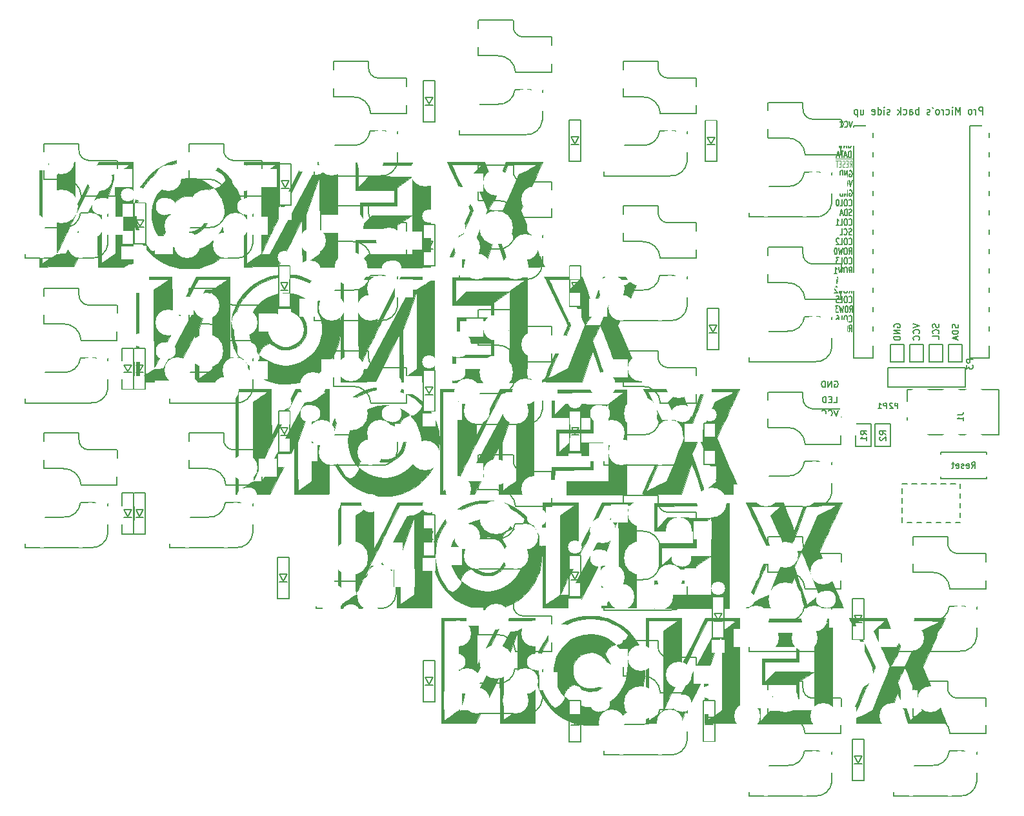
<source format=gbo>
G04 #@! TF.GenerationSoftware,KiCad,Pcbnew,5.1.4*
G04 #@! TF.CreationDate,2019-09-14T16:36:47+09:00*
G04 #@! TF.ProjectId,xenon-e,78656e6f-6e2d-4652-9e6b-696361645f70,rev?*
G04 #@! TF.SameCoordinates,Original*
G04 #@! TF.FileFunction,Legend,Bot*
G04 #@! TF.FilePolarity,Positive*
%FSLAX46Y46*%
G04 Gerber Fmt 4.6, Leading zero omitted, Abs format (unit mm)*
G04 Created by KiCad (PCBNEW 5.1.4) date 2019-09-14 16:36:47*
%MOMM*%
%LPD*%
G04 APERTURE LIST*
%ADD10C,0.150000*%
%ADD11C,0.125000*%
%ADD12C,0.010000*%
%ADD13C,0.110000*%
%ADD14C,2.600000*%
%ADD15C,1.797000*%
%ADD16R,1.797000X1.797000*%
%ADD17R,1.350000X1.700000*%
%ADD18R,2.400000X2.400000*%
%ADD19C,2.400000*%
%ADD20R,2.400000X3.600000*%
%ADD21C,3.900000*%
%ADD22R,2.700000X2.400000*%
%ADD23C,2.300000*%
%ADD24C,4.500000*%
%ADD25C,3.400000*%
%ADD26R,2.300000X2.400000*%
%ADD27C,4.400000*%
%ADD28C,2.100000*%
%ADD29C,1.924000*%
%ADD30R,1.543000X1.035000*%
%ADD31C,1.600000*%
%ADD32O,2.900000X2.100000*%
%ADD33R,1.924000X1.924000*%
G04 APERTURE END LIST*
D10*
X209561904Y-85733333D02*
X210133333Y-85733333D01*
X210247619Y-85695238D01*
X210323809Y-85619047D01*
X210361904Y-85504761D01*
X210361904Y-85428571D01*
X210361904Y-86533333D02*
X210361904Y-86076190D01*
X210361904Y-86304761D02*
X209561904Y-86304761D01*
X209676190Y-86228571D01*
X209752380Y-86152380D01*
X209790476Y-86076190D01*
X211561904Y-78509523D02*
X210761904Y-78509523D01*
X210761904Y-78814285D01*
X210800000Y-78890476D01*
X210838095Y-78928571D01*
X210914285Y-78966666D01*
X211028571Y-78966666D01*
X211104761Y-78928571D01*
X211142857Y-78890476D01*
X211180952Y-78814285D01*
X211180952Y-78509523D01*
X210761904Y-79233333D02*
X210761904Y-79728571D01*
X211066666Y-79461904D01*
X211066666Y-79576190D01*
X211104761Y-79652380D01*
X211142857Y-79690476D01*
X211219047Y-79728571D01*
X211409523Y-79728571D01*
X211485714Y-79690476D01*
X211523809Y-79652380D01*
X211561904Y-79576190D01*
X211561904Y-79347619D01*
X211523809Y-79271428D01*
X211485714Y-79233333D01*
X201716666Y-84916666D02*
X201716666Y-84216666D01*
X201450000Y-84216666D01*
X201383333Y-84250000D01*
X201350000Y-84283333D01*
X201316666Y-84350000D01*
X201316666Y-84450000D01*
X201350000Y-84516666D01*
X201383333Y-84550000D01*
X201450000Y-84583333D01*
X201716666Y-84583333D01*
X201050000Y-84283333D02*
X201016666Y-84250000D01*
X200950000Y-84216666D01*
X200783333Y-84216666D01*
X200716666Y-84250000D01*
X200683333Y-84283333D01*
X200650000Y-84350000D01*
X200650000Y-84416666D01*
X200683333Y-84516666D01*
X201083333Y-84916666D01*
X200650000Y-84916666D01*
X200216666Y-84916666D02*
X200216666Y-84216666D01*
X199950000Y-84216666D01*
X199883333Y-84250000D01*
X199850000Y-84283333D01*
X199816666Y-84350000D01*
X199816666Y-84450000D01*
X199850000Y-84516666D01*
X199883333Y-84550000D01*
X199950000Y-84583333D01*
X200216666Y-84583333D01*
X199150000Y-84916666D02*
X199550000Y-84916666D01*
X199350000Y-84916666D02*
X199350000Y-84216666D01*
X199416666Y-84316666D01*
X199483333Y-84383333D01*
X199550000Y-84416666D01*
X195310142Y-74847695D02*
X195510142Y-74460647D01*
X195653000Y-74847695D02*
X195653000Y-74034895D01*
X195424428Y-74034895D01*
X195367285Y-74073600D01*
X195338714Y-74112304D01*
X195310142Y-74189714D01*
X195310142Y-74305828D01*
X195338714Y-74383238D01*
X195367285Y-74421942D01*
X195424428Y-74460647D01*
X195653000Y-74460647D01*
X194938714Y-74034895D02*
X194824428Y-74034895D01*
X194767285Y-74073600D01*
X194710142Y-74151009D01*
X194681571Y-74305828D01*
X194681571Y-74576761D01*
X194710142Y-74731580D01*
X194767285Y-74808990D01*
X194824428Y-74847695D01*
X194938714Y-74847695D01*
X194995857Y-74808990D01*
X195053000Y-74731580D01*
X195081571Y-74576761D01*
X195081571Y-74305828D01*
X195053000Y-74151009D01*
X194995857Y-74073600D01*
X194938714Y-74034895D01*
X194481571Y-74034895D02*
X194338714Y-74847695D01*
X194224428Y-74267123D01*
X194110142Y-74847695D01*
X193967285Y-74034895D01*
X193481571Y-74305828D02*
X193481571Y-74847695D01*
X193624428Y-73996190D02*
X193767285Y-74576761D01*
X193395857Y-74576761D01*
X195337142Y-73500285D02*
X195365714Y-73538990D01*
X195451428Y-73577695D01*
X195508571Y-73577695D01*
X195594285Y-73538990D01*
X195651428Y-73461580D01*
X195680000Y-73384171D01*
X195708571Y-73229352D01*
X195708571Y-73113238D01*
X195680000Y-72958419D01*
X195651428Y-72881009D01*
X195594285Y-72803600D01*
X195508571Y-72764895D01*
X195451428Y-72764895D01*
X195365714Y-72803600D01*
X195337142Y-72842304D01*
X194965714Y-72764895D02*
X194851428Y-72764895D01*
X194794285Y-72803600D01*
X194737142Y-72881009D01*
X194708571Y-73035828D01*
X194708571Y-73306761D01*
X194737142Y-73461580D01*
X194794285Y-73538990D01*
X194851428Y-73577695D01*
X194965714Y-73577695D01*
X195022857Y-73538990D01*
X195080000Y-73461580D01*
X195108571Y-73306761D01*
X195108571Y-73035828D01*
X195080000Y-72881009D01*
X195022857Y-72803600D01*
X194965714Y-72764895D01*
X194165714Y-73577695D02*
X194451428Y-73577695D01*
X194451428Y-72764895D01*
X193708571Y-72764895D02*
X193822857Y-72764895D01*
X193880000Y-72803600D01*
X193908571Y-72842304D01*
X193965714Y-72958419D01*
X193994285Y-73113238D01*
X193994285Y-73422876D01*
X193965714Y-73500285D01*
X193937142Y-73538990D01*
X193880000Y-73577695D01*
X193765714Y-73577695D01*
X193708571Y-73538990D01*
X193680000Y-73500285D01*
X193651428Y-73422876D01*
X193651428Y-73229352D01*
X193680000Y-73151942D01*
X193708571Y-73113238D01*
X193765714Y-73074533D01*
X193880000Y-73074533D01*
X193937142Y-73113238D01*
X193965714Y-73151942D01*
X193994285Y-73229352D01*
X195437142Y-72307695D02*
X195637142Y-71920647D01*
X195780000Y-72307695D02*
X195780000Y-71494895D01*
X195551428Y-71494895D01*
X195494285Y-71533600D01*
X195465714Y-71572304D01*
X195437142Y-71649714D01*
X195437142Y-71765828D01*
X195465714Y-71843238D01*
X195494285Y-71881942D01*
X195551428Y-71920647D01*
X195780000Y-71920647D01*
X195065714Y-71494895D02*
X194951428Y-71494895D01*
X194894285Y-71533600D01*
X194837142Y-71611009D01*
X194808571Y-71765828D01*
X194808571Y-72036761D01*
X194837142Y-72191580D01*
X194894285Y-72268990D01*
X194951428Y-72307695D01*
X195065714Y-72307695D01*
X195122857Y-72268990D01*
X195180000Y-72191580D01*
X195208571Y-72036761D01*
X195208571Y-71765828D01*
X195180000Y-71611009D01*
X195122857Y-71533600D01*
X195065714Y-71494895D01*
X194608571Y-71494895D02*
X194465714Y-72307695D01*
X194351428Y-71727123D01*
X194237142Y-72307695D01*
X194094285Y-71494895D01*
X193922857Y-71494895D02*
X193551428Y-71494895D01*
X193751428Y-71804533D01*
X193665714Y-71804533D01*
X193608571Y-71843238D01*
X193580000Y-71881942D01*
X193551428Y-71959352D01*
X193551428Y-72152876D01*
X193580000Y-72230285D01*
X193608571Y-72268990D01*
X193665714Y-72307695D01*
X193837142Y-72307695D01*
X193894285Y-72268990D01*
X193922857Y-72230285D01*
X195337142Y-70960285D02*
X195365714Y-70998990D01*
X195451428Y-71037695D01*
X195508571Y-71037695D01*
X195594285Y-70998990D01*
X195651428Y-70921580D01*
X195680000Y-70844171D01*
X195708571Y-70689352D01*
X195708571Y-70573238D01*
X195680000Y-70418419D01*
X195651428Y-70341009D01*
X195594285Y-70263600D01*
X195508571Y-70224895D01*
X195451428Y-70224895D01*
X195365714Y-70263600D01*
X195337142Y-70302304D01*
X194965714Y-70224895D02*
X194851428Y-70224895D01*
X194794285Y-70263600D01*
X194737142Y-70341009D01*
X194708571Y-70495828D01*
X194708571Y-70766761D01*
X194737142Y-70921580D01*
X194794285Y-70998990D01*
X194851428Y-71037695D01*
X194965714Y-71037695D01*
X195022857Y-70998990D01*
X195080000Y-70921580D01*
X195108571Y-70766761D01*
X195108571Y-70495828D01*
X195080000Y-70341009D01*
X195022857Y-70263600D01*
X194965714Y-70224895D01*
X194165714Y-71037695D02*
X194451428Y-71037695D01*
X194451428Y-70224895D01*
X193680000Y-70224895D02*
X193965714Y-70224895D01*
X193994285Y-70611942D01*
X193965714Y-70573238D01*
X193908571Y-70534533D01*
X193765714Y-70534533D01*
X193708571Y-70573238D01*
X193680000Y-70611942D01*
X193651428Y-70689352D01*
X193651428Y-70882876D01*
X193680000Y-70960285D01*
X193708571Y-70998990D01*
X193765714Y-71037695D01*
X193908571Y-71037695D01*
X193965714Y-70998990D01*
X193994285Y-70960285D01*
X195310142Y-69767695D02*
X195510142Y-69380647D01*
X195653000Y-69767695D02*
X195653000Y-68954895D01*
X195424428Y-68954895D01*
X195367285Y-68993600D01*
X195338714Y-69032304D01*
X195310142Y-69109714D01*
X195310142Y-69225828D01*
X195338714Y-69303238D01*
X195367285Y-69341942D01*
X195424428Y-69380647D01*
X195653000Y-69380647D01*
X194938714Y-68954895D02*
X194824428Y-68954895D01*
X194767285Y-68993600D01*
X194710142Y-69071009D01*
X194681571Y-69225828D01*
X194681571Y-69496761D01*
X194710142Y-69651580D01*
X194767285Y-69728990D01*
X194824428Y-69767695D01*
X194938714Y-69767695D01*
X194995857Y-69728990D01*
X195053000Y-69651580D01*
X195081571Y-69496761D01*
X195081571Y-69225828D01*
X195053000Y-69071009D01*
X194995857Y-68993600D01*
X194938714Y-68954895D01*
X194481571Y-68954895D02*
X194338714Y-69767695D01*
X194224428Y-69187123D01*
X194110142Y-69767695D01*
X193967285Y-68954895D01*
X193767285Y-69032304D02*
X193738714Y-68993600D01*
X193681571Y-68954895D01*
X193538714Y-68954895D01*
X193481571Y-68993600D01*
X193453000Y-69032304D01*
X193424428Y-69109714D01*
X193424428Y-69187123D01*
X193453000Y-69303238D01*
X193795857Y-69767695D01*
X193424428Y-69767695D01*
X195337142Y-68420285D02*
X195365714Y-68458990D01*
X195451428Y-68497695D01*
X195508571Y-68497695D01*
X195594285Y-68458990D01*
X195651428Y-68381580D01*
X195680000Y-68304171D01*
X195708571Y-68149352D01*
X195708571Y-68033238D01*
X195680000Y-67878419D01*
X195651428Y-67801009D01*
X195594285Y-67723600D01*
X195508571Y-67684895D01*
X195451428Y-67684895D01*
X195365714Y-67723600D01*
X195337142Y-67762304D01*
X194965714Y-67684895D02*
X194851428Y-67684895D01*
X194794285Y-67723600D01*
X194737142Y-67801009D01*
X194708571Y-67955828D01*
X194708571Y-68226761D01*
X194737142Y-68381580D01*
X194794285Y-68458990D01*
X194851428Y-68497695D01*
X194965714Y-68497695D01*
X195022857Y-68458990D01*
X195080000Y-68381580D01*
X195108571Y-68226761D01*
X195108571Y-67955828D01*
X195080000Y-67801009D01*
X195022857Y-67723600D01*
X194965714Y-67684895D01*
X194165714Y-68497695D02*
X194451428Y-68497695D01*
X194451428Y-67684895D01*
X193708571Y-67955828D02*
X193708571Y-68497695D01*
X193851428Y-67646190D02*
X193994285Y-68226761D01*
X193622857Y-68226761D01*
X195310142Y-67227695D02*
X195510142Y-66840647D01*
X195653000Y-67227695D02*
X195653000Y-66414895D01*
X195424428Y-66414895D01*
X195367285Y-66453600D01*
X195338714Y-66492304D01*
X195310142Y-66569714D01*
X195310142Y-66685828D01*
X195338714Y-66763238D01*
X195367285Y-66801942D01*
X195424428Y-66840647D01*
X195653000Y-66840647D01*
X194938714Y-66414895D02*
X194824428Y-66414895D01*
X194767285Y-66453600D01*
X194710142Y-66531009D01*
X194681571Y-66685828D01*
X194681571Y-66956761D01*
X194710142Y-67111580D01*
X194767285Y-67188990D01*
X194824428Y-67227695D01*
X194938714Y-67227695D01*
X194995857Y-67188990D01*
X195053000Y-67111580D01*
X195081571Y-66956761D01*
X195081571Y-66685828D01*
X195053000Y-66531009D01*
X194995857Y-66453600D01*
X194938714Y-66414895D01*
X194481571Y-66414895D02*
X194338714Y-67227695D01*
X194224428Y-66647123D01*
X194110142Y-67227695D01*
X193967285Y-66414895D01*
X193424428Y-67227695D02*
X193767285Y-67227695D01*
X193595857Y-67227695D02*
X193595857Y-66414895D01*
X193653000Y-66531009D01*
X193710142Y-66608419D01*
X193767285Y-66647123D01*
X195337142Y-65880285D02*
X195365714Y-65918990D01*
X195451428Y-65957695D01*
X195508571Y-65957695D01*
X195594285Y-65918990D01*
X195651428Y-65841580D01*
X195680000Y-65764171D01*
X195708571Y-65609352D01*
X195708571Y-65493238D01*
X195680000Y-65338419D01*
X195651428Y-65261009D01*
X195594285Y-65183600D01*
X195508571Y-65144895D01*
X195451428Y-65144895D01*
X195365714Y-65183600D01*
X195337142Y-65222304D01*
X194965714Y-65144895D02*
X194851428Y-65144895D01*
X194794285Y-65183600D01*
X194737142Y-65261009D01*
X194708571Y-65415828D01*
X194708571Y-65686761D01*
X194737142Y-65841580D01*
X194794285Y-65918990D01*
X194851428Y-65957695D01*
X194965714Y-65957695D01*
X195022857Y-65918990D01*
X195080000Y-65841580D01*
X195108571Y-65686761D01*
X195108571Y-65415828D01*
X195080000Y-65261009D01*
X195022857Y-65183600D01*
X194965714Y-65144895D01*
X194165714Y-65957695D02*
X194451428Y-65957695D01*
X194451428Y-65144895D01*
X194022857Y-65144895D02*
X193651428Y-65144895D01*
X193851428Y-65454533D01*
X193765714Y-65454533D01*
X193708571Y-65493238D01*
X193680000Y-65531942D01*
X193651428Y-65609352D01*
X193651428Y-65802876D01*
X193680000Y-65880285D01*
X193708571Y-65918990D01*
X193765714Y-65957695D01*
X193937142Y-65957695D01*
X193994285Y-65918990D01*
X194022857Y-65880285D01*
X195310142Y-64687695D02*
X195510142Y-64300647D01*
X195653000Y-64687695D02*
X195653000Y-63874895D01*
X195424428Y-63874895D01*
X195367285Y-63913600D01*
X195338714Y-63952304D01*
X195310142Y-64029714D01*
X195310142Y-64145828D01*
X195338714Y-64223238D01*
X195367285Y-64261942D01*
X195424428Y-64300647D01*
X195653000Y-64300647D01*
X194938714Y-63874895D02*
X194824428Y-63874895D01*
X194767285Y-63913600D01*
X194710142Y-63991009D01*
X194681571Y-64145828D01*
X194681571Y-64416761D01*
X194710142Y-64571580D01*
X194767285Y-64648990D01*
X194824428Y-64687695D01*
X194938714Y-64687695D01*
X194995857Y-64648990D01*
X195053000Y-64571580D01*
X195081571Y-64416761D01*
X195081571Y-64145828D01*
X195053000Y-63991009D01*
X194995857Y-63913600D01*
X194938714Y-63874895D01*
X194481571Y-63874895D02*
X194338714Y-64687695D01*
X194224428Y-64107123D01*
X194110142Y-64687695D01*
X193967285Y-63874895D01*
X193624428Y-63874895D02*
X193567285Y-63874895D01*
X193510142Y-63913600D01*
X193481571Y-63952304D01*
X193453000Y-64029714D01*
X193424428Y-64184533D01*
X193424428Y-64378057D01*
X193453000Y-64532876D01*
X193481571Y-64610285D01*
X193510142Y-64648990D01*
X193567285Y-64687695D01*
X193624428Y-64687695D01*
X193681571Y-64648990D01*
X193710142Y-64610285D01*
X193738714Y-64532876D01*
X193767285Y-64378057D01*
X193767285Y-64184533D01*
X193738714Y-64029714D01*
X193710142Y-63952304D01*
X193681571Y-63913600D01*
X193624428Y-63874895D01*
X195337142Y-63340285D02*
X195365714Y-63378990D01*
X195451428Y-63417695D01*
X195508571Y-63417695D01*
X195594285Y-63378990D01*
X195651428Y-63301580D01*
X195680000Y-63224171D01*
X195708571Y-63069352D01*
X195708571Y-62953238D01*
X195680000Y-62798419D01*
X195651428Y-62721009D01*
X195594285Y-62643600D01*
X195508571Y-62604895D01*
X195451428Y-62604895D01*
X195365714Y-62643600D01*
X195337142Y-62682304D01*
X194965714Y-62604895D02*
X194851428Y-62604895D01*
X194794285Y-62643600D01*
X194737142Y-62721009D01*
X194708571Y-62875828D01*
X194708571Y-63146761D01*
X194737142Y-63301580D01*
X194794285Y-63378990D01*
X194851428Y-63417695D01*
X194965714Y-63417695D01*
X195022857Y-63378990D01*
X195080000Y-63301580D01*
X195108571Y-63146761D01*
X195108571Y-62875828D01*
X195080000Y-62721009D01*
X195022857Y-62643600D01*
X194965714Y-62604895D01*
X194165714Y-63417695D02*
X194451428Y-63417695D01*
X194451428Y-62604895D01*
X193994285Y-62682304D02*
X193965714Y-62643600D01*
X193908571Y-62604895D01*
X193765714Y-62604895D01*
X193708571Y-62643600D01*
X193680000Y-62682304D01*
X193651428Y-62759714D01*
X193651428Y-62837123D01*
X193680000Y-62953238D01*
X194022857Y-63417695D01*
X193651428Y-63417695D01*
X195648285Y-62108990D02*
X195562571Y-62147695D01*
X195419714Y-62147695D01*
X195362571Y-62108990D01*
X195334000Y-62070285D01*
X195305428Y-61992876D01*
X195305428Y-61915466D01*
X195334000Y-61838057D01*
X195362571Y-61799352D01*
X195419714Y-61760647D01*
X195534000Y-61721942D01*
X195591142Y-61683238D01*
X195619714Y-61644533D01*
X195648285Y-61567123D01*
X195648285Y-61489714D01*
X195619714Y-61412304D01*
X195591142Y-61373600D01*
X195534000Y-61334895D01*
X195391142Y-61334895D01*
X195305428Y-61373600D01*
X194705428Y-62070285D02*
X194734000Y-62108990D01*
X194819714Y-62147695D01*
X194876857Y-62147695D01*
X194962571Y-62108990D01*
X195019714Y-62031580D01*
X195048285Y-61954171D01*
X195076857Y-61799352D01*
X195076857Y-61683238D01*
X195048285Y-61528419D01*
X195019714Y-61451009D01*
X194962571Y-61373600D01*
X194876857Y-61334895D01*
X194819714Y-61334895D01*
X194734000Y-61373600D01*
X194705428Y-61412304D01*
X194162571Y-62147695D02*
X194448285Y-62147695D01*
X194448285Y-61334895D01*
X195337142Y-60800285D02*
X195365714Y-60838990D01*
X195451428Y-60877695D01*
X195508571Y-60877695D01*
X195594285Y-60838990D01*
X195651428Y-60761580D01*
X195680000Y-60684171D01*
X195708571Y-60529352D01*
X195708571Y-60413238D01*
X195680000Y-60258419D01*
X195651428Y-60181009D01*
X195594285Y-60103600D01*
X195508571Y-60064895D01*
X195451428Y-60064895D01*
X195365714Y-60103600D01*
X195337142Y-60142304D01*
X194965714Y-60064895D02*
X194851428Y-60064895D01*
X194794285Y-60103600D01*
X194737142Y-60181009D01*
X194708571Y-60335828D01*
X194708571Y-60606761D01*
X194737142Y-60761580D01*
X194794285Y-60838990D01*
X194851428Y-60877695D01*
X194965714Y-60877695D01*
X195022857Y-60838990D01*
X195080000Y-60761580D01*
X195108571Y-60606761D01*
X195108571Y-60335828D01*
X195080000Y-60181009D01*
X195022857Y-60103600D01*
X194965714Y-60064895D01*
X194165714Y-60877695D02*
X194451428Y-60877695D01*
X194451428Y-60064895D01*
X193651428Y-60877695D02*
X193994285Y-60877695D01*
X193822857Y-60877695D02*
X193822857Y-60064895D01*
X193880000Y-60181009D01*
X193937142Y-60258419D01*
X193994285Y-60297123D01*
X195662571Y-59568990D02*
X195576857Y-59607695D01*
X195434000Y-59607695D01*
X195376857Y-59568990D01*
X195348285Y-59530285D01*
X195319714Y-59452876D01*
X195319714Y-59375466D01*
X195348285Y-59298057D01*
X195376857Y-59259352D01*
X195434000Y-59220647D01*
X195548285Y-59181942D01*
X195605428Y-59143238D01*
X195634000Y-59104533D01*
X195662571Y-59027123D01*
X195662571Y-58949714D01*
X195634000Y-58872304D01*
X195605428Y-58833600D01*
X195548285Y-58794895D01*
X195405428Y-58794895D01*
X195319714Y-58833600D01*
X195062571Y-59607695D02*
X195062571Y-58794895D01*
X194919714Y-58794895D01*
X194834000Y-58833600D01*
X194776857Y-58911009D01*
X194748285Y-58988419D01*
X194719714Y-59143238D01*
X194719714Y-59259352D01*
X194748285Y-59414171D01*
X194776857Y-59491580D01*
X194834000Y-59568990D01*
X194919714Y-59607695D01*
X195062571Y-59607695D01*
X194491142Y-59375466D02*
X194205428Y-59375466D01*
X194548285Y-59607695D02*
X194348285Y-58794895D01*
X194148285Y-59607695D01*
X195337142Y-58260285D02*
X195365714Y-58298990D01*
X195451428Y-58337695D01*
X195508571Y-58337695D01*
X195594285Y-58298990D01*
X195651428Y-58221580D01*
X195680000Y-58144171D01*
X195708571Y-57989352D01*
X195708571Y-57873238D01*
X195680000Y-57718419D01*
X195651428Y-57641009D01*
X195594285Y-57563600D01*
X195508571Y-57524895D01*
X195451428Y-57524895D01*
X195365714Y-57563600D01*
X195337142Y-57602304D01*
X194965714Y-57524895D02*
X194851428Y-57524895D01*
X194794285Y-57563600D01*
X194737142Y-57641009D01*
X194708571Y-57795828D01*
X194708571Y-58066761D01*
X194737142Y-58221580D01*
X194794285Y-58298990D01*
X194851428Y-58337695D01*
X194965714Y-58337695D01*
X195022857Y-58298990D01*
X195080000Y-58221580D01*
X195108571Y-58066761D01*
X195108571Y-57795828D01*
X195080000Y-57641009D01*
X195022857Y-57563600D01*
X194965714Y-57524895D01*
X194165714Y-58337695D02*
X194451428Y-58337695D01*
X194451428Y-57524895D01*
X193851428Y-57524895D02*
X193794285Y-57524895D01*
X193737142Y-57563600D01*
X193708571Y-57602304D01*
X193680000Y-57679714D01*
X193651428Y-57834533D01*
X193651428Y-58028057D01*
X193680000Y-58182876D01*
X193708571Y-58260285D01*
X193737142Y-58298990D01*
X193794285Y-58337695D01*
X193851428Y-58337695D01*
X193908571Y-58298990D01*
X193937142Y-58260285D01*
X193965714Y-58182876D01*
X193994285Y-58028057D01*
X193994285Y-57834533D01*
X193965714Y-57679714D01*
X193937142Y-57602304D01*
X193908571Y-57563600D01*
X193851428Y-57524895D01*
X195391142Y-56293600D02*
X195448285Y-56254895D01*
X195534000Y-56254895D01*
X195619714Y-56293600D01*
X195676857Y-56371009D01*
X195705428Y-56448419D01*
X195734000Y-56603238D01*
X195734000Y-56719352D01*
X195705428Y-56874171D01*
X195676857Y-56951580D01*
X195619714Y-57028990D01*
X195534000Y-57067695D01*
X195476857Y-57067695D01*
X195391142Y-57028990D01*
X195362571Y-56990285D01*
X195362571Y-56719352D01*
X195476857Y-56719352D01*
X195105428Y-57067695D02*
X195105428Y-56254895D01*
X194762571Y-57067695D01*
X194762571Y-56254895D01*
X194476857Y-57067695D02*
X194476857Y-56254895D01*
X194334000Y-56254895D01*
X194248285Y-56293600D01*
X194191142Y-56371009D01*
X194162571Y-56448419D01*
X194134000Y-56603238D01*
X194134000Y-56719352D01*
X194162571Y-56874171D01*
X194191142Y-56951580D01*
X194248285Y-57028990D01*
X194334000Y-57067695D01*
X194476857Y-57067695D01*
X195734000Y-54984895D02*
X195534000Y-55797695D01*
X195334000Y-54984895D01*
X194791142Y-55720285D02*
X194819714Y-55758990D01*
X194905428Y-55797695D01*
X194962571Y-55797695D01*
X195048285Y-55758990D01*
X195105428Y-55681580D01*
X195134000Y-55604171D01*
X195162571Y-55449352D01*
X195162571Y-55333238D01*
X195134000Y-55178419D01*
X195105428Y-55101009D01*
X195048285Y-55023600D01*
X194962571Y-54984895D01*
X194905428Y-54984895D01*
X194819714Y-55023600D01*
X194791142Y-55062304D01*
X194191142Y-55720285D02*
X194219714Y-55758990D01*
X194305428Y-55797695D01*
X194362571Y-55797695D01*
X194448285Y-55758990D01*
X194505428Y-55681580D01*
X194534000Y-55604171D01*
X194562571Y-55449352D01*
X194562571Y-55333238D01*
X194534000Y-55178419D01*
X194505428Y-55101009D01*
X194448285Y-55023600D01*
X194362571Y-54984895D01*
X194305428Y-54984895D01*
X194219714Y-55023600D01*
X194191142Y-55062304D01*
X195391142Y-53753600D02*
X195448285Y-53714895D01*
X195534000Y-53714895D01*
X195619714Y-53753600D01*
X195676857Y-53831009D01*
X195705428Y-53908419D01*
X195734000Y-54063238D01*
X195734000Y-54179352D01*
X195705428Y-54334171D01*
X195676857Y-54411580D01*
X195619714Y-54488990D01*
X195534000Y-54527695D01*
X195476857Y-54527695D01*
X195391142Y-54488990D01*
X195362571Y-54450285D01*
X195362571Y-54179352D01*
X195476857Y-54179352D01*
X195105428Y-54527695D02*
X195105428Y-53714895D01*
X194762571Y-54527695D01*
X194762571Y-53714895D01*
X194476857Y-54527695D02*
X194476857Y-53714895D01*
X194334000Y-53714895D01*
X194248285Y-53753600D01*
X194191142Y-53831009D01*
X194162571Y-53908419D01*
X194134000Y-54063238D01*
X194134000Y-54179352D01*
X194162571Y-54334171D01*
X194191142Y-54411580D01*
X194248285Y-54488990D01*
X194334000Y-54527695D01*
X194476857Y-54527695D01*
D11*
X195810952Y-52142284D02*
X195310952Y-52142284D01*
X195406190Y-53257695D02*
X195572857Y-52870647D01*
X195691904Y-53257695D02*
X195691904Y-52444895D01*
X195501428Y-52444895D01*
X195453809Y-52483600D01*
X195430000Y-52522304D01*
X195406190Y-52599714D01*
X195406190Y-52715828D01*
X195430000Y-52793238D01*
X195453809Y-52831942D01*
X195501428Y-52870647D01*
X195691904Y-52870647D01*
X195310952Y-52142284D02*
X194858571Y-52142284D01*
X195191904Y-52831942D02*
X195025238Y-52831942D01*
X194953809Y-53257695D02*
X195191904Y-53257695D01*
X195191904Y-52444895D01*
X194953809Y-52444895D01*
X194858571Y-52142284D02*
X194382380Y-52142284D01*
X194763333Y-53218990D02*
X194691904Y-53257695D01*
X194572857Y-53257695D01*
X194525238Y-53218990D01*
X194501428Y-53180285D01*
X194477619Y-53102876D01*
X194477619Y-53025466D01*
X194501428Y-52948057D01*
X194525238Y-52909352D01*
X194572857Y-52870647D01*
X194668095Y-52831942D01*
X194715714Y-52793238D01*
X194739523Y-52754533D01*
X194763333Y-52677123D01*
X194763333Y-52599714D01*
X194739523Y-52522304D01*
X194715714Y-52483600D01*
X194668095Y-52444895D01*
X194549047Y-52444895D01*
X194477619Y-52483600D01*
X194382380Y-52142284D02*
X193930000Y-52142284D01*
X194263333Y-52831942D02*
X194096666Y-52831942D01*
X194025238Y-53257695D02*
X194263333Y-53257695D01*
X194263333Y-52444895D01*
X194025238Y-52444895D01*
X193930000Y-52142284D02*
X193549047Y-52142284D01*
X193882380Y-52444895D02*
X193596666Y-52444895D01*
X193739523Y-53257695D02*
X193739523Y-52444895D01*
D10*
X195580000Y-51987695D02*
X195580000Y-51174895D01*
X195437142Y-51174895D01*
X195351428Y-51213600D01*
X195294285Y-51291009D01*
X195265714Y-51368419D01*
X195237142Y-51523238D01*
X195237142Y-51639352D01*
X195265714Y-51794171D01*
X195294285Y-51871580D01*
X195351428Y-51948990D01*
X195437142Y-51987695D01*
X195580000Y-51987695D01*
X195008571Y-51755466D02*
X194722857Y-51755466D01*
X195065714Y-51987695D02*
X194865714Y-51174895D01*
X194665714Y-51987695D01*
X194551428Y-51174895D02*
X194208571Y-51174895D01*
X194380000Y-51987695D02*
X194380000Y-51174895D01*
X194037142Y-51755466D02*
X193751428Y-51755466D01*
X194094285Y-51987695D02*
X193894285Y-51174895D01*
X193694285Y-51987695D01*
X195264142Y-49943600D02*
X195321285Y-49904895D01*
X195407000Y-49904895D01*
X195492714Y-49943600D01*
X195549857Y-50021009D01*
X195578428Y-50098419D01*
X195607000Y-50253238D01*
X195607000Y-50369352D01*
X195578428Y-50524171D01*
X195549857Y-50601580D01*
X195492714Y-50678990D01*
X195407000Y-50717695D01*
X195349857Y-50717695D01*
X195264142Y-50678990D01*
X195235571Y-50640285D01*
X195235571Y-50369352D01*
X195349857Y-50369352D01*
X194978428Y-50717695D02*
X194978428Y-49904895D01*
X194635571Y-50717695D01*
X194635571Y-49904895D01*
X194349857Y-50717695D02*
X194349857Y-49904895D01*
X194207000Y-49904895D01*
X194121285Y-49943600D01*
X194064142Y-50021009D01*
X194035571Y-50098419D01*
X194007000Y-50253238D01*
X194007000Y-50369352D01*
X194035571Y-50524171D01*
X194064142Y-50601580D01*
X194121285Y-50678990D01*
X194207000Y-50717695D01*
X194349857Y-50717695D01*
X195319714Y-49320695D02*
X195605428Y-49320695D01*
X195605428Y-48507895D01*
X195119714Y-48894942D02*
X194919714Y-48894942D01*
X194834000Y-49320695D02*
X195119714Y-49320695D01*
X195119714Y-48507895D01*
X194834000Y-48507895D01*
X194576857Y-49320695D02*
X194576857Y-48507895D01*
X194434000Y-48507895D01*
X194348285Y-48546600D01*
X194291142Y-48624009D01*
X194262571Y-48701419D01*
X194234000Y-48856238D01*
X194234000Y-48972352D01*
X194262571Y-49127171D01*
X194291142Y-49204580D01*
X194348285Y-49281990D01*
X194434000Y-49320695D01*
X194576857Y-49320695D01*
X195734000Y-47237895D02*
X195534000Y-48050695D01*
X195334000Y-47237895D01*
X194791142Y-47973285D02*
X194819714Y-48011990D01*
X194905428Y-48050695D01*
X194962571Y-48050695D01*
X195048285Y-48011990D01*
X195105428Y-47934580D01*
X195134000Y-47857171D01*
X195162571Y-47702352D01*
X195162571Y-47586238D01*
X195134000Y-47431419D01*
X195105428Y-47354009D01*
X195048285Y-47276600D01*
X194962571Y-47237895D01*
X194905428Y-47237895D01*
X194819714Y-47276600D01*
X194791142Y-47315304D01*
X194191142Y-47973285D02*
X194219714Y-48011990D01*
X194305428Y-48050695D01*
X194362571Y-48050695D01*
X194448285Y-48011990D01*
X194505428Y-47934580D01*
X194534000Y-47857171D01*
X194562571Y-47702352D01*
X194562571Y-47586238D01*
X194534000Y-47431419D01*
X194505428Y-47354009D01*
X194448285Y-47276600D01*
X194362571Y-47237895D01*
X194305428Y-47237895D01*
X194219714Y-47276600D01*
X194191142Y-47315304D01*
X200167695Y-88364533D02*
X199780647Y-88093600D01*
X200167695Y-87900076D02*
X199354895Y-87900076D01*
X199354895Y-88209714D01*
X199393600Y-88287123D01*
X199432304Y-88325828D01*
X199509714Y-88364533D01*
X199625828Y-88364533D01*
X199703238Y-88325828D01*
X199741942Y-88287123D01*
X199780647Y-88209714D01*
X199780647Y-87900076D01*
X199432304Y-88674171D02*
X199393600Y-88712876D01*
X199354895Y-88790285D01*
X199354895Y-88983809D01*
X199393600Y-89061219D01*
X199432304Y-89099923D01*
X199509714Y-89138628D01*
X199587123Y-89138628D01*
X199703238Y-89099923D01*
X200167695Y-88635466D01*
X200167695Y-89138628D01*
X197667695Y-88364533D02*
X197280647Y-88093600D01*
X197667695Y-87900076D02*
X196854895Y-87900076D01*
X196854895Y-88209714D01*
X196893600Y-88287123D01*
X196932304Y-88325828D01*
X197009714Y-88364533D01*
X197125828Y-88364533D01*
X197203238Y-88325828D01*
X197241942Y-88287123D01*
X197280647Y-88209714D01*
X197280647Y-87900076D01*
X197667695Y-89138628D02*
X197667695Y-88674171D01*
X197667695Y-88906400D02*
X196854895Y-88906400D01*
X196971009Y-88828990D01*
X197048419Y-88751580D01*
X197087123Y-88674171D01*
X211406323Y-92767695D02*
X211677257Y-92380647D01*
X211870780Y-92767695D02*
X211870780Y-91954895D01*
X211561142Y-91954895D01*
X211483733Y-91993600D01*
X211445028Y-92032304D01*
X211406323Y-92109714D01*
X211406323Y-92225828D01*
X211445028Y-92303238D01*
X211483733Y-92341942D01*
X211561142Y-92380647D01*
X211870780Y-92380647D01*
X210748342Y-92728990D02*
X210825752Y-92767695D01*
X210980571Y-92767695D01*
X211057980Y-92728990D01*
X211096685Y-92651580D01*
X211096685Y-92341942D01*
X211057980Y-92264533D01*
X210980571Y-92225828D01*
X210825752Y-92225828D01*
X210748342Y-92264533D01*
X210709638Y-92341942D01*
X210709638Y-92419352D01*
X211096685Y-92496761D01*
X210400000Y-92728990D02*
X210322590Y-92767695D01*
X210167771Y-92767695D01*
X210090361Y-92728990D01*
X210051657Y-92651580D01*
X210051657Y-92612876D01*
X210090361Y-92535466D01*
X210167771Y-92496761D01*
X210283885Y-92496761D01*
X210361295Y-92458057D01*
X210400000Y-92380647D01*
X210400000Y-92341942D01*
X210361295Y-92264533D01*
X210283885Y-92225828D01*
X210167771Y-92225828D01*
X210090361Y-92264533D01*
X209393676Y-92728990D02*
X209471085Y-92767695D01*
X209625904Y-92767695D01*
X209703314Y-92728990D01*
X209742019Y-92651580D01*
X209742019Y-92341942D01*
X209703314Y-92264533D01*
X209625904Y-92225828D01*
X209471085Y-92225828D01*
X209393676Y-92264533D01*
X209354971Y-92341942D01*
X209354971Y-92419352D01*
X209742019Y-92496761D01*
X209122742Y-92225828D02*
X208813104Y-92225828D01*
X209006628Y-91954895D02*
X209006628Y-92651580D01*
X208967923Y-92728990D01*
X208890514Y-92767695D01*
X208813104Y-92767695D01*
X193419276Y-81393600D02*
X193496685Y-81354895D01*
X193612800Y-81354895D01*
X193728914Y-81393600D01*
X193806323Y-81471009D01*
X193845028Y-81548419D01*
X193883733Y-81703238D01*
X193883733Y-81819352D01*
X193845028Y-81974171D01*
X193806323Y-82051580D01*
X193728914Y-82128990D01*
X193612800Y-82167695D01*
X193535390Y-82167695D01*
X193419276Y-82128990D01*
X193380571Y-82090285D01*
X193380571Y-81819352D01*
X193535390Y-81819352D01*
X193032228Y-82167695D02*
X193032228Y-81354895D01*
X192567771Y-82167695D01*
X192567771Y-81354895D01*
X192180723Y-82167695D02*
X192180723Y-81354895D01*
X191987200Y-81354895D01*
X191871085Y-81393600D01*
X191793676Y-81471009D01*
X191754971Y-81548419D01*
X191716266Y-81703238D01*
X191716266Y-81819352D01*
X191754971Y-81974171D01*
X191793676Y-82051580D01*
X191871085Y-82128990D01*
X191987200Y-82167695D01*
X192180723Y-82167695D01*
X193322514Y-84167695D02*
X193709561Y-84167695D01*
X193709561Y-83354895D01*
X193051580Y-83741942D02*
X192780647Y-83741942D01*
X192664533Y-84167695D02*
X193051580Y-84167695D01*
X193051580Y-83354895D01*
X192664533Y-83354895D01*
X192316190Y-84167695D02*
X192316190Y-83354895D01*
X192122666Y-83354895D01*
X192006552Y-83393600D01*
X191929142Y-83471009D01*
X191890438Y-83548419D01*
X191851733Y-83703238D01*
X191851733Y-83819352D01*
X191890438Y-83974171D01*
X191929142Y-84051580D01*
X192006552Y-84128990D01*
X192122666Y-84167695D01*
X192316190Y-84167695D01*
X193883733Y-85154895D02*
X193612800Y-85967695D01*
X193341866Y-85154895D01*
X192606476Y-85890285D02*
X192645180Y-85928990D01*
X192761295Y-85967695D01*
X192838704Y-85967695D01*
X192954819Y-85928990D01*
X193032228Y-85851580D01*
X193070933Y-85774171D01*
X193109638Y-85619352D01*
X193109638Y-85503238D01*
X193070933Y-85348419D01*
X193032228Y-85271009D01*
X192954819Y-85193600D01*
X192838704Y-85154895D01*
X192761295Y-85154895D01*
X192645180Y-85193600D01*
X192606476Y-85232304D01*
X191793676Y-85890285D02*
X191832380Y-85928990D01*
X191948495Y-85967695D01*
X192025904Y-85967695D01*
X192142019Y-85928990D01*
X192219428Y-85851580D01*
X192258133Y-85774171D01*
X192296838Y-85619352D01*
X192296838Y-85503238D01*
X192258133Y-85348419D01*
X192219428Y-85271009D01*
X192142019Y-85193600D01*
X192025904Y-85154895D01*
X191948495Y-85154895D01*
X191832380Y-85193600D01*
X191793676Y-85232304D01*
X212880428Y-46357380D02*
X212880428Y-45357380D01*
X212537571Y-45357380D01*
X212451857Y-45405000D01*
X212409000Y-45452619D01*
X212366142Y-45547857D01*
X212366142Y-45690714D01*
X212409000Y-45785952D01*
X212451857Y-45833571D01*
X212537571Y-45881190D01*
X212880428Y-45881190D01*
X211980428Y-46357380D02*
X211980428Y-45690714D01*
X211980428Y-45881190D02*
X211937571Y-45785952D01*
X211894714Y-45738333D01*
X211809000Y-45690714D01*
X211723285Y-45690714D01*
X211294714Y-46357380D02*
X211380428Y-46309761D01*
X211423285Y-46262142D01*
X211466142Y-46166904D01*
X211466142Y-45881190D01*
X211423285Y-45785952D01*
X211380428Y-45738333D01*
X211294714Y-45690714D01*
X211166142Y-45690714D01*
X211080428Y-45738333D01*
X211037571Y-45785952D01*
X210994714Y-45881190D01*
X210994714Y-46166904D01*
X211037571Y-46262142D01*
X211080428Y-46309761D01*
X211166142Y-46357380D01*
X211294714Y-46357380D01*
X209923285Y-46357380D02*
X209923285Y-45357380D01*
X209623285Y-46071666D01*
X209323285Y-45357380D01*
X209323285Y-46357380D01*
X208894714Y-46357380D02*
X208894714Y-45690714D01*
X208894714Y-45357380D02*
X208937571Y-45405000D01*
X208894714Y-45452619D01*
X208851857Y-45405000D01*
X208894714Y-45357380D01*
X208894714Y-45452619D01*
X208080428Y-46309761D02*
X208166142Y-46357380D01*
X208337571Y-46357380D01*
X208423285Y-46309761D01*
X208466142Y-46262142D01*
X208509000Y-46166904D01*
X208509000Y-45881190D01*
X208466142Y-45785952D01*
X208423285Y-45738333D01*
X208337571Y-45690714D01*
X208166142Y-45690714D01*
X208080428Y-45738333D01*
X207694714Y-46357380D02*
X207694714Y-45690714D01*
X207694714Y-45881190D02*
X207651857Y-45785952D01*
X207609000Y-45738333D01*
X207523285Y-45690714D01*
X207437571Y-45690714D01*
X207009000Y-46357380D02*
X207094714Y-46309761D01*
X207137571Y-46262142D01*
X207180428Y-46166904D01*
X207180428Y-45881190D01*
X207137571Y-45785952D01*
X207094714Y-45738333D01*
X207009000Y-45690714D01*
X206880428Y-45690714D01*
X206794714Y-45738333D01*
X206751857Y-45785952D01*
X206709000Y-45881190D01*
X206709000Y-46166904D01*
X206751857Y-46262142D01*
X206794714Y-46309761D01*
X206880428Y-46357380D01*
X207009000Y-46357380D01*
X206280428Y-45357380D02*
X206366142Y-45547857D01*
X205937571Y-46309761D02*
X205851857Y-46357380D01*
X205680428Y-46357380D01*
X205594714Y-46309761D01*
X205551857Y-46214523D01*
X205551857Y-46166904D01*
X205594714Y-46071666D01*
X205680428Y-46024047D01*
X205809000Y-46024047D01*
X205894714Y-45976428D01*
X205937571Y-45881190D01*
X205937571Y-45833571D01*
X205894714Y-45738333D01*
X205809000Y-45690714D01*
X205680428Y-45690714D01*
X205594714Y-45738333D01*
X204480428Y-46357380D02*
X204480428Y-45357380D01*
X204480428Y-45738333D02*
X204394714Y-45690714D01*
X204223285Y-45690714D01*
X204137571Y-45738333D01*
X204094714Y-45785952D01*
X204051857Y-45881190D01*
X204051857Y-46166904D01*
X204094714Y-46262142D01*
X204137571Y-46309761D01*
X204223285Y-46357380D01*
X204394714Y-46357380D01*
X204480428Y-46309761D01*
X203280428Y-46357380D02*
X203280428Y-45833571D01*
X203323285Y-45738333D01*
X203409000Y-45690714D01*
X203580428Y-45690714D01*
X203666142Y-45738333D01*
X203280428Y-46309761D02*
X203366142Y-46357380D01*
X203580428Y-46357380D01*
X203666142Y-46309761D01*
X203709000Y-46214523D01*
X203709000Y-46119285D01*
X203666142Y-46024047D01*
X203580428Y-45976428D01*
X203366142Y-45976428D01*
X203280428Y-45928809D01*
X202466142Y-46309761D02*
X202551857Y-46357380D01*
X202723285Y-46357380D01*
X202809000Y-46309761D01*
X202851857Y-46262142D01*
X202894714Y-46166904D01*
X202894714Y-45881190D01*
X202851857Y-45785952D01*
X202809000Y-45738333D01*
X202723285Y-45690714D01*
X202551857Y-45690714D01*
X202466142Y-45738333D01*
X202080428Y-46357380D02*
X202080428Y-45357380D01*
X201994714Y-45976428D02*
X201737571Y-46357380D01*
X201737571Y-45690714D02*
X202080428Y-46071666D01*
X200709000Y-46309761D02*
X200623285Y-46357380D01*
X200451857Y-46357380D01*
X200366142Y-46309761D01*
X200323285Y-46214523D01*
X200323285Y-46166904D01*
X200366142Y-46071666D01*
X200451857Y-46024047D01*
X200580428Y-46024047D01*
X200666142Y-45976428D01*
X200709000Y-45881190D01*
X200709000Y-45833571D01*
X200666142Y-45738333D01*
X200580428Y-45690714D01*
X200451857Y-45690714D01*
X200366142Y-45738333D01*
X199937571Y-46357380D02*
X199937571Y-45690714D01*
X199937571Y-45357380D02*
X199980428Y-45405000D01*
X199937571Y-45452619D01*
X199894714Y-45405000D01*
X199937571Y-45357380D01*
X199937571Y-45452619D01*
X199123285Y-46357380D02*
X199123285Y-45357380D01*
X199123285Y-46309761D02*
X199209000Y-46357380D01*
X199380428Y-46357380D01*
X199466142Y-46309761D01*
X199509000Y-46262142D01*
X199551857Y-46166904D01*
X199551857Y-45881190D01*
X199509000Y-45785952D01*
X199466142Y-45738333D01*
X199380428Y-45690714D01*
X199209000Y-45690714D01*
X199123285Y-45738333D01*
X198351857Y-46309761D02*
X198437571Y-46357380D01*
X198609000Y-46357380D01*
X198694714Y-46309761D01*
X198737571Y-46214523D01*
X198737571Y-45833571D01*
X198694714Y-45738333D01*
X198609000Y-45690714D01*
X198437571Y-45690714D01*
X198351857Y-45738333D01*
X198309000Y-45833571D01*
X198309000Y-45928809D01*
X198737571Y-46024047D01*
X196851857Y-45690714D02*
X196851857Y-46357380D01*
X197237571Y-45690714D02*
X197237571Y-46214523D01*
X197194714Y-46309761D01*
X197109000Y-46357380D01*
X196980428Y-46357380D01*
X196894714Y-46309761D01*
X196851857Y-46262142D01*
X196423285Y-45690714D02*
X196423285Y-46690714D01*
X196423285Y-45738333D02*
X196337571Y-45690714D01*
X196166142Y-45690714D01*
X196080428Y-45738333D01*
X196037571Y-45785952D01*
X195994714Y-45881190D01*
X195994714Y-46166904D01*
X196037571Y-46262142D01*
X196080428Y-46309761D01*
X196166142Y-46357380D01*
X196337571Y-46357380D01*
X196423285Y-46309761D01*
X178925000Y-109620000D02*
X177425000Y-109620000D01*
X178925000Y-115020000D02*
X178925000Y-109620000D01*
X177425000Y-115020000D02*
X178925000Y-115020000D01*
X177425000Y-109620000D02*
X177425000Y-115020000D01*
X177675000Y-112820000D02*
X178675000Y-112820000D01*
X178675000Y-111820000D02*
X178175000Y-112720000D01*
X177675000Y-111820000D02*
X178675000Y-111820000D01*
X178175000Y-112720000D02*
X177675000Y-111820000D01*
X125400000Y-107600000D02*
X125400000Y-108600000D01*
X125400000Y-108600000D02*
X125600000Y-108600000D01*
X125620000Y-108600000D02*
X125620000Y-110850000D01*
X125600000Y-110850000D02*
X125400000Y-110850000D01*
X135900000Y-108300000D02*
X135700000Y-108300000D01*
X135670000Y-108300000D02*
X135670000Y-106060000D01*
X135700000Y-106060000D02*
X135900000Y-106060000D01*
X135900000Y-105700000D02*
X135900000Y-106060000D01*
X135900000Y-109300000D02*
X135900000Y-108300000D01*
X135900000Y-105700000D02*
X132620000Y-105700000D01*
X130400000Y-107600000D02*
X125400000Y-107600000D01*
X125400000Y-111200000D02*
X133800001Y-111200000D01*
X132616318Y-105721471D02*
G75*
G02X130400000Y-107600000I-2151318J291471D01*
G01*
X135900000Y-109299999D02*
G75*
G02X133800001Y-111200000I-2000000J99999D01*
G01*
X125400000Y-110850000D02*
X125400000Y-111200000D01*
X189280000Y-45500000D02*
X189280000Y-44800000D01*
X189280000Y-45550000D02*
G75*
G03X190500000Y-46970000I1320000J-100000D01*
G01*
X189570000Y-51600000D02*
G75*
G03X187200000Y-49430000I-2270000J-100000D01*
G01*
X194275000Y-51600000D02*
X194300000Y-47000000D01*
X184700000Y-49400000D02*
X184700000Y-44800000D01*
X190500000Y-46975000D02*
X194275000Y-46975000D01*
X189575000Y-51625000D02*
X194275000Y-51625000D01*
X184725000Y-49425000D02*
X187275000Y-49425000D01*
X184725000Y-44775000D02*
X189275000Y-44775000D01*
X189485000Y-53920000D02*
G75*
G02X187225000Y-55800000I-2070000J190000D01*
G01*
X193089000Y-57920000D02*
G75*
G02X190825000Y-59804000I-2074000J190000D01*
G01*
X182200000Y-55850000D02*
X187250000Y-55804000D01*
X182200000Y-55896000D02*
X182200000Y-59804000D01*
X182200000Y-59804000D02*
X190825000Y-59804000D01*
X193100000Y-57850000D02*
X193100000Y-53905000D01*
X193100000Y-53896000D02*
X189490000Y-53896000D01*
D12*
G36*
X142429598Y-66254792D02*
G01*
X142487037Y-66282740D01*
X142612899Y-66304218D01*
X142823645Y-66320029D01*
X143135737Y-66330975D01*
X143565639Y-66337860D01*
X144129813Y-66341485D01*
X144844720Y-66342653D01*
X144949090Y-66342667D01*
X147521296Y-66342667D01*
X148194667Y-64310667D01*
X148379625Y-63757814D01*
X148548800Y-63262182D01*
X148694597Y-62845218D01*
X148809420Y-62528367D01*
X148885672Y-62333077D01*
X148914333Y-62278667D01*
X148952418Y-62355582D01*
X149035437Y-62572029D01*
X149155795Y-62906561D01*
X149305897Y-63337732D01*
X149478146Y-63844094D01*
X149634000Y-64310667D01*
X150307370Y-66342667D01*
X152828185Y-66342667D01*
X153461815Y-66341985D01*
X154036906Y-66340056D01*
X154532711Y-66337054D01*
X154928486Y-66333154D01*
X155203485Y-66328530D01*
X155336962Y-66323356D01*
X155346420Y-66321500D01*
X155313841Y-66241755D01*
X155221482Y-66021463D01*
X155075811Y-65675913D01*
X154883296Y-65220396D01*
X154650403Y-64670201D01*
X154383599Y-64040617D01*
X154089353Y-63346935D01*
X153779606Y-62617333D01*
X152215373Y-58934333D01*
X153014242Y-57198667D01*
X153302242Y-56573607D01*
X153619657Y-55885822D01*
X153941311Y-55189791D01*
X154242029Y-54539990D01*
X154491249Y-54002500D01*
X155169386Y-52542000D01*
X150561174Y-52542000D01*
X150561174Y-52880667D01*
X152552920Y-52881963D01*
X153239010Y-52885138D01*
X153762627Y-52893877D01*
X154130554Y-52908500D01*
X154349571Y-52929329D01*
X154426458Y-52956687D01*
X154417667Y-52970431D01*
X154300134Y-53037949D01*
X154061221Y-53165709D01*
X153730891Y-53338002D01*
X153339107Y-53539119D01*
X153141243Y-53639648D01*
X151991820Y-54221692D01*
X150943261Y-56556846D01*
X149895309Y-58890650D01*
X149895309Y-59002860D01*
X149900597Y-59003375D01*
X149947637Y-59096566D01*
X150046114Y-59324615D01*
X150187401Y-59665570D01*
X150362870Y-60097480D01*
X150563894Y-60598394D01*
X150781845Y-61146360D01*
X151008096Y-61719428D01*
X151234018Y-62295644D01*
X151450985Y-62853060D01*
X151650368Y-63369722D01*
X151823541Y-63823680D01*
X151961875Y-64192982D01*
X152056743Y-64455677D01*
X152099518Y-64589814D01*
X152100910Y-64601677D01*
X152031141Y-64685429D01*
X151858423Y-64852876D01*
X151609566Y-65078914D01*
X151341564Y-65312633D01*
X151048545Y-65558912D01*
X150805452Y-65754222D01*
X150638708Y-65877943D01*
X150575264Y-65910623D01*
X150542324Y-65824895D01*
X150462945Y-65598205D01*
X150343852Y-65250360D01*
X150191769Y-64801171D01*
X150013421Y-64270444D01*
X149815534Y-63677990D01*
X149728554Y-63416547D01*
X148910936Y-60956093D01*
X149382464Y-59956431D01*
X149560501Y-59589388D01*
X149715059Y-59290200D01*
X149831530Y-59085735D01*
X149895309Y-59002860D01*
X149895309Y-58890650D01*
X149894703Y-58892000D01*
X148938852Y-58892000D01*
X148559308Y-58888740D01*
X148251127Y-58879889D01*
X148048041Y-58866836D01*
X147983000Y-58852580D01*
X148026252Y-58769379D01*
X148142727Y-58577113D01*
X148312504Y-58308130D01*
X148439227Y-58111747D01*
X148596452Y-57855594D01*
X148749864Y-57571325D01*
X148909514Y-57235807D01*
X149085455Y-56825908D01*
X149287741Y-56318497D01*
X149526424Y-55690442D01*
X149728315Y-55145500D01*
X150561174Y-52880667D01*
X150561174Y-52542000D01*
X150293963Y-52542000D01*
X149625381Y-54396622D01*
X149434514Y-54919520D01*
X149260851Y-55382852D01*
X149112904Y-55764908D01*
X148999185Y-56043982D01*
X148928209Y-56198365D01*
X148909533Y-56222033D01*
X148868145Y-56137530D01*
X148777917Y-55916534D01*
X148647626Y-55581784D01*
X148486050Y-55156017D01*
X148301966Y-54661971D01*
X148193586Y-54367411D01*
X147524903Y-52542000D01*
X145201445Y-52542000D01*
X145201445Y-52880667D01*
X147245890Y-52880667D01*
X146521148Y-53558741D01*
X145796405Y-54236816D01*
X146841151Y-56500908D01*
X147106631Y-57080177D01*
X147347488Y-57613289D01*
X147554804Y-58079899D01*
X147719662Y-58459662D01*
X147833144Y-58732230D01*
X147886332Y-58877260D01*
X147889201Y-58892000D01*
X147859077Y-58997609D01*
X147771937Y-59241234D01*
X147634997Y-59604216D01*
X147455475Y-60067894D01*
X147240588Y-60613608D01*
X146997553Y-61222696D01*
X146761384Y-61808002D01*
X145630263Y-64597004D01*
X144308965Y-65258688D01*
X143881240Y-65470722D01*
X143511233Y-65650014D01*
X143223107Y-65785194D01*
X143041023Y-65864893D01*
X142987667Y-65880384D01*
X143020243Y-65798446D01*
X143112411Y-65580553D01*
X143255834Y-65245861D01*
X143442172Y-64813527D01*
X143663086Y-64302705D01*
X143910238Y-63732551D01*
X144175288Y-63122221D01*
X144449898Y-62490871D01*
X144725729Y-61857655D01*
X144994442Y-61241730D01*
X145247699Y-60662251D01*
X145477159Y-60138374D01*
X145674485Y-59689254D01*
X145831338Y-59334048D01*
X145939379Y-59091909D01*
X145990268Y-58981995D01*
X145992217Y-58978472D01*
X145964057Y-58892976D01*
X145869772Y-58671760D01*
X145717049Y-58331505D01*
X145513575Y-57888891D01*
X145267034Y-57360600D01*
X144985112Y-56763311D01*
X144675497Y-56113706D01*
X144591031Y-55937510D01*
X144274663Y-55277503D01*
X143982476Y-54666298D01*
X143722333Y-54120470D01*
X143502099Y-53656593D01*
X143329638Y-53291241D01*
X143212815Y-53040989D01*
X143159492Y-52922411D01*
X143157000Y-52915179D01*
X143237821Y-52905588D01*
X143464908Y-52897021D01*
X143815192Y-52889869D01*
X144265607Y-52884519D01*
X144793085Y-52881363D01*
X145201445Y-52880667D01*
X145201445Y-52542000D01*
X142559985Y-52542000D01*
X142680235Y-52774833D01*
X142742844Y-52901866D01*
X142869466Y-53163586D01*
X143051367Y-53541772D01*
X143279810Y-54018201D01*
X143546061Y-54574653D01*
X143841383Y-55192905D01*
X144157042Y-55854735D01*
X144210634Y-55967197D01*
X145620783Y-58926728D01*
X144046069Y-62511603D01*
X143723753Y-63245689D01*
X143421610Y-63934464D01*
X143146623Y-64561963D01*
X142905773Y-65112223D01*
X142706044Y-65569281D01*
X142554419Y-65917172D01*
X142457881Y-66139933D01*
X142424119Y-66219572D01*
X142429598Y-66254792D01*
X142429598Y-66254792D01*
G37*
X142429598Y-66254792D02*
X142487037Y-66282740D01*
X142612899Y-66304218D01*
X142823645Y-66320029D01*
X143135737Y-66330975D01*
X143565639Y-66337860D01*
X144129813Y-66341485D01*
X144844720Y-66342653D01*
X144949090Y-66342667D01*
X147521296Y-66342667D01*
X148194667Y-64310667D01*
X148379625Y-63757814D01*
X148548800Y-63262182D01*
X148694597Y-62845218D01*
X148809420Y-62528367D01*
X148885672Y-62333077D01*
X148914333Y-62278667D01*
X148952418Y-62355582D01*
X149035437Y-62572029D01*
X149155795Y-62906561D01*
X149305897Y-63337732D01*
X149478146Y-63844094D01*
X149634000Y-64310667D01*
X150307370Y-66342667D01*
X152828185Y-66342667D01*
X153461815Y-66341985D01*
X154036906Y-66340056D01*
X154532711Y-66337054D01*
X154928486Y-66333154D01*
X155203485Y-66328530D01*
X155336962Y-66323356D01*
X155346420Y-66321500D01*
X155313841Y-66241755D01*
X155221482Y-66021463D01*
X155075811Y-65675913D01*
X154883296Y-65220396D01*
X154650403Y-64670201D01*
X154383599Y-64040617D01*
X154089353Y-63346935D01*
X153779606Y-62617333D01*
X152215373Y-58934333D01*
X153014242Y-57198667D01*
X153302242Y-56573607D01*
X153619657Y-55885822D01*
X153941311Y-55189791D01*
X154242029Y-54539990D01*
X154491249Y-54002500D01*
X155169386Y-52542000D01*
X150561174Y-52542000D01*
X150561174Y-52880667D01*
X152552920Y-52881963D01*
X153239010Y-52885138D01*
X153762627Y-52893877D01*
X154130554Y-52908500D01*
X154349571Y-52929329D01*
X154426458Y-52956687D01*
X154417667Y-52970431D01*
X154300134Y-53037949D01*
X154061221Y-53165709D01*
X153730891Y-53338002D01*
X153339107Y-53539119D01*
X153141243Y-53639648D01*
X151991820Y-54221692D01*
X150943261Y-56556846D01*
X149895309Y-58890650D01*
X149895309Y-59002860D01*
X149900597Y-59003375D01*
X149947637Y-59096566D01*
X150046114Y-59324615D01*
X150187401Y-59665570D01*
X150362870Y-60097480D01*
X150563894Y-60598394D01*
X150781845Y-61146360D01*
X151008096Y-61719428D01*
X151234018Y-62295644D01*
X151450985Y-62853060D01*
X151650368Y-63369722D01*
X151823541Y-63823680D01*
X151961875Y-64192982D01*
X152056743Y-64455677D01*
X152099518Y-64589814D01*
X152100910Y-64601677D01*
X152031141Y-64685429D01*
X151858423Y-64852876D01*
X151609566Y-65078914D01*
X151341564Y-65312633D01*
X151048545Y-65558912D01*
X150805452Y-65754222D01*
X150638708Y-65877943D01*
X150575264Y-65910623D01*
X150542324Y-65824895D01*
X150462945Y-65598205D01*
X150343852Y-65250360D01*
X150191769Y-64801171D01*
X150013421Y-64270444D01*
X149815534Y-63677990D01*
X149728554Y-63416547D01*
X148910936Y-60956093D01*
X149382464Y-59956431D01*
X149560501Y-59589388D01*
X149715059Y-59290200D01*
X149831530Y-59085735D01*
X149895309Y-59002860D01*
X149895309Y-58890650D01*
X149894703Y-58892000D01*
X148938852Y-58892000D01*
X148559308Y-58888740D01*
X148251127Y-58879889D01*
X148048041Y-58866836D01*
X147983000Y-58852580D01*
X148026252Y-58769379D01*
X148142727Y-58577113D01*
X148312504Y-58308130D01*
X148439227Y-58111747D01*
X148596452Y-57855594D01*
X148749864Y-57571325D01*
X148909514Y-57235807D01*
X149085455Y-56825908D01*
X149287741Y-56318497D01*
X149526424Y-55690442D01*
X149728315Y-55145500D01*
X150561174Y-52880667D01*
X150561174Y-52542000D01*
X150293963Y-52542000D01*
X149625381Y-54396622D01*
X149434514Y-54919520D01*
X149260851Y-55382852D01*
X149112904Y-55764908D01*
X148999185Y-56043982D01*
X148928209Y-56198365D01*
X148909533Y-56222033D01*
X148868145Y-56137530D01*
X148777917Y-55916534D01*
X148647626Y-55581784D01*
X148486050Y-55156017D01*
X148301966Y-54661971D01*
X148193586Y-54367411D01*
X147524903Y-52542000D01*
X145201445Y-52542000D01*
X145201445Y-52880667D01*
X147245890Y-52880667D01*
X146521148Y-53558741D01*
X145796405Y-54236816D01*
X146841151Y-56500908D01*
X147106631Y-57080177D01*
X147347488Y-57613289D01*
X147554804Y-58079899D01*
X147719662Y-58459662D01*
X147833144Y-58732230D01*
X147886332Y-58877260D01*
X147889201Y-58892000D01*
X147859077Y-58997609D01*
X147771937Y-59241234D01*
X147634997Y-59604216D01*
X147455475Y-60067894D01*
X147240588Y-60613608D01*
X146997553Y-61222696D01*
X146761384Y-61808002D01*
X145630263Y-64597004D01*
X144308965Y-65258688D01*
X143881240Y-65470722D01*
X143511233Y-65650014D01*
X143223107Y-65785194D01*
X143041023Y-65864893D01*
X142987667Y-65880384D01*
X143020243Y-65798446D01*
X143112411Y-65580553D01*
X143255834Y-65245861D01*
X143442172Y-64813527D01*
X143663086Y-64302705D01*
X143910238Y-63732551D01*
X144175288Y-63122221D01*
X144449898Y-62490871D01*
X144725729Y-61857655D01*
X144994442Y-61241730D01*
X145247699Y-60662251D01*
X145477159Y-60138374D01*
X145674485Y-59689254D01*
X145831338Y-59334048D01*
X145939379Y-59091909D01*
X145990268Y-58981995D01*
X145992217Y-58978472D01*
X145964057Y-58892976D01*
X145869772Y-58671760D01*
X145717049Y-58331505D01*
X145513575Y-57888891D01*
X145267034Y-57360600D01*
X144985112Y-56763311D01*
X144675497Y-56113706D01*
X144591031Y-55937510D01*
X144274663Y-55277503D01*
X143982476Y-54666298D01*
X143722333Y-54120470D01*
X143502099Y-53656593D01*
X143329638Y-53291241D01*
X143212815Y-53040989D01*
X143159492Y-52922411D01*
X143157000Y-52915179D01*
X143237821Y-52905588D01*
X143464908Y-52897021D01*
X143815192Y-52889869D01*
X144265607Y-52884519D01*
X144793085Y-52881363D01*
X145201445Y-52880667D01*
X145201445Y-52542000D01*
X142559985Y-52542000D01*
X142680235Y-52774833D01*
X142742844Y-52901866D01*
X142869466Y-53163586D01*
X143051367Y-53541772D01*
X143279810Y-54018201D01*
X143546061Y-54574653D01*
X143841383Y-55192905D01*
X144157042Y-55854735D01*
X144210634Y-55967197D01*
X145620783Y-58926728D01*
X144046069Y-62511603D01*
X143723753Y-63245689D01*
X143421610Y-63934464D01*
X143146623Y-64561963D01*
X142905773Y-65112223D01*
X142706044Y-65569281D01*
X142554419Y-65917172D01*
X142457881Y-66139933D01*
X142424119Y-66219572D01*
X142429598Y-66254792D01*
G36*
X135621667Y-56267333D02*
G01*
X135621667Y-57876000D01*
X131134333Y-57876000D01*
X131134333Y-61262667D01*
X135621667Y-61262667D01*
X135621667Y-62786667D01*
X130541667Y-62786667D01*
X130541667Y-66427333D01*
X140363000Y-66427333D01*
X140363000Y-52626667D01*
X138473949Y-52626667D01*
X138473949Y-52977530D01*
X139024073Y-52978189D01*
X139458903Y-52979914D01*
X139762906Y-52982695D01*
X139920547Y-52986521D01*
X139939667Y-52988719D01*
X139875408Y-53045034D01*
X139698804Y-53182891D01*
X139434106Y-53383763D01*
X139105571Y-53629122D01*
X138968865Y-53730295D01*
X137998064Y-54447000D01*
X137995199Y-59548167D01*
X137992333Y-64649333D01*
X132192667Y-64667847D01*
X131600000Y-65326667D01*
X131349009Y-65599945D01*
X131137348Y-65819756D01*
X130991544Y-65959177D01*
X130941786Y-65994743D01*
X130921452Y-65917889D01*
X130906445Y-65699203D01*
X130897589Y-65366126D01*
X130895711Y-64946099D01*
X130899453Y-64585833D01*
X130922667Y-63167667D01*
X135960333Y-63122813D01*
X135960333Y-60871227D01*
X136934000Y-60246667D01*
X137288388Y-60017524D01*
X137585099Y-59822208D01*
X137798211Y-59678048D01*
X137901809Y-59602371D01*
X137907667Y-59595720D01*
X137826443Y-59589122D01*
X137596542Y-59583127D01*
X137238619Y-59577949D01*
X136773330Y-59573802D01*
X136221332Y-59570900D01*
X135603278Y-59569455D01*
X135357944Y-59569333D01*
X132808221Y-59569333D01*
X132140610Y-60219016D01*
X131473000Y-60868698D01*
X131473000Y-58299333D01*
X135960333Y-58299333D01*
X135960333Y-55957043D01*
X137916915Y-54531667D01*
X132277333Y-54480923D01*
X131642333Y-55162498D01*
X131380316Y-55437705D01*
X131158294Y-55659674D01*
X131002381Y-55803000D01*
X130941786Y-55844037D01*
X130921439Y-55764001D01*
X130906427Y-55542375D01*
X130897577Y-55206841D01*
X130895716Y-54785081D01*
X130899453Y-54425833D01*
X130922667Y-53007667D01*
X135431167Y-52985758D01*
X136287138Y-52982051D01*
X137089948Y-52979451D01*
X137824062Y-52977948D01*
X138473949Y-52977530D01*
X138473949Y-52626667D01*
X130541667Y-52626667D01*
X130541667Y-56267333D01*
X135621667Y-56267333D01*
X135621667Y-56267333D01*
G37*
X135621667Y-56267333D02*
X135621667Y-57876000D01*
X131134333Y-57876000D01*
X131134333Y-61262667D01*
X135621667Y-61262667D01*
X135621667Y-62786667D01*
X130541667Y-62786667D01*
X130541667Y-66427333D01*
X140363000Y-66427333D01*
X140363000Y-52626667D01*
X138473949Y-52626667D01*
X138473949Y-52977530D01*
X139024073Y-52978189D01*
X139458903Y-52979914D01*
X139762906Y-52982695D01*
X139920547Y-52986521D01*
X139939667Y-52988719D01*
X139875408Y-53045034D01*
X139698804Y-53182891D01*
X139434106Y-53383763D01*
X139105571Y-53629122D01*
X138968865Y-53730295D01*
X137998064Y-54447000D01*
X137995199Y-59548167D01*
X137992333Y-64649333D01*
X132192667Y-64667847D01*
X131600000Y-65326667D01*
X131349009Y-65599945D01*
X131137348Y-65819756D01*
X130991544Y-65959177D01*
X130941786Y-65994743D01*
X130921452Y-65917889D01*
X130906445Y-65699203D01*
X130897589Y-65366126D01*
X130895711Y-64946099D01*
X130899453Y-64585833D01*
X130922667Y-63167667D01*
X135960333Y-63122813D01*
X135960333Y-60871227D01*
X136934000Y-60246667D01*
X137288388Y-60017524D01*
X137585099Y-59822208D01*
X137798211Y-59678048D01*
X137901809Y-59602371D01*
X137907667Y-59595720D01*
X137826443Y-59589122D01*
X137596542Y-59583127D01*
X137238619Y-59577949D01*
X136773330Y-59573802D01*
X136221332Y-59570900D01*
X135603278Y-59569455D01*
X135357944Y-59569333D01*
X132808221Y-59569333D01*
X132140610Y-60219016D01*
X131473000Y-60868698D01*
X131473000Y-58299333D01*
X135960333Y-58299333D01*
X135960333Y-55957043D01*
X137916915Y-54531667D01*
X132277333Y-54480923D01*
X131642333Y-55162498D01*
X131380316Y-55437705D01*
X131158294Y-55659674D01*
X131002381Y-55803000D01*
X130941786Y-55844037D01*
X130921439Y-55764001D01*
X130906427Y-55542375D01*
X130897577Y-55206841D01*
X130895716Y-54785081D01*
X130899453Y-54425833D01*
X130922667Y-53007667D01*
X135431167Y-52985758D01*
X136287138Y-52982051D01*
X137089948Y-52979451D01*
X137824062Y-52977948D01*
X138473949Y-52977530D01*
X138473949Y-52626667D01*
X130541667Y-52626667D01*
X130541667Y-56267333D01*
X135621667Y-56267333D01*
G36*
X118155290Y-66322883D02*
G01*
X120416246Y-66300333D01*
X121986456Y-63210000D01*
X123556667Y-60119667D01*
X123578876Y-63231167D01*
X123601086Y-66342667D01*
X128171000Y-66342667D01*
X128171000Y-52542000D01*
X125948500Y-52544050D01*
X123726000Y-52546099D01*
X122159667Y-55638431D01*
X120593333Y-58730763D01*
X120571123Y-55636382D01*
X120548914Y-52542000D01*
X118198371Y-52542000D01*
X118198371Y-52880666D01*
X120163741Y-52880666D01*
X118180333Y-54246236D01*
X118180333Y-59419562D01*
X118180887Y-60336942D01*
X118182483Y-61201227D01*
X118185024Y-61998046D01*
X118188413Y-62713032D01*
X118192551Y-63331814D01*
X118197342Y-63840022D01*
X118202687Y-64223287D01*
X118208490Y-64467240D01*
X118214652Y-64557510D01*
X118215216Y-64557611D01*
X118259681Y-64474026D01*
X118365110Y-64259175D01*
X118520869Y-63935244D01*
X118716324Y-63524421D01*
X118940841Y-63048892D01*
X119064018Y-62786667D01*
X119265540Y-62362634D01*
X119532263Y-61810230D01*
X119852990Y-61152202D01*
X120216525Y-60411299D01*
X120611670Y-59610270D01*
X121027228Y-58771861D01*
X121452004Y-57918822D01*
X121874800Y-57073901D01*
X121928969Y-56965975D01*
X123980000Y-52880950D01*
X125863833Y-52880808D01*
X126408157Y-52882044D01*
X126890821Y-52885583D01*
X127287795Y-52891048D01*
X127575048Y-52898060D01*
X127728550Y-52906241D01*
X127747667Y-52910478D01*
X127682363Y-52967243D01*
X127503554Y-53101691D01*
X127236887Y-53295016D01*
X126908015Y-53528418D01*
X126830004Y-53583178D01*
X126447756Y-53847664D01*
X126167317Y-54028963D01*
X125953705Y-54143699D01*
X125807095Y-54195967D01*
X125807095Y-54531667D01*
X125819106Y-54583257D01*
X125830600Y-54790263D01*
X125841375Y-55138765D01*
X125851227Y-55614846D01*
X125859954Y-56204587D01*
X125867353Y-56894071D01*
X125873219Y-57669379D01*
X125877350Y-58516593D01*
X125879543Y-59421795D01*
X125879633Y-59500340D01*
X125885000Y-64638346D01*
X124974833Y-65269977D01*
X124064667Y-65901609D01*
X124020269Y-59540575D01*
X124880097Y-57120787D01*
X125098156Y-56507743D01*
X125300306Y-55940630D01*
X125478937Y-55440701D01*
X125626441Y-55029208D01*
X125735210Y-54727400D01*
X125797633Y-54556531D01*
X125807095Y-54531667D01*
X125807095Y-54195967D01*
X125771940Y-54208501D01*
X125587043Y-54239993D01*
X125423136Y-54251867D01*
X124933931Y-54277667D01*
X119349443Y-64649333D01*
X118162738Y-64649333D01*
X117238055Y-65284333D01*
X116893171Y-65519205D01*
X116600457Y-65714830D01*
X116386966Y-65853406D01*
X116279752Y-65917127D01*
X116273186Y-65919333D01*
X116266812Y-65836820D01*
X116260749Y-65597890D01*
X116255077Y-65215464D01*
X116249877Y-64702457D01*
X116245227Y-64071787D01*
X116241207Y-63336373D01*
X116237896Y-62509132D01*
X116235375Y-61602982D01*
X116233723Y-60630840D01*
X116233020Y-59605624D01*
X116233000Y-59400000D01*
X116233000Y-52880667D01*
X118198371Y-52880666D01*
X118198371Y-52542000D01*
X115894333Y-52542000D01*
X115894333Y-66345432D01*
X118155290Y-66322883D01*
X118155290Y-66322883D01*
G37*
X118155290Y-66322883D02*
X120416246Y-66300333D01*
X121986456Y-63210000D01*
X123556667Y-60119667D01*
X123578876Y-63231167D01*
X123601086Y-66342667D01*
X128171000Y-66342667D01*
X128171000Y-52542000D01*
X125948500Y-52544050D01*
X123726000Y-52546099D01*
X122159667Y-55638431D01*
X120593333Y-58730763D01*
X120571123Y-55636382D01*
X120548914Y-52542000D01*
X118198371Y-52542000D01*
X118198371Y-52880666D01*
X120163741Y-52880666D01*
X118180333Y-54246236D01*
X118180333Y-59419562D01*
X118180887Y-60336942D01*
X118182483Y-61201227D01*
X118185024Y-61998046D01*
X118188413Y-62713032D01*
X118192551Y-63331814D01*
X118197342Y-63840022D01*
X118202687Y-64223287D01*
X118208490Y-64467240D01*
X118214652Y-64557510D01*
X118215216Y-64557611D01*
X118259681Y-64474026D01*
X118365110Y-64259175D01*
X118520869Y-63935244D01*
X118716324Y-63524421D01*
X118940841Y-63048892D01*
X119064018Y-62786667D01*
X119265540Y-62362634D01*
X119532263Y-61810230D01*
X119852990Y-61152202D01*
X120216525Y-60411299D01*
X120611670Y-59610270D01*
X121027228Y-58771861D01*
X121452004Y-57918822D01*
X121874800Y-57073901D01*
X121928969Y-56965975D01*
X123980000Y-52880950D01*
X125863833Y-52880808D01*
X126408157Y-52882044D01*
X126890821Y-52885583D01*
X127287795Y-52891048D01*
X127575048Y-52898060D01*
X127728550Y-52906241D01*
X127747667Y-52910478D01*
X127682363Y-52967243D01*
X127503554Y-53101691D01*
X127236887Y-53295016D01*
X126908015Y-53528418D01*
X126830004Y-53583178D01*
X126447756Y-53847664D01*
X126167317Y-54028963D01*
X125953705Y-54143699D01*
X125807095Y-54195967D01*
X125807095Y-54531667D01*
X125819106Y-54583257D01*
X125830600Y-54790263D01*
X125841375Y-55138765D01*
X125851227Y-55614846D01*
X125859954Y-56204587D01*
X125867353Y-56894071D01*
X125873219Y-57669379D01*
X125877350Y-58516593D01*
X125879543Y-59421795D01*
X125879633Y-59500340D01*
X125885000Y-64638346D01*
X124974833Y-65269977D01*
X124064667Y-65901609D01*
X124020269Y-59540575D01*
X124880097Y-57120787D01*
X125098156Y-56507743D01*
X125300306Y-55940630D01*
X125478937Y-55440701D01*
X125626441Y-55029208D01*
X125735210Y-54727400D01*
X125797633Y-54556531D01*
X125807095Y-54531667D01*
X125807095Y-54195967D01*
X125771940Y-54208501D01*
X125587043Y-54239993D01*
X125423136Y-54251867D01*
X124933931Y-54277667D01*
X119349443Y-64649333D01*
X118162738Y-64649333D01*
X117238055Y-65284333D01*
X116893171Y-65519205D01*
X116600457Y-65714830D01*
X116386966Y-65853406D01*
X116279752Y-65917127D01*
X116273186Y-65919333D01*
X116266812Y-65836820D01*
X116260749Y-65597890D01*
X116255077Y-65215464D01*
X116249877Y-64702457D01*
X116245227Y-64071787D01*
X116241207Y-63336373D01*
X116237896Y-62509132D01*
X116235375Y-61602982D01*
X116233723Y-60630840D01*
X116233020Y-59605624D01*
X116233000Y-59400000D01*
X116233000Y-52880667D01*
X118198371Y-52880666D01*
X118198371Y-52542000D01*
X115894333Y-52542000D01*
X115894333Y-66345432D01*
X118155290Y-66322883D01*
G36*
X101477469Y-60369381D02*
G01*
X101538669Y-60759616D01*
X101835433Y-61820536D01*
X102275953Y-62806609D01*
X102848186Y-63706007D01*
X103540090Y-64506904D01*
X104339620Y-65197471D01*
X105234733Y-65765880D01*
X106213387Y-66200303D01*
X107263538Y-66488913D01*
X107397689Y-66513875D01*
X107857597Y-66566943D01*
X108429657Y-66588582D01*
X109006355Y-66578903D01*
X109495717Y-66551688D01*
X109882205Y-66508847D01*
X110232242Y-66438359D01*
X110612249Y-66328204D01*
X110874007Y-66240905D01*
X111862919Y-65832154D01*
X112734603Y-65317830D01*
X113517651Y-64678443D01*
X114142553Y-64013009D01*
X114501050Y-63524890D01*
X114858349Y-62929072D01*
X115184114Y-62284666D01*
X115448010Y-61650781D01*
X115597551Y-61178000D01*
X115682355Y-60728742D01*
X115740860Y-60175930D01*
X115771520Y-59574192D01*
X115772788Y-58978155D01*
X115743120Y-58442446D01*
X115686210Y-58045333D01*
X115368181Y-56943350D01*
X114911449Y-55934722D01*
X114322761Y-55026801D01*
X113608860Y-54226939D01*
X112776494Y-53542489D01*
X111832408Y-52980805D01*
X110783347Y-52549237D01*
X110586365Y-52486693D01*
X110256086Y-52392223D01*
X109966629Y-52328042D01*
X109669997Y-52288533D01*
X109318192Y-52268081D01*
X108863218Y-52261070D01*
X108655333Y-52260760D01*
X108256591Y-52272141D01*
X108256591Y-52601860D01*
X108940950Y-52604536D01*
X109603939Y-52653275D01*
X110184349Y-52747282D01*
X110317818Y-52780015D01*
X110901271Y-52973707D01*
X111533122Y-53244670D01*
X112136374Y-53557188D01*
X112550000Y-53815449D01*
X112927702Y-54098528D01*
X113224104Y-54362431D01*
X113419882Y-54587112D01*
X113495711Y-54752520D01*
X113490803Y-54791518D01*
X113444873Y-54952978D01*
X113439000Y-55004014D01*
X113380152Y-55124735D01*
X113229853Y-55312210D01*
X113027468Y-55525672D01*
X112812361Y-55724353D01*
X112623898Y-55867486D01*
X112581734Y-55891814D01*
X112352479Y-55980574D01*
X112166009Y-56013333D01*
X112079437Y-56026688D01*
X112076041Y-56084884D01*
X112167359Y-56215113D01*
X112334117Y-56409638D01*
X112722381Y-56952917D01*
X113045238Y-57605363D01*
X113282815Y-58313048D01*
X113415240Y-59022042D01*
X113436060Y-59400000D01*
X113384728Y-59980710D01*
X113241981Y-60625229D01*
X113024691Y-61267186D01*
X112876486Y-61601333D01*
X112450680Y-62285939D01*
X111893724Y-62892715D01*
X111232259Y-63405279D01*
X110492927Y-63807247D01*
X109702369Y-64082239D01*
X108887225Y-64213871D01*
X108613000Y-64223060D01*
X107914680Y-64156283D01*
X107177108Y-63968967D01*
X106456200Y-63680630D01*
X105807874Y-63310793D01*
X105628500Y-63181210D01*
X105226333Y-62872452D01*
X105226333Y-63085451D01*
X105162606Y-63282312D01*
X104996441Y-63532599D01*
X104765360Y-63794425D01*
X104506889Y-64025903D01*
X104258550Y-64185149D01*
X104229566Y-64198109D01*
X104033617Y-64259190D01*
X103862873Y-64247763D01*
X103688989Y-64146657D01*
X103483623Y-63938698D01*
X103218430Y-63606714D01*
X103188549Y-63567379D01*
X102620134Y-62683790D01*
X102192981Y-61730180D01*
X101913457Y-60729976D01*
X101787933Y-59706604D01*
X101822776Y-58683490D01*
X101834626Y-58587409D01*
X102055921Y-57523599D01*
X102425232Y-56530747D01*
X102932165Y-55620471D01*
X103566323Y-54804390D01*
X104317311Y-54094122D01*
X105174735Y-53501284D01*
X106128198Y-53037495D01*
X107068599Y-52737869D01*
X107612071Y-52646039D01*
X108256591Y-52601860D01*
X108256591Y-52272141D01*
X107883171Y-52282801D01*
X107222599Y-52355549D01*
X106620447Y-52490619D01*
X106023545Y-52699627D01*
X105442570Y-52962664D01*
X104503982Y-53515008D01*
X103664024Y-54196817D01*
X102935975Y-54992281D01*
X102333113Y-55885591D01*
X101868716Y-56860937D01*
X101668635Y-57455940D01*
X101528165Y-58114457D01*
X101447706Y-58864641D01*
X101429920Y-59638835D01*
X101477469Y-60369381D01*
X101477469Y-60369381D01*
G37*
X101477469Y-60369381D02*
X101538669Y-60759616D01*
X101835433Y-61820536D01*
X102275953Y-62806609D01*
X102848186Y-63706007D01*
X103540090Y-64506904D01*
X104339620Y-65197471D01*
X105234733Y-65765880D01*
X106213387Y-66200303D01*
X107263538Y-66488913D01*
X107397689Y-66513875D01*
X107857597Y-66566943D01*
X108429657Y-66588582D01*
X109006355Y-66578903D01*
X109495717Y-66551688D01*
X109882205Y-66508847D01*
X110232242Y-66438359D01*
X110612249Y-66328204D01*
X110874007Y-66240905D01*
X111862919Y-65832154D01*
X112734603Y-65317830D01*
X113517651Y-64678443D01*
X114142553Y-64013009D01*
X114501050Y-63524890D01*
X114858349Y-62929072D01*
X115184114Y-62284666D01*
X115448010Y-61650781D01*
X115597551Y-61178000D01*
X115682355Y-60728742D01*
X115740860Y-60175930D01*
X115771520Y-59574192D01*
X115772788Y-58978155D01*
X115743120Y-58442446D01*
X115686210Y-58045333D01*
X115368181Y-56943350D01*
X114911449Y-55934722D01*
X114322761Y-55026801D01*
X113608860Y-54226939D01*
X112776494Y-53542489D01*
X111832408Y-52980805D01*
X110783347Y-52549237D01*
X110586365Y-52486693D01*
X110256086Y-52392223D01*
X109966629Y-52328042D01*
X109669997Y-52288533D01*
X109318192Y-52268081D01*
X108863218Y-52261070D01*
X108655333Y-52260760D01*
X108256591Y-52272141D01*
X108256591Y-52601860D01*
X108940950Y-52604536D01*
X109603939Y-52653275D01*
X110184349Y-52747282D01*
X110317818Y-52780015D01*
X110901271Y-52973707D01*
X111533122Y-53244670D01*
X112136374Y-53557188D01*
X112550000Y-53815449D01*
X112927702Y-54098528D01*
X113224104Y-54362431D01*
X113419882Y-54587112D01*
X113495711Y-54752520D01*
X113490803Y-54791518D01*
X113444873Y-54952978D01*
X113439000Y-55004014D01*
X113380152Y-55124735D01*
X113229853Y-55312210D01*
X113027468Y-55525672D01*
X112812361Y-55724353D01*
X112623898Y-55867486D01*
X112581734Y-55891814D01*
X112352479Y-55980574D01*
X112166009Y-56013333D01*
X112079437Y-56026688D01*
X112076041Y-56084884D01*
X112167359Y-56215113D01*
X112334117Y-56409638D01*
X112722381Y-56952917D01*
X113045238Y-57605363D01*
X113282815Y-58313048D01*
X113415240Y-59022042D01*
X113436060Y-59400000D01*
X113384728Y-59980710D01*
X113241981Y-60625229D01*
X113024691Y-61267186D01*
X112876486Y-61601333D01*
X112450680Y-62285939D01*
X111893724Y-62892715D01*
X111232259Y-63405279D01*
X110492927Y-63807247D01*
X109702369Y-64082239D01*
X108887225Y-64213871D01*
X108613000Y-64223060D01*
X107914680Y-64156283D01*
X107177108Y-63968967D01*
X106456200Y-63680630D01*
X105807874Y-63310793D01*
X105628500Y-63181210D01*
X105226333Y-62872452D01*
X105226333Y-63085451D01*
X105162606Y-63282312D01*
X104996441Y-63532599D01*
X104765360Y-63794425D01*
X104506889Y-64025903D01*
X104258550Y-64185149D01*
X104229566Y-64198109D01*
X104033617Y-64259190D01*
X103862873Y-64247763D01*
X103688989Y-64146657D01*
X103483623Y-63938698D01*
X103218430Y-63606714D01*
X103188549Y-63567379D01*
X102620134Y-62683790D01*
X102192981Y-61730180D01*
X101913457Y-60729976D01*
X101787933Y-59706604D01*
X101822776Y-58683490D01*
X101834626Y-58587409D01*
X102055921Y-57523599D01*
X102425232Y-56530747D01*
X102932165Y-55620471D01*
X103566323Y-54804390D01*
X104317311Y-54094122D01*
X105174735Y-53501284D01*
X106128198Y-53037495D01*
X107068599Y-52737869D01*
X107612071Y-52646039D01*
X108256591Y-52601860D01*
X108256591Y-52272141D01*
X107883171Y-52282801D01*
X107222599Y-52355549D01*
X106620447Y-52490619D01*
X106023545Y-52699627D01*
X105442570Y-52962664D01*
X104503982Y-53515008D01*
X103664024Y-54196817D01*
X102935975Y-54992281D01*
X102333113Y-55885591D01*
X101868716Y-56860937D01*
X101668635Y-57455940D01*
X101528165Y-58114457D01*
X101447706Y-58864641D01*
X101429920Y-59638835D01*
X101477469Y-60369381D01*
G36*
X91316866Y-66322883D02*
G01*
X93578732Y-66300333D01*
X95148033Y-63214781D01*
X96717333Y-60129228D01*
X96739543Y-63235947D01*
X96761753Y-66342667D01*
X101331667Y-66342667D01*
X101331667Y-52542000D01*
X99109167Y-52543817D01*
X96886667Y-52545635D01*
X95320333Y-55646420D01*
X93754000Y-58747205D01*
X93731790Y-55644603D01*
X93709580Y-52542000D01*
X89393667Y-52542000D01*
X89393667Y-52880667D01*
X93313740Y-52880667D01*
X92983536Y-53118810D01*
X92759342Y-53276992D01*
X92449768Y-53490917D01*
X92110292Y-53722343D01*
X91997167Y-53798723D01*
X91341000Y-54240493D01*
X91341000Y-59377180D01*
X91342257Y-60444977D01*
X91345945Y-61404360D01*
X91351937Y-62247136D01*
X91360106Y-62965111D01*
X91370325Y-63550094D01*
X91382466Y-63993891D01*
X91396404Y-64288310D01*
X91412012Y-64425157D01*
X91419287Y-64433433D01*
X91476540Y-64336306D01*
X91593749Y-64108554D01*
X91759619Y-63773165D01*
X91962851Y-63353128D01*
X92192150Y-62871429D01*
X92311780Y-62617333D01*
X92515253Y-62189234D01*
X92783678Y-61633218D01*
X93105636Y-60972499D01*
X93469707Y-60230293D01*
X93864470Y-59429815D01*
X94278505Y-58594279D01*
X94700391Y-57746900D01*
X95118708Y-56910894D01*
X95133326Y-56881763D01*
X97140667Y-52881859D01*
X99024500Y-52881263D01*
X99568823Y-52882417D01*
X100051487Y-52885978D01*
X100448461Y-52891560D01*
X100735714Y-52898776D01*
X100889216Y-52907237D01*
X100908333Y-52911633D01*
X100843077Y-52968915D01*
X100664428Y-53103899D01*
X100398069Y-53297682D01*
X100069680Y-53531360D01*
X99994550Y-53584217D01*
X99613387Y-53848539D01*
X99333831Y-54029592D01*
X99120804Y-54144059D01*
X99036927Y-54173883D01*
X99036927Y-54362333D01*
X99041297Y-59500340D01*
X99045667Y-64638346D01*
X97225333Y-65901608D01*
X97206064Y-62714304D01*
X97186794Y-59527000D01*
X98111861Y-56944667D01*
X99036927Y-54362333D01*
X99036927Y-54173883D01*
X98939225Y-54208624D01*
X98754017Y-54239971D01*
X98591033Y-54251751D01*
X98101298Y-54277667D01*
X95320231Y-59442333D01*
X92539164Y-64607000D01*
X91925453Y-64632171D01*
X91672198Y-64645231D01*
X91474395Y-64670963D01*
X91294840Y-64725295D01*
X91096333Y-64824155D01*
X90841673Y-64983471D01*
X90493657Y-65219171D01*
X90392890Y-65288338D01*
X90049138Y-65522420D01*
X89757614Y-65717197D01*
X89545464Y-65854808D01*
X89439836Y-65917391D01*
X89433852Y-65919333D01*
X89427478Y-65836820D01*
X89421416Y-65597890D01*
X89415744Y-65215464D01*
X89410544Y-64702457D01*
X89405893Y-64071787D01*
X89401873Y-63336373D01*
X89398563Y-62509132D01*
X89396042Y-61602982D01*
X89394390Y-60630840D01*
X89393686Y-59605624D01*
X89393667Y-59400000D01*
X89393667Y-52880667D01*
X89393667Y-52542000D01*
X89055000Y-52542000D01*
X89055000Y-66345432D01*
X91316866Y-66322883D01*
X91316866Y-66322883D01*
G37*
X91316866Y-66322883D02*
X93578732Y-66300333D01*
X95148033Y-63214781D01*
X96717333Y-60129228D01*
X96739543Y-63235947D01*
X96761753Y-66342667D01*
X101331667Y-66342667D01*
X101331667Y-52542000D01*
X99109167Y-52543817D01*
X96886667Y-52545635D01*
X95320333Y-55646420D01*
X93754000Y-58747205D01*
X93731790Y-55644603D01*
X93709580Y-52542000D01*
X89393667Y-52542000D01*
X89393667Y-52880667D01*
X93313740Y-52880667D01*
X92983536Y-53118810D01*
X92759342Y-53276992D01*
X92449768Y-53490917D01*
X92110292Y-53722343D01*
X91997167Y-53798723D01*
X91341000Y-54240493D01*
X91341000Y-59377180D01*
X91342257Y-60444977D01*
X91345945Y-61404360D01*
X91351937Y-62247136D01*
X91360106Y-62965111D01*
X91370325Y-63550094D01*
X91382466Y-63993891D01*
X91396404Y-64288310D01*
X91412012Y-64425157D01*
X91419287Y-64433433D01*
X91476540Y-64336306D01*
X91593749Y-64108554D01*
X91759619Y-63773165D01*
X91962851Y-63353128D01*
X92192150Y-62871429D01*
X92311780Y-62617333D01*
X92515253Y-62189234D01*
X92783678Y-61633218D01*
X93105636Y-60972499D01*
X93469707Y-60230293D01*
X93864470Y-59429815D01*
X94278505Y-58594279D01*
X94700391Y-57746900D01*
X95118708Y-56910894D01*
X95133326Y-56881763D01*
X97140667Y-52881859D01*
X99024500Y-52881263D01*
X99568823Y-52882417D01*
X100051487Y-52885978D01*
X100448461Y-52891560D01*
X100735714Y-52898776D01*
X100889216Y-52907237D01*
X100908333Y-52911633D01*
X100843077Y-52968915D01*
X100664428Y-53103899D01*
X100398069Y-53297682D01*
X100069680Y-53531360D01*
X99994550Y-53584217D01*
X99613387Y-53848539D01*
X99333831Y-54029592D01*
X99120804Y-54144059D01*
X99036927Y-54173883D01*
X99036927Y-54362333D01*
X99041297Y-59500340D01*
X99045667Y-64638346D01*
X97225333Y-65901608D01*
X97206064Y-62714304D01*
X97186794Y-59527000D01*
X98111861Y-56944667D01*
X99036927Y-54362333D01*
X99036927Y-54173883D01*
X98939225Y-54208624D01*
X98754017Y-54239971D01*
X98591033Y-54251751D01*
X98101298Y-54277667D01*
X95320231Y-59442333D01*
X92539164Y-64607000D01*
X91925453Y-64632171D01*
X91672198Y-64645231D01*
X91474395Y-64670963D01*
X91294840Y-64725295D01*
X91096333Y-64824155D01*
X90841673Y-64983471D01*
X90493657Y-65219171D01*
X90392890Y-65288338D01*
X90049138Y-65522420D01*
X89757614Y-65717197D01*
X89545464Y-65854808D01*
X89439836Y-65917391D01*
X89433852Y-65919333D01*
X89427478Y-65836820D01*
X89421416Y-65597890D01*
X89415744Y-65215464D01*
X89410544Y-64702457D01*
X89405893Y-64071787D01*
X89401873Y-63336373D01*
X89398563Y-62509132D01*
X89396042Y-61602982D01*
X89394390Y-60630840D01*
X89393686Y-59605624D01*
X89393667Y-59400000D01*
X89393667Y-52880667D01*
X89393667Y-52542000D01*
X89055000Y-52542000D01*
X89055000Y-66345432D01*
X91316866Y-66322883D01*
G36*
X103845234Y-60028317D02*
G01*
X104000967Y-60825420D01*
X104284695Y-61571917D01*
X104694888Y-62239690D01*
X104833255Y-62409956D01*
X105119600Y-62741208D01*
X105176362Y-62482776D01*
X105321347Y-62148530D01*
X105587538Y-61817257D01*
X105932658Y-61536061D01*
X106122526Y-61428518D01*
X106510924Y-61240498D01*
X106736462Y-61423685D01*
X106930719Y-61556487D01*
X107214242Y-61721619D01*
X107494216Y-61867511D01*
X107821787Y-62013125D01*
X108104718Y-62092616D01*
X108425430Y-62124365D01*
X108662883Y-62128148D01*
X109041218Y-62116094D01*
X109333870Y-62067445D01*
X109623542Y-61963469D01*
X109841613Y-61861185D01*
X110412839Y-61493870D01*
X110859055Y-61029158D01*
X111174689Y-60489685D01*
X111354169Y-59898090D01*
X111391923Y-59277008D01*
X111282380Y-58649078D01*
X111019968Y-58036935D01*
X110848605Y-57769971D01*
X110691545Y-57529454D01*
X110586843Y-57328320D01*
X110560333Y-57236599D01*
X110632146Y-56961992D01*
X110822851Y-56662679D01*
X111095347Y-56379831D01*
X111412531Y-56154620D01*
X111620412Y-56060238D01*
X111937580Y-55951201D01*
X111481790Y-55610798D01*
X110812699Y-55172519D01*
X110155057Y-54878089D01*
X109463083Y-54711985D01*
X108846951Y-54669454D01*
X108846951Y-57026985D01*
X109436239Y-57158151D01*
X110013554Y-57458183D01*
X110025542Y-57466293D01*
X110474186Y-57867771D01*
X110796712Y-58359921D01*
X110986015Y-58912957D01*
X111034987Y-59497091D01*
X110936522Y-60082537D01*
X110753881Y-60518943D01*
X110394832Y-61020305D01*
X109949538Y-61394306D01*
X109443015Y-61641234D01*
X108900279Y-61761378D01*
X108346346Y-61755028D01*
X107806233Y-61622472D01*
X107304954Y-61364000D01*
X106867526Y-60979900D01*
X106518966Y-60470463D01*
X106518729Y-60470005D01*
X106391541Y-60187723D01*
X106322420Y-59916291D01*
X106295893Y-59582123D01*
X106293728Y-59400000D01*
X106365116Y-58757246D01*
X106579470Y-58205212D01*
X106936531Y-57744310D01*
X107436039Y-57374951D01*
X107635692Y-57271516D01*
X108246499Y-57064752D01*
X108846951Y-57026985D01*
X108846951Y-54669454D01*
X108690995Y-54658688D01*
X108673354Y-54658667D01*
X107742535Y-54736476D01*
X106881125Y-54967407D01*
X106096052Y-55347716D01*
X105394247Y-55873658D01*
X104782637Y-56541489D01*
X104532896Y-56896226D01*
X104161328Y-57614563D01*
X103923883Y-58394770D01*
X103819029Y-59208727D01*
X103845234Y-60028317D01*
X103845234Y-60028317D01*
G37*
X103845234Y-60028317D02*
X104000967Y-60825420D01*
X104284695Y-61571917D01*
X104694888Y-62239690D01*
X104833255Y-62409956D01*
X105119600Y-62741208D01*
X105176362Y-62482776D01*
X105321347Y-62148530D01*
X105587538Y-61817257D01*
X105932658Y-61536061D01*
X106122526Y-61428518D01*
X106510924Y-61240498D01*
X106736462Y-61423685D01*
X106930719Y-61556487D01*
X107214242Y-61721619D01*
X107494216Y-61867511D01*
X107821787Y-62013125D01*
X108104718Y-62092616D01*
X108425430Y-62124365D01*
X108662883Y-62128148D01*
X109041218Y-62116094D01*
X109333870Y-62067445D01*
X109623542Y-61963469D01*
X109841613Y-61861185D01*
X110412839Y-61493870D01*
X110859055Y-61029158D01*
X111174689Y-60489685D01*
X111354169Y-59898090D01*
X111391923Y-59277008D01*
X111282380Y-58649078D01*
X111019968Y-58036935D01*
X110848605Y-57769971D01*
X110691545Y-57529454D01*
X110586843Y-57328320D01*
X110560333Y-57236599D01*
X110632146Y-56961992D01*
X110822851Y-56662679D01*
X111095347Y-56379831D01*
X111412531Y-56154620D01*
X111620412Y-56060238D01*
X111937580Y-55951201D01*
X111481790Y-55610798D01*
X110812699Y-55172519D01*
X110155057Y-54878089D01*
X109463083Y-54711985D01*
X108846951Y-54669454D01*
X108846951Y-57026985D01*
X109436239Y-57158151D01*
X110013554Y-57458183D01*
X110025542Y-57466293D01*
X110474186Y-57867771D01*
X110796712Y-58359921D01*
X110986015Y-58912957D01*
X111034987Y-59497091D01*
X110936522Y-60082537D01*
X110753881Y-60518943D01*
X110394832Y-61020305D01*
X109949538Y-61394306D01*
X109443015Y-61641234D01*
X108900279Y-61761378D01*
X108346346Y-61755028D01*
X107806233Y-61622472D01*
X107304954Y-61364000D01*
X106867526Y-60979900D01*
X106518966Y-60470463D01*
X106518729Y-60470005D01*
X106391541Y-60187723D01*
X106322420Y-59916291D01*
X106295893Y-59582123D01*
X106293728Y-59400000D01*
X106365116Y-58757246D01*
X106579470Y-58205212D01*
X106936531Y-57744310D01*
X107436039Y-57374951D01*
X107635692Y-57271516D01*
X108246499Y-57064752D01*
X108846951Y-57026985D01*
X108846951Y-54669454D01*
X108690995Y-54658688D01*
X108673354Y-54658667D01*
X107742535Y-54736476D01*
X106881125Y-54967407D01*
X106096052Y-55347716D01*
X105394247Y-55873658D01*
X104782637Y-56541489D01*
X104532896Y-56896226D01*
X104161328Y-57614563D01*
X103923883Y-58394770D01*
X103819029Y-59208727D01*
X103845234Y-60028317D01*
G36*
X155204598Y-81354792D02*
G01*
X155262037Y-81382740D01*
X155387899Y-81404218D01*
X155598645Y-81420029D01*
X155910737Y-81430975D01*
X156340639Y-81437860D01*
X156904813Y-81441485D01*
X157619720Y-81442653D01*
X157724090Y-81442667D01*
X160296296Y-81442667D01*
X160969667Y-79410667D01*
X161154625Y-78857814D01*
X161323800Y-78362182D01*
X161469597Y-77945218D01*
X161584420Y-77628367D01*
X161660672Y-77433077D01*
X161689333Y-77378667D01*
X161727418Y-77455582D01*
X161810437Y-77672029D01*
X161930795Y-78006561D01*
X162080897Y-78437732D01*
X162253146Y-78944094D01*
X162409000Y-79410667D01*
X163082370Y-81442667D01*
X165603185Y-81442667D01*
X166236815Y-81441985D01*
X166811906Y-81440056D01*
X167307711Y-81437054D01*
X167703486Y-81433154D01*
X167978485Y-81428530D01*
X168111962Y-81423356D01*
X168121420Y-81421500D01*
X168088841Y-81341755D01*
X167996482Y-81121463D01*
X167850811Y-80775913D01*
X167658296Y-80320396D01*
X167425403Y-79770201D01*
X167158599Y-79140617D01*
X166864353Y-78446935D01*
X166554606Y-77717333D01*
X164990373Y-74034333D01*
X165789242Y-72298667D01*
X166077242Y-71673607D01*
X166394657Y-70985822D01*
X166716311Y-70289791D01*
X167017029Y-69639990D01*
X167266249Y-69102500D01*
X167944386Y-67642000D01*
X163336174Y-67642000D01*
X163336174Y-67980667D01*
X165327920Y-67981963D01*
X166014010Y-67985138D01*
X166537627Y-67993877D01*
X166905554Y-68008500D01*
X167124571Y-68029329D01*
X167201458Y-68056687D01*
X167192667Y-68070431D01*
X167075134Y-68137949D01*
X166836221Y-68265709D01*
X166505891Y-68438002D01*
X166114107Y-68639119D01*
X165916243Y-68739648D01*
X164766820Y-69321692D01*
X163718261Y-71656846D01*
X162670309Y-73990650D01*
X162670309Y-74102860D01*
X162675597Y-74103375D01*
X162722637Y-74196566D01*
X162821114Y-74424615D01*
X162962401Y-74765570D01*
X163137870Y-75197480D01*
X163338894Y-75698394D01*
X163556845Y-76246360D01*
X163783096Y-76819428D01*
X164009018Y-77395644D01*
X164225985Y-77953060D01*
X164425368Y-78469722D01*
X164598541Y-78923680D01*
X164736875Y-79292982D01*
X164831743Y-79555677D01*
X164874518Y-79689814D01*
X164875910Y-79701677D01*
X164806141Y-79785429D01*
X164633423Y-79952876D01*
X164384566Y-80178914D01*
X164116564Y-80412633D01*
X163823545Y-80658912D01*
X163580452Y-80854222D01*
X163413708Y-80977943D01*
X163350264Y-81010623D01*
X163317324Y-80924895D01*
X163237945Y-80698205D01*
X163118852Y-80350360D01*
X162966769Y-79901171D01*
X162788421Y-79370444D01*
X162590534Y-78777990D01*
X162503554Y-78516547D01*
X161685936Y-76056093D01*
X162157464Y-75056431D01*
X162335501Y-74689388D01*
X162490059Y-74390200D01*
X162606530Y-74185735D01*
X162670309Y-74102860D01*
X162670309Y-73990650D01*
X162669703Y-73992000D01*
X161713852Y-73992000D01*
X161334308Y-73988740D01*
X161026127Y-73979889D01*
X160823041Y-73966836D01*
X160758000Y-73952580D01*
X160801252Y-73869379D01*
X160917727Y-73677113D01*
X161087504Y-73408130D01*
X161214227Y-73211747D01*
X161371452Y-72955594D01*
X161524864Y-72671325D01*
X161684514Y-72335807D01*
X161860455Y-71925908D01*
X162062741Y-71418497D01*
X162301424Y-70790442D01*
X162503315Y-70245500D01*
X163336174Y-67980667D01*
X163336174Y-67642000D01*
X163068963Y-67642000D01*
X162400381Y-69496622D01*
X162209514Y-70019520D01*
X162035851Y-70482852D01*
X161887904Y-70864908D01*
X161774185Y-71143982D01*
X161703209Y-71298365D01*
X161684533Y-71322033D01*
X161643145Y-71237530D01*
X161552917Y-71016534D01*
X161422626Y-70681784D01*
X161261050Y-70256017D01*
X161076966Y-69761971D01*
X160968586Y-69467411D01*
X160299903Y-67642000D01*
X157976445Y-67642000D01*
X157976445Y-67980667D01*
X160020890Y-67980667D01*
X159296148Y-68658741D01*
X158571405Y-69336816D01*
X159616151Y-71600908D01*
X159881631Y-72180177D01*
X160122488Y-72713289D01*
X160329804Y-73179899D01*
X160494662Y-73559662D01*
X160608144Y-73832230D01*
X160661332Y-73977260D01*
X160664201Y-73992000D01*
X160634077Y-74097609D01*
X160546937Y-74341234D01*
X160409997Y-74704216D01*
X160230475Y-75167894D01*
X160015588Y-75713608D01*
X159772553Y-76322696D01*
X159536384Y-76908002D01*
X158405263Y-79697004D01*
X157083965Y-80358688D01*
X156656240Y-80570722D01*
X156286233Y-80750014D01*
X155998107Y-80885194D01*
X155816023Y-80964893D01*
X155762667Y-80980384D01*
X155795243Y-80898446D01*
X155887411Y-80680553D01*
X156030834Y-80345861D01*
X156217172Y-79913527D01*
X156438086Y-79402705D01*
X156685238Y-78832551D01*
X156950288Y-78222221D01*
X157224898Y-77590871D01*
X157500729Y-76957655D01*
X157769442Y-76341730D01*
X158022699Y-75762251D01*
X158252159Y-75238374D01*
X158449485Y-74789254D01*
X158606338Y-74434048D01*
X158714379Y-74191909D01*
X158765268Y-74081995D01*
X158767217Y-74078472D01*
X158739057Y-73992976D01*
X158644772Y-73771760D01*
X158492049Y-73431505D01*
X158288575Y-72988891D01*
X158042034Y-72460600D01*
X157760112Y-71863311D01*
X157450497Y-71213706D01*
X157366031Y-71037510D01*
X157049663Y-70377503D01*
X156757476Y-69766298D01*
X156497333Y-69220470D01*
X156277099Y-68756593D01*
X156104638Y-68391241D01*
X155987815Y-68140989D01*
X155934492Y-68022411D01*
X155932000Y-68015179D01*
X156012821Y-68005588D01*
X156239908Y-67997021D01*
X156590192Y-67989869D01*
X157040607Y-67984519D01*
X157568085Y-67981363D01*
X157976445Y-67980667D01*
X157976445Y-67642000D01*
X155334985Y-67642000D01*
X155455235Y-67874833D01*
X155517844Y-68001866D01*
X155644466Y-68263586D01*
X155826367Y-68641772D01*
X156054810Y-69118201D01*
X156321061Y-69674653D01*
X156616383Y-70292905D01*
X156932042Y-70954735D01*
X156985634Y-71067197D01*
X158395783Y-74026728D01*
X156821069Y-77611603D01*
X156498753Y-78345689D01*
X156196610Y-79034464D01*
X155921623Y-79661963D01*
X155680773Y-80212223D01*
X155481044Y-80669281D01*
X155329419Y-81017172D01*
X155232881Y-81239933D01*
X155199119Y-81319572D01*
X155204598Y-81354792D01*
X155204598Y-81354792D01*
G37*
X155204598Y-81354792D02*
X155262037Y-81382740D01*
X155387899Y-81404218D01*
X155598645Y-81420029D01*
X155910737Y-81430975D01*
X156340639Y-81437860D01*
X156904813Y-81441485D01*
X157619720Y-81442653D01*
X157724090Y-81442667D01*
X160296296Y-81442667D01*
X160969667Y-79410667D01*
X161154625Y-78857814D01*
X161323800Y-78362182D01*
X161469597Y-77945218D01*
X161584420Y-77628367D01*
X161660672Y-77433077D01*
X161689333Y-77378667D01*
X161727418Y-77455582D01*
X161810437Y-77672029D01*
X161930795Y-78006561D01*
X162080897Y-78437732D01*
X162253146Y-78944094D01*
X162409000Y-79410667D01*
X163082370Y-81442667D01*
X165603185Y-81442667D01*
X166236815Y-81441985D01*
X166811906Y-81440056D01*
X167307711Y-81437054D01*
X167703486Y-81433154D01*
X167978485Y-81428530D01*
X168111962Y-81423356D01*
X168121420Y-81421500D01*
X168088841Y-81341755D01*
X167996482Y-81121463D01*
X167850811Y-80775913D01*
X167658296Y-80320396D01*
X167425403Y-79770201D01*
X167158599Y-79140617D01*
X166864353Y-78446935D01*
X166554606Y-77717333D01*
X164990373Y-74034333D01*
X165789242Y-72298667D01*
X166077242Y-71673607D01*
X166394657Y-70985822D01*
X166716311Y-70289791D01*
X167017029Y-69639990D01*
X167266249Y-69102500D01*
X167944386Y-67642000D01*
X163336174Y-67642000D01*
X163336174Y-67980667D01*
X165327920Y-67981963D01*
X166014010Y-67985138D01*
X166537627Y-67993877D01*
X166905554Y-68008500D01*
X167124571Y-68029329D01*
X167201458Y-68056687D01*
X167192667Y-68070431D01*
X167075134Y-68137949D01*
X166836221Y-68265709D01*
X166505891Y-68438002D01*
X166114107Y-68639119D01*
X165916243Y-68739648D01*
X164766820Y-69321692D01*
X163718261Y-71656846D01*
X162670309Y-73990650D01*
X162670309Y-74102860D01*
X162675597Y-74103375D01*
X162722637Y-74196566D01*
X162821114Y-74424615D01*
X162962401Y-74765570D01*
X163137870Y-75197480D01*
X163338894Y-75698394D01*
X163556845Y-76246360D01*
X163783096Y-76819428D01*
X164009018Y-77395644D01*
X164225985Y-77953060D01*
X164425368Y-78469722D01*
X164598541Y-78923680D01*
X164736875Y-79292982D01*
X164831743Y-79555677D01*
X164874518Y-79689814D01*
X164875910Y-79701677D01*
X164806141Y-79785429D01*
X164633423Y-79952876D01*
X164384566Y-80178914D01*
X164116564Y-80412633D01*
X163823545Y-80658912D01*
X163580452Y-80854222D01*
X163413708Y-80977943D01*
X163350264Y-81010623D01*
X163317324Y-80924895D01*
X163237945Y-80698205D01*
X163118852Y-80350360D01*
X162966769Y-79901171D01*
X162788421Y-79370444D01*
X162590534Y-78777990D01*
X162503554Y-78516547D01*
X161685936Y-76056093D01*
X162157464Y-75056431D01*
X162335501Y-74689388D01*
X162490059Y-74390200D01*
X162606530Y-74185735D01*
X162670309Y-74102860D01*
X162670309Y-73990650D01*
X162669703Y-73992000D01*
X161713852Y-73992000D01*
X161334308Y-73988740D01*
X161026127Y-73979889D01*
X160823041Y-73966836D01*
X160758000Y-73952580D01*
X160801252Y-73869379D01*
X160917727Y-73677113D01*
X161087504Y-73408130D01*
X161214227Y-73211747D01*
X161371452Y-72955594D01*
X161524864Y-72671325D01*
X161684514Y-72335807D01*
X161860455Y-71925908D01*
X162062741Y-71418497D01*
X162301424Y-70790442D01*
X162503315Y-70245500D01*
X163336174Y-67980667D01*
X163336174Y-67642000D01*
X163068963Y-67642000D01*
X162400381Y-69496622D01*
X162209514Y-70019520D01*
X162035851Y-70482852D01*
X161887904Y-70864908D01*
X161774185Y-71143982D01*
X161703209Y-71298365D01*
X161684533Y-71322033D01*
X161643145Y-71237530D01*
X161552917Y-71016534D01*
X161422626Y-70681784D01*
X161261050Y-70256017D01*
X161076966Y-69761971D01*
X160968586Y-69467411D01*
X160299903Y-67642000D01*
X157976445Y-67642000D01*
X157976445Y-67980667D01*
X160020890Y-67980667D01*
X159296148Y-68658741D01*
X158571405Y-69336816D01*
X159616151Y-71600908D01*
X159881631Y-72180177D01*
X160122488Y-72713289D01*
X160329804Y-73179899D01*
X160494662Y-73559662D01*
X160608144Y-73832230D01*
X160661332Y-73977260D01*
X160664201Y-73992000D01*
X160634077Y-74097609D01*
X160546937Y-74341234D01*
X160409997Y-74704216D01*
X160230475Y-75167894D01*
X160015588Y-75713608D01*
X159772553Y-76322696D01*
X159536384Y-76908002D01*
X158405263Y-79697004D01*
X157083965Y-80358688D01*
X156656240Y-80570722D01*
X156286233Y-80750014D01*
X155998107Y-80885194D01*
X155816023Y-80964893D01*
X155762667Y-80980384D01*
X155795243Y-80898446D01*
X155887411Y-80680553D01*
X156030834Y-80345861D01*
X156217172Y-79913527D01*
X156438086Y-79402705D01*
X156685238Y-78832551D01*
X156950288Y-78222221D01*
X157224898Y-77590871D01*
X157500729Y-76957655D01*
X157769442Y-76341730D01*
X158022699Y-75762251D01*
X158252159Y-75238374D01*
X158449485Y-74789254D01*
X158606338Y-74434048D01*
X158714379Y-74191909D01*
X158765268Y-74081995D01*
X158767217Y-74078472D01*
X158739057Y-73992976D01*
X158644772Y-73771760D01*
X158492049Y-73431505D01*
X158288575Y-72988891D01*
X158042034Y-72460600D01*
X157760112Y-71863311D01*
X157450497Y-71213706D01*
X157366031Y-71037510D01*
X157049663Y-70377503D01*
X156757476Y-69766298D01*
X156497333Y-69220470D01*
X156277099Y-68756593D01*
X156104638Y-68391241D01*
X155987815Y-68140989D01*
X155934492Y-68022411D01*
X155932000Y-68015179D01*
X156012821Y-68005588D01*
X156239908Y-67997021D01*
X156590192Y-67989869D01*
X157040607Y-67984519D01*
X157568085Y-67981363D01*
X157976445Y-67980667D01*
X157976445Y-67642000D01*
X155334985Y-67642000D01*
X155455235Y-67874833D01*
X155517844Y-68001866D01*
X155644466Y-68263586D01*
X155826367Y-68641772D01*
X156054810Y-69118201D01*
X156321061Y-69674653D01*
X156616383Y-70292905D01*
X156932042Y-70954735D01*
X156985634Y-71067197D01*
X158395783Y-74026728D01*
X156821069Y-77611603D01*
X156498753Y-78345689D01*
X156196610Y-79034464D01*
X155921623Y-79661963D01*
X155680773Y-80212223D01*
X155481044Y-80669281D01*
X155329419Y-81017172D01*
X155232881Y-81239933D01*
X155199119Y-81319572D01*
X155204598Y-81354792D01*
G36*
X148396667Y-71367333D02*
G01*
X148396667Y-72976000D01*
X143909333Y-72976000D01*
X143909333Y-76362667D01*
X148396667Y-76362667D01*
X148396667Y-77886667D01*
X143316667Y-77886667D01*
X143316667Y-81527333D01*
X153138000Y-81527333D01*
X153138000Y-67726667D01*
X151248949Y-67726667D01*
X151248949Y-68077530D01*
X151799073Y-68078189D01*
X152233903Y-68079914D01*
X152537906Y-68082695D01*
X152695547Y-68086521D01*
X152714667Y-68088719D01*
X152650408Y-68145034D01*
X152473804Y-68282891D01*
X152209106Y-68483763D01*
X151880571Y-68729122D01*
X151743865Y-68830295D01*
X150773064Y-69547000D01*
X150770199Y-74648167D01*
X150767333Y-79749333D01*
X144967667Y-79767847D01*
X144375000Y-80426667D01*
X144124009Y-80699945D01*
X143912348Y-80919756D01*
X143766544Y-81059177D01*
X143716786Y-81094743D01*
X143696452Y-81017889D01*
X143681445Y-80799203D01*
X143672589Y-80466126D01*
X143670711Y-80046099D01*
X143674453Y-79685833D01*
X143697667Y-78267667D01*
X148735333Y-78222813D01*
X148735333Y-75971227D01*
X149709000Y-75346667D01*
X150063388Y-75117524D01*
X150360099Y-74922208D01*
X150573211Y-74778048D01*
X150676809Y-74702371D01*
X150682667Y-74695720D01*
X150601443Y-74689122D01*
X150371542Y-74683127D01*
X150013619Y-74677949D01*
X149548330Y-74673802D01*
X148996332Y-74670900D01*
X148378278Y-74669455D01*
X148132944Y-74669333D01*
X145583221Y-74669333D01*
X144915610Y-75319016D01*
X144248000Y-75968698D01*
X144248000Y-73399333D01*
X148735333Y-73399333D01*
X148735333Y-71057043D01*
X150691915Y-69631667D01*
X145052333Y-69580923D01*
X144417333Y-70262498D01*
X144155316Y-70537705D01*
X143933294Y-70759674D01*
X143777381Y-70903000D01*
X143716786Y-70944037D01*
X143696439Y-70864001D01*
X143681427Y-70642375D01*
X143672577Y-70306841D01*
X143670716Y-69885081D01*
X143674453Y-69525833D01*
X143697667Y-68107667D01*
X148206167Y-68085758D01*
X149062138Y-68082051D01*
X149864948Y-68079451D01*
X150599062Y-68077948D01*
X151248949Y-68077530D01*
X151248949Y-67726667D01*
X143316667Y-67726667D01*
X143316667Y-71367333D01*
X148396667Y-71367333D01*
X148396667Y-71367333D01*
G37*
X148396667Y-71367333D02*
X148396667Y-72976000D01*
X143909333Y-72976000D01*
X143909333Y-76362667D01*
X148396667Y-76362667D01*
X148396667Y-77886667D01*
X143316667Y-77886667D01*
X143316667Y-81527333D01*
X153138000Y-81527333D01*
X153138000Y-67726667D01*
X151248949Y-67726667D01*
X151248949Y-68077530D01*
X151799073Y-68078189D01*
X152233903Y-68079914D01*
X152537906Y-68082695D01*
X152695547Y-68086521D01*
X152714667Y-68088719D01*
X152650408Y-68145034D01*
X152473804Y-68282891D01*
X152209106Y-68483763D01*
X151880571Y-68729122D01*
X151743865Y-68830295D01*
X150773064Y-69547000D01*
X150770199Y-74648167D01*
X150767333Y-79749333D01*
X144967667Y-79767847D01*
X144375000Y-80426667D01*
X144124009Y-80699945D01*
X143912348Y-80919756D01*
X143766544Y-81059177D01*
X143716786Y-81094743D01*
X143696452Y-81017889D01*
X143681445Y-80799203D01*
X143672589Y-80466126D01*
X143670711Y-80046099D01*
X143674453Y-79685833D01*
X143697667Y-78267667D01*
X148735333Y-78222813D01*
X148735333Y-75971227D01*
X149709000Y-75346667D01*
X150063388Y-75117524D01*
X150360099Y-74922208D01*
X150573211Y-74778048D01*
X150676809Y-74702371D01*
X150682667Y-74695720D01*
X150601443Y-74689122D01*
X150371542Y-74683127D01*
X150013619Y-74677949D01*
X149548330Y-74673802D01*
X148996332Y-74670900D01*
X148378278Y-74669455D01*
X148132944Y-74669333D01*
X145583221Y-74669333D01*
X144915610Y-75319016D01*
X144248000Y-75968698D01*
X144248000Y-73399333D01*
X148735333Y-73399333D01*
X148735333Y-71057043D01*
X150691915Y-69631667D01*
X145052333Y-69580923D01*
X144417333Y-70262498D01*
X144155316Y-70537705D01*
X143933294Y-70759674D01*
X143777381Y-70903000D01*
X143716786Y-70944037D01*
X143696439Y-70864001D01*
X143681427Y-70642375D01*
X143672577Y-70306841D01*
X143670716Y-69885081D01*
X143674453Y-69525833D01*
X143697667Y-68107667D01*
X148206167Y-68085758D01*
X149062138Y-68082051D01*
X149864948Y-68079451D01*
X150599062Y-68077948D01*
X151248949Y-68077530D01*
X151248949Y-67726667D01*
X143316667Y-67726667D01*
X143316667Y-71367333D01*
X148396667Y-71367333D01*
G36*
X130930290Y-81422883D02*
G01*
X133191246Y-81400333D01*
X134761456Y-78310000D01*
X136331667Y-75219667D01*
X136353876Y-78331167D01*
X136376086Y-81442667D01*
X140946000Y-81442667D01*
X140946000Y-67642000D01*
X138723500Y-67644050D01*
X136501000Y-67646099D01*
X134934667Y-70738431D01*
X133368333Y-73830763D01*
X133346123Y-70736382D01*
X133323914Y-67642000D01*
X130973371Y-67642000D01*
X130973371Y-67980666D01*
X132938741Y-67980666D01*
X130955333Y-69346236D01*
X130955333Y-74519562D01*
X130955887Y-75436942D01*
X130957483Y-76301227D01*
X130960024Y-77098046D01*
X130963413Y-77813032D01*
X130967551Y-78431814D01*
X130972342Y-78940022D01*
X130977687Y-79323287D01*
X130983490Y-79567240D01*
X130989652Y-79657510D01*
X130990216Y-79657611D01*
X131034681Y-79574026D01*
X131140110Y-79359175D01*
X131295869Y-79035244D01*
X131491324Y-78624421D01*
X131715841Y-78148892D01*
X131839018Y-77886667D01*
X132040540Y-77462634D01*
X132307263Y-76910230D01*
X132627990Y-76252202D01*
X132991525Y-75511299D01*
X133386670Y-74710270D01*
X133802228Y-73871861D01*
X134227004Y-73018822D01*
X134649800Y-72173901D01*
X134703969Y-72065975D01*
X136755000Y-67980950D01*
X138638833Y-67980808D01*
X139183157Y-67982044D01*
X139665821Y-67985583D01*
X140062795Y-67991048D01*
X140350048Y-67998060D01*
X140503550Y-68006241D01*
X140522667Y-68010478D01*
X140457363Y-68067243D01*
X140278554Y-68201691D01*
X140011887Y-68395016D01*
X139683015Y-68628418D01*
X139605004Y-68683178D01*
X139222756Y-68947664D01*
X138942317Y-69128963D01*
X138728705Y-69243699D01*
X138582095Y-69295967D01*
X138582095Y-69631667D01*
X138594106Y-69683257D01*
X138605600Y-69890263D01*
X138616375Y-70238765D01*
X138626227Y-70714846D01*
X138634954Y-71304587D01*
X138642353Y-71994071D01*
X138648219Y-72769379D01*
X138652350Y-73616593D01*
X138654543Y-74521795D01*
X138654633Y-74600340D01*
X138660000Y-79738346D01*
X137749833Y-80369977D01*
X136839667Y-81001609D01*
X136795269Y-74640575D01*
X137655097Y-72220787D01*
X137873156Y-71607743D01*
X138075306Y-71040630D01*
X138253937Y-70540701D01*
X138401441Y-70129208D01*
X138510210Y-69827400D01*
X138572633Y-69656531D01*
X138582095Y-69631667D01*
X138582095Y-69295967D01*
X138546940Y-69308501D01*
X138362043Y-69339993D01*
X138198136Y-69351867D01*
X137708931Y-69377667D01*
X132124443Y-79749333D01*
X130937738Y-79749333D01*
X130013055Y-80384333D01*
X129668171Y-80619205D01*
X129375457Y-80814830D01*
X129161966Y-80953406D01*
X129054752Y-81017127D01*
X129048186Y-81019333D01*
X129041812Y-80936820D01*
X129035749Y-80697890D01*
X129030077Y-80315464D01*
X129024877Y-79802457D01*
X129020227Y-79171787D01*
X129016207Y-78436373D01*
X129012896Y-77609132D01*
X129010375Y-76702982D01*
X129008723Y-75730840D01*
X129008020Y-74705624D01*
X129008000Y-74500000D01*
X129008000Y-67980667D01*
X130973371Y-67980666D01*
X130973371Y-67642000D01*
X128669333Y-67642000D01*
X128669333Y-81445432D01*
X130930290Y-81422883D01*
X130930290Y-81422883D01*
G37*
X130930290Y-81422883D02*
X133191246Y-81400333D01*
X134761456Y-78310000D01*
X136331667Y-75219667D01*
X136353876Y-78331167D01*
X136376086Y-81442667D01*
X140946000Y-81442667D01*
X140946000Y-67642000D01*
X138723500Y-67644050D01*
X136501000Y-67646099D01*
X134934667Y-70738431D01*
X133368333Y-73830763D01*
X133346123Y-70736382D01*
X133323914Y-67642000D01*
X130973371Y-67642000D01*
X130973371Y-67980666D01*
X132938741Y-67980666D01*
X130955333Y-69346236D01*
X130955333Y-74519562D01*
X130955887Y-75436942D01*
X130957483Y-76301227D01*
X130960024Y-77098046D01*
X130963413Y-77813032D01*
X130967551Y-78431814D01*
X130972342Y-78940022D01*
X130977687Y-79323287D01*
X130983490Y-79567240D01*
X130989652Y-79657510D01*
X130990216Y-79657611D01*
X131034681Y-79574026D01*
X131140110Y-79359175D01*
X131295869Y-79035244D01*
X131491324Y-78624421D01*
X131715841Y-78148892D01*
X131839018Y-77886667D01*
X132040540Y-77462634D01*
X132307263Y-76910230D01*
X132627990Y-76252202D01*
X132991525Y-75511299D01*
X133386670Y-74710270D01*
X133802228Y-73871861D01*
X134227004Y-73018822D01*
X134649800Y-72173901D01*
X134703969Y-72065975D01*
X136755000Y-67980950D01*
X138638833Y-67980808D01*
X139183157Y-67982044D01*
X139665821Y-67985583D01*
X140062795Y-67991048D01*
X140350048Y-67998060D01*
X140503550Y-68006241D01*
X140522667Y-68010478D01*
X140457363Y-68067243D01*
X140278554Y-68201691D01*
X140011887Y-68395016D01*
X139683015Y-68628418D01*
X139605004Y-68683178D01*
X139222756Y-68947664D01*
X138942317Y-69128963D01*
X138728705Y-69243699D01*
X138582095Y-69295967D01*
X138582095Y-69631667D01*
X138594106Y-69683257D01*
X138605600Y-69890263D01*
X138616375Y-70238765D01*
X138626227Y-70714846D01*
X138634954Y-71304587D01*
X138642353Y-71994071D01*
X138648219Y-72769379D01*
X138652350Y-73616593D01*
X138654543Y-74521795D01*
X138654633Y-74600340D01*
X138660000Y-79738346D01*
X137749833Y-80369977D01*
X136839667Y-81001609D01*
X136795269Y-74640575D01*
X137655097Y-72220787D01*
X137873156Y-71607743D01*
X138075306Y-71040630D01*
X138253937Y-70540701D01*
X138401441Y-70129208D01*
X138510210Y-69827400D01*
X138572633Y-69656531D01*
X138582095Y-69631667D01*
X138582095Y-69295967D01*
X138546940Y-69308501D01*
X138362043Y-69339993D01*
X138198136Y-69351867D01*
X137708931Y-69377667D01*
X132124443Y-79749333D01*
X130937738Y-79749333D01*
X130013055Y-80384333D01*
X129668171Y-80619205D01*
X129375457Y-80814830D01*
X129161966Y-80953406D01*
X129054752Y-81017127D01*
X129048186Y-81019333D01*
X129041812Y-80936820D01*
X129035749Y-80697890D01*
X129030077Y-80315464D01*
X129024877Y-79802457D01*
X129020227Y-79171787D01*
X129016207Y-78436373D01*
X129012896Y-77609132D01*
X129010375Y-76702982D01*
X129008723Y-75730840D01*
X129008020Y-74705624D01*
X129008000Y-74500000D01*
X129008000Y-67980667D01*
X130973371Y-67980666D01*
X130973371Y-67642000D01*
X128669333Y-67642000D01*
X128669333Y-81445432D01*
X130930290Y-81422883D01*
G36*
X114252469Y-75469381D02*
G01*
X114313669Y-75859616D01*
X114610433Y-76920536D01*
X115050953Y-77906609D01*
X115623186Y-78806007D01*
X116315090Y-79606904D01*
X117114620Y-80297471D01*
X118009733Y-80865880D01*
X118988387Y-81300303D01*
X120038538Y-81588913D01*
X120172689Y-81613875D01*
X120632597Y-81666943D01*
X121204657Y-81688582D01*
X121781355Y-81678903D01*
X122270717Y-81651688D01*
X122657205Y-81608847D01*
X123007242Y-81538359D01*
X123387249Y-81428204D01*
X123649007Y-81340905D01*
X124637919Y-80932154D01*
X125509603Y-80417830D01*
X126292651Y-79778443D01*
X126917553Y-79113009D01*
X127276050Y-78624890D01*
X127633349Y-78029072D01*
X127959114Y-77384666D01*
X128223010Y-76750781D01*
X128372551Y-76278000D01*
X128457355Y-75828742D01*
X128515860Y-75275930D01*
X128546520Y-74674192D01*
X128547788Y-74078155D01*
X128518120Y-73542446D01*
X128461210Y-73145333D01*
X128143181Y-72043350D01*
X127686449Y-71034722D01*
X127097761Y-70126801D01*
X126383860Y-69326939D01*
X125551494Y-68642489D01*
X124607408Y-68080805D01*
X123558347Y-67649237D01*
X123361365Y-67586693D01*
X123031086Y-67492223D01*
X122741629Y-67428042D01*
X122444997Y-67388533D01*
X122093192Y-67368081D01*
X121638218Y-67361070D01*
X121430333Y-67360760D01*
X121031591Y-67372141D01*
X121031591Y-67701860D01*
X121715950Y-67704536D01*
X122378939Y-67753275D01*
X122959349Y-67847282D01*
X123092818Y-67880015D01*
X123676271Y-68073707D01*
X124308122Y-68344670D01*
X124911374Y-68657188D01*
X125325000Y-68915449D01*
X125702702Y-69198528D01*
X125999104Y-69462431D01*
X126194882Y-69687112D01*
X126270711Y-69852520D01*
X126265803Y-69891518D01*
X126219873Y-70052978D01*
X126214000Y-70104014D01*
X126155152Y-70224735D01*
X126004853Y-70412210D01*
X125802468Y-70625672D01*
X125587361Y-70824353D01*
X125398898Y-70967486D01*
X125356734Y-70991814D01*
X125127479Y-71080574D01*
X124941009Y-71113333D01*
X124854437Y-71126688D01*
X124851041Y-71184884D01*
X124942359Y-71315113D01*
X125109117Y-71509638D01*
X125497381Y-72052917D01*
X125820238Y-72705363D01*
X126057815Y-73413048D01*
X126190240Y-74122042D01*
X126211060Y-74500000D01*
X126159728Y-75080710D01*
X126016981Y-75725229D01*
X125799691Y-76367186D01*
X125651486Y-76701333D01*
X125225680Y-77385939D01*
X124668724Y-77992715D01*
X124007259Y-78505279D01*
X123267927Y-78907247D01*
X122477369Y-79182239D01*
X121662225Y-79313871D01*
X121388000Y-79323060D01*
X120689680Y-79256283D01*
X119952108Y-79068967D01*
X119231200Y-78780630D01*
X118582874Y-78410793D01*
X118403500Y-78281210D01*
X118001333Y-77972452D01*
X118001333Y-78185451D01*
X117937606Y-78382312D01*
X117771441Y-78632599D01*
X117540360Y-78894425D01*
X117281889Y-79125903D01*
X117033550Y-79285149D01*
X117004566Y-79298109D01*
X116808617Y-79359190D01*
X116637873Y-79347763D01*
X116463989Y-79246657D01*
X116258623Y-79038698D01*
X115993430Y-78706714D01*
X115963549Y-78667379D01*
X115395134Y-77783790D01*
X114967981Y-76830180D01*
X114688457Y-75829976D01*
X114562933Y-74806604D01*
X114597776Y-73783490D01*
X114609626Y-73687409D01*
X114830921Y-72623599D01*
X115200232Y-71630747D01*
X115707165Y-70720471D01*
X116341323Y-69904390D01*
X117092311Y-69194122D01*
X117949735Y-68601284D01*
X118903198Y-68137495D01*
X119843599Y-67837869D01*
X120387071Y-67746039D01*
X121031591Y-67701860D01*
X121031591Y-67372141D01*
X120658171Y-67382801D01*
X119997599Y-67455549D01*
X119395447Y-67590619D01*
X118798545Y-67799627D01*
X118217570Y-68062664D01*
X117278982Y-68615008D01*
X116439024Y-69296817D01*
X115710975Y-70092281D01*
X115108113Y-70985591D01*
X114643716Y-71960937D01*
X114443635Y-72555940D01*
X114303165Y-73214457D01*
X114222706Y-73964641D01*
X114204920Y-74738835D01*
X114252469Y-75469381D01*
X114252469Y-75469381D01*
G37*
X114252469Y-75469381D02*
X114313669Y-75859616D01*
X114610433Y-76920536D01*
X115050953Y-77906609D01*
X115623186Y-78806007D01*
X116315090Y-79606904D01*
X117114620Y-80297471D01*
X118009733Y-80865880D01*
X118988387Y-81300303D01*
X120038538Y-81588913D01*
X120172689Y-81613875D01*
X120632597Y-81666943D01*
X121204657Y-81688582D01*
X121781355Y-81678903D01*
X122270717Y-81651688D01*
X122657205Y-81608847D01*
X123007242Y-81538359D01*
X123387249Y-81428204D01*
X123649007Y-81340905D01*
X124637919Y-80932154D01*
X125509603Y-80417830D01*
X126292651Y-79778443D01*
X126917553Y-79113009D01*
X127276050Y-78624890D01*
X127633349Y-78029072D01*
X127959114Y-77384666D01*
X128223010Y-76750781D01*
X128372551Y-76278000D01*
X128457355Y-75828742D01*
X128515860Y-75275930D01*
X128546520Y-74674192D01*
X128547788Y-74078155D01*
X128518120Y-73542446D01*
X128461210Y-73145333D01*
X128143181Y-72043350D01*
X127686449Y-71034722D01*
X127097761Y-70126801D01*
X126383860Y-69326939D01*
X125551494Y-68642489D01*
X124607408Y-68080805D01*
X123558347Y-67649237D01*
X123361365Y-67586693D01*
X123031086Y-67492223D01*
X122741629Y-67428042D01*
X122444997Y-67388533D01*
X122093192Y-67368081D01*
X121638218Y-67361070D01*
X121430333Y-67360760D01*
X121031591Y-67372141D01*
X121031591Y-67701860D01*
X121715950Y-67704536D01*
X122378939Y-67753275D01*
X122959349Y-67847282D01*
X123092818Y-67880015D01*
X123676271Y-68073707D01*
X124308122Y-68344670D01*
X124911374Y-68657188D01*
X125325000Y-68915449D01*
X125702702Y-69198528D01*
X125999104Y-69462431D01*
X126194882Y-69687112D01*
X126270711Y-69852520D01*
X126265803Y-69891518D01*
X126219873Y-70052978D01*
X126214000Y-70104014D01*
X126155152Y-70224735D01*
X126004853Y-70412210D01*
X125802468Y-70625672D01*
X125587361Y-70824353D01*
X125398898Y-70967486D01*
X125356734Y-70991814D01*
X125127479Y-71080574D01*
X124941009Y-71113333D01*
X124854437Y-71126688D01*
X124851041Y-71184884D01*
X124942359Y-71315113D01*
X125109117Y-71509638D01*
X125497381Y-72052917D01*
X125820238Y-72705363D01*
X126057815Y-73413048D01*
X126190240Y-74122042D01*
X126211060Y-74500000D01*
X126159728Y-75080710D01*
X126016981Y-75725229D01*
X125799691Y-76367186D01*
X125651486Y-76701333D01*
X125225680Y-77385939D01*
X124668724Y-77992715D01*
X124007259Y-78505279D01*
X123267927Y-78907247D01*
X122477369Y-79182239D01*
X121662225Y-79313871D01*
X121388000Y-79323060D01*
X120689680Y-79256283D01*
X119952108Y-79068967D01*
X119231200Y-78780630D01*
X118582874Y-78410793D01*
X118403500Y-78281210D01*
X118001333Y-77972452D01*
X118001333Y-78185451D01*
X117937606Y-78382312D01*
X117771441Y-78632599D01*
X117540360Y-78894425D01*
X117281889Y-79125903D01*
X117033550Y-79285149D01*
X117004566Y-79298109D01*
X116808617Y-79359190D01*
X116637873Y-79347763D01*
X116463989Y-79246657D01*
X116258623Y-79038698D01*
X115993430Y-78706714D01*
X115963549Y-78667379D01*
X115395134Y-77783790D01*
X114967981Y-76830180D01*
X114688457Y-75829976D01*
X114562933Y-74806604D01*
X114597776Y-73783490D01*
X114609626Y-73687409D01*
X114830921Y-72623599D01*
X115200232Y-71630747D01*
X115707165Y-70720471D01*
X116341323Y-69904390D01*
X117092311Y-69194122D01*
X117949735Y-68601284D01*
X118903198Y-68137495D01*
X119843599Y-67837869D01*
X120387071Y-67746039D01*
X121031591Y-67701860D01*
X121031591Y-67372141D01*
X120658171Y-67382801D01*
X119997599Y-67455549D01*
X119395447Y-67590619D01*
X118798545Y-67799627D01*
X118217570Y-68062664D01*
X117278982Y-68615008D01*
X116439024Y-69296817D01*
X115710975Y-70092281D01*
X115108113Y-70985591D01*
X114643716Y-71960937D01*
X114443635Y-72555940D01*
X114303165Y-73214457D01*
X114222706Y-73964641D01*
X114204920Y-74738835D01*
X114252469Y-75469381D01*
G36*
X104091866Y-81422883D02*
G01*
X106353732Y-81400333D01*
X107923033Y-78314781D01*
X109492333Y-75229228D01*
X109514543Y-78335947D01*
X109536753Y-81442667D01*
X114106667Y-81442667D01*
X114106667Y-67642000D01*
X111884167Y-67643817D01*
X109661667Y-67645635D01*
X108095333Y-70746420D01*
X106529000Y-73847205D01*
X106506790Y-70744603D01*
X106484580Y-67642000D01*
X102168667Y-67642000D01*
X102168667Y-67980667D01*
X106088740Y-67980667D01*
X105758536Y-68218810D01*
X105534342Y-68376992D01*
X105224768Y-68590917D01*
X104885292Y-68822343D01*
X104772167Y-68898723D01*
X104116000Y-69340493D01*
X104116000Y-74477180D01*
X104117257Y-75544977D01*
X104120945Y-76504360D01*
X104126937Y-77347136D01*
X104135106Y-78065111D01*
X104145325Y-78650094D01*
X104157466Y-79093891D01*
X104171404Y-79388310D01*
X104187012Y-79525157D01*
X104194287Y-79533433D01*
X104251540Y-79436306D01*
X104368749Y-79208554D01*
X104534619Y-78873165D01*
X104737851Y-78453128D01*
X104967150Y-77971429D01*
X105086780Y-77717333D01*
X105290253Y-77289234D01*
X105558678Y-76733218D01*
X105880636Y-76072499D01*
X106244707Y-75330293D01*
X106639470Y-74529815D01*
X107053505Y-73694279D01*
X107475391Y-72846900D01*
X107893708Y-72010894D01*
X107908326Y-71981763D01*
X109915667Y-67981859D01*
X111799500Y-67981263D01*
X112343823Y-67982417D01*
X112826487Y-67985978D01*
X113223461Y-67991560D01*
X113510714Y-67998776D01*
X113664216Y-68007237D01*
X113683333Y-68011633D01*
X113618077Y-68068915D01*
X113439428Y-68203899D01*
X113173069Y-68397682D01*
X112844680Y-68631360D01*
X112769550Y-68684217D01*
X112388387Y-68948539D01*
X112108831Y-69129592D01*
X111895804Y-69244059D01*
X111811927Y-69273883D01*
X111811927Y-69462333D01*
X111816297Y-74600340D01*
X111820667Y-79738346D01*
X110000333Y-81001608D01*
X109981064Y-77814304D01*
X109961794Y-74627000D01*
X110886861Y-72044667D01*
X111811927Y-69462333D01*
X111811927Y-69273883D01*
X111714225Y-69308624D01*
X111529017Y-69339971D01*
X111366033Y-69351751D01*
X110876298Y-69377667D01*
X108095231Y-74542333D01*
X105314164Y-79707000D01*
X104700453Y-79732171D01*
X104447198Y-79745231D01*
X104249395Y-79770963D01*
X104069840Y-79825295D01*
X103871333Y-79924155D01*
X103616673Y-80083471D01*
X103268657Y-80319171D01*
X103167890Y-80388338D01*
X102824138Y-80622420D01*
X102532614Y-80817197D01*
X102320464Y-80954808D01*
X102214836Y-81017391D01*
X102208852Y-81019333D01*
X102202478Y-80936820D01*
X102196416Y-80697890D01*
X102190744Y-80315464D01*
X102185544Y-79802457D01*
X102180893Y-79171787D01*
X102176873Y-78436373D01*
X102173563Y-77609132D01*
X102171042Y-76702982D01*
X102169390Y-75730840D01*
X102168686Y-74705624D01*
X102168667Y-74500000D01*
X102168667Y-67980667D01*
X102168667Y-67642000D01*
X101830000Y-67642000D01*
X101830000Y-81445432D01*
X104091866Y-81422883D01*
X104091866Y-81422883D01*
G37*
X104091866Y-81422883D02*
X106353732Y-81400333D01*
X107923033Y-78314781D01*
X109492333Y-75229228D01*
X109514543Y-78335947D01*
X109536753Y-81442667D01*
X114106667Y-81442667D01*
X114106667Y-67642000D01*
X111884167Y-67643817D01*
X109661667Y-67645635D01*
X108095333Y-70746420D01*
X106529000Y-73847205D01*
X106506790Y-70744603D01*
X106484580Y-67642000D01*
X102168667Y-67642000D01*
X102168667Y-67980667D01*
X106088740Y-67980667D01*
X105758536Y-68218810D01*
X105534342Y-68376992D01*
X105224768Y-68590917D01*
X104885292Y-68822343D01*
X104772167Y-68898723D01*
X104116000Y-69340493D01*
X104116000Y-74477180D01*
X104117257Y-75544977D01*
X104120945Y-76504360D01*
X104126937Y-77347136D01*
X104135106Y-78065111D01*
X104145325Y-78650094D01*
X104157466Y-79093891D01*
X104171404Y-79388310D01*
X104187012Y-79525157D01*
X104194287Y-79533433D01*
X104251540Y-79436306D01*
X104368749Y-79208554D01*
X104534619Y-78873165D01*
X104737851Y-78453128D01*
X104967150Y-77971429D01*
X105086780Y-77717333D01*
X105290253Y-77289234D01*
X105558678Y-76733218D01*
X105880636Y-76072499D01*
X106244707Y-75330293D01*
X106639470Y-74529815D01*
X107053505Y-73694279D01*
X107475391Y-72846900D01*
X107893708Y-72010894D01*
X107908326Y-71981763D01*
X109915667Y-67981859D01*
X111799500Y-67981263D01*
X112343823Y-67982417D01*
X112826487Y-67985978D01*
X113223461Y-67991560D01*
X113510714Y-67998776D01*
X113664216Y-68007237D01*
X113683333Y-68011633D01*
X113618077Y-68068915D01*
X113439428Y-68203899D01*
X113173069Y-68397682D01*
X112844680Y-68631360D01*
X112769550Y-68684217D01*
X112388387Y-68948539D01*
X112108831Y-69129592D01*
X111895804Y-69244059D01*
X111811927Y-69273883D01*
X111811927Y-69462333D01*
X111816297Y-74600340D01*
X111820667Y-79738346D01*
X110000333Y-81001608D01*
X109981064Y-77814304D01*
X109961794Y-74627000D01*
X110886861Y-72044667D01*
X111811927Y-69462333D01*
X111811927Y-69273883D01*
X111714225Y-69308624D01*
X111529017Y-69339971D01*
X111366033Y-69351751D01*
X110876298Y-69377667D01*
X108095231Y-74542333D01*
X105314164Y-79707000D01*
X104700453Y-79732171D01*
X104447198Y-79745231D01*
X104249395Y-79770963D01*
X104069840Y-79825295D01*
X103871333Y-79924155D01*
X103616673Y-80083471D01*
X103268657Y-80319171D01*
X103167890Y-80388338D01*
X102824138Y-80622420D01*
X102532614Y-80817197D01*
X102320464Y-80954808D01*
X102214836Y-81017391D01*
X102208852Y-81019333D01*
X102202478Y-80936820D01*
X102196416Y-80697890D01*
X102190744Y-80315464D01*
X102185544Y-79802457D01*
X102180893Y-79171787D01*
X102176873Y-78436373D01*
X102173563Y-77609132D01*
X102171042Y-76702982D01*
X102169390Y-75730840D01*
X102168686Y-74705624D01*
X102168667Y-74500000D01*
X102168667Y-67980667D01*
X102168667Y-67642000D01*
X101830000Y-67642000D01*
X101830000Y-81445432D01*
X104091866Y-81422883D01*
G36*
X116620234Y-75128317D02*
G01*
X116775967Y-75925420D01*
X117059695Y-76671917D01*
X117469888Y-77339690D01*
X117608255Y-77509956D01*
X117894600Y-77841208D01*
X117951362Y-77582776D01*
X118096347Y-77248530D01*
X118362538Y-76917257D01*
X118707658Y-76636061D01*
X118897526Y-76528518D01*
X119285924Y-76340498D01*
X119511462Y-76523685D01*
X119705719Y-76656487D01*
X119989242Y-76821619D01*
X120269216Y-76967511D01*
X120596787Y-77113125D01*
X120879718Y-77192616D01*
X121200430Y-77224365D01*
X121437883Y-77228148D01*
X121816218Y-77216094D01*
X122108870Y-77167445D01*
X122398542Y-77063469D01*
X122616613Y-76961185D01*
X123187839Y-76593870D01*
X123634055Y-76129158D01*
X123949689Y-75589685D01*
X124129169Y-74998090D01*
X124166923Y-74377008D01*
X124057380Y-73749078D01*
X123794968Y-73136935D01*
X123623605Y-72869971D01*
X123466545Y-72629454D01*
X123361843Y-72428320D01*
X123335333Y-72336599D01*
X123407146Y-72061992D01*
X123597851Y-71762679D01*
X123870347Y-71479831D01*
X124187531Y-71254620D01*
X124395412Y-71160238D01*
X124712580Y-71051201D01*
X124256790Y-70710798D01*
X123587699Y-70272519D01*
X122930057Y-69978089D01*
X122238083Y-69811985D01*
X121621951Y-69769454D01*
X121621951Y-72126985D01*
X122211239Y-72258151D01*
X122788554Y-72558183D01*
X122800542Y-72566293D01*
X123249186Y-72967771D01*
X123571712Y-73459921D01*
X123761015Y-74012957D01*
X123809987Y-74597091D01*
X123711522Y-75182537D01*
X123528881Y-75618943D01*
X123169832Y-76120305D01*
X122724538Y-76494306D01*
X122218015Y-76741234D01*
X121675279Y-76861378D01*
X121121346Y-76855028D01*
X120581233Y-76722472D01*
X120079954Y-76464000D01*
X119642526Y-76079900D01*
X119293966Y-75570463D01*
X119293729Y-75570005D01*
X119166541Y-75287723D01*
X119097420Y-75016291D01*
X119070893Y-74682123D01*
X119068728Y-74500000D01*
X119140116Y-73857246D01*
X119354470Y-73305212D01*
X119711531Y-72844310D01*
X120211039Y-72474951D01*
X120410692Y-72371516D01*
X121021499Y-72164752D01*
X121621951Y-72126985D01*
X121621951Y-69769454D01*
X121465995Y-69758688D01*
X121448354Y-69758667D01*
X120517535Y-69836476D01*
X119656125Y-70067407D01*
X118871052Y-70447716D01*
X118169247Y-70973658D01*
X117557637Y-71641489D01*
X117307896Y-71996226D01*
X116936328Y-72714563D01*
X116698883Y-73494770D01*
X116594029Y-74308727D01*
X116620234Y-75128317D01*
X116620234Y-75128317D01*
G37*
X116620234Y-75128317D02*
X116775967Y-75925420D01*
X117059695Y-76671917D01*
X117469888Y-77339690D01*
X117608255Y-77509956D01*
X117894600Y-77841208D01*
X117951362Y-77582776D01*
X118096347Y-77248530D01*
X118362538Y-76917257D01*
X118707658Y-76636061D01*
X118897526Y-76528518D01*
X119285924Y-76340498D01*
X119511462Y-76523685D01*
X119705719Y-76656487D01*
X119989242Y-76821619D01*
X120269216Y-76967511D01*
X120596787Y-77113125D01*
X120879718Y-77192616D01*
X121200430Y-77224365D01*
X121437883Y-77228148D01*
X121816218Y-77216094D01*
X122108870Y-77167445D01*
X122398542Y-77063469D01*
X122616613Y-76961185D01*
X123187839Y-76593870D01*
X123634055Y-76129158D01*
X123949689Y-75589685D01*
X124129169Y-74998090D01*
X124166923Y-74377008D01*
X124057380Y-73749078D01*
X123794968Y-73136935D01*
X123623605Y-72869971D01*
X123466545Y-72629454D01*
X123361843Y-72428320D01*
X123335333Y-72336599D01*
X123407146Y-72061992D01*
X123597851Y-71762679D01*
X123870347Y-71479831D01*
X124187531Y-71254620D01*
X124395412Y-71160238D01*
X124712580Y-71051201D01*
X124256790Y-70710798D01*
X123587699Y-70272519D01*
X122930057Y-69978089D01*
X122238083Y-69811985D01*
X121621951Y-69769454D01*
X121621951Y-72126985D01*
X122211239Y-72258151D01*
X122788554Y-72558183D01*
X122800542Y-72566293D01*
X123249186Y-72967771D01*
X123571712Y-73459921D01*
X123761015Y-74012957D01*
X123809987Y-74597091D01*
X123711522Y-75182537D01*
X123528881Y-75618943D01*
X123169832Y-76120305D01*
X122724538Y-76494306D01*
X122218015Y-76741234D01*
X121675279Y-76861378D01*
X121121346Y-76855028D01*
X120581233Y-76722472D01*
X120079954Y-76464000D01*
X119642526Y-76079900D01*
X119293966Y-75570463D01*
X119293729Y-75570005D01*
X119166541Y-75287723D01*
X119097420Y-75016291D01*
X119070893Y-74682123D01*
X119068728Y-74500000D01*
X119140116Y-73857246D01*
X119354470Y-73305212D01*
X119711531Y-72844310D01*
X120211039Y-72474951D01*
X120410692Y-72371516D01*
X121021499Y-72164752D01*
X121621951Y-72126985D01*
X121621951Y-69769454D01*
X121465995Y-69758688D01*
X121448354Y-69758667D01*
X120517535Y-69836476D01*
X119656125Y-70067407D01*
X118871052Y-70447716D01*
X118169247Y-70973658D01*
X117557637Y-71641489D01*
X117307896Y-71996226D01*
X116936328Y-72714563D01*
X116698883Y-73494770D01*
X116594029Y-74308727D01*
X116620234Y-75128317D01*
G36*
X168204598Y-96104792D02*
G01*
X168262037Y-96132740D01*
X168387899Y-96154218D01*
X168598645Y-96170029D01*
X168910737Y-96180975D01*
X169340639Y-96187860D01*
X169904813Y-96191485D01*
X170619720Y-96192653D01*
X170724090Y-96192667D01*
X173296296Y-96192667D01*
X173969667Y-94160667D01*
X174154625Y-93607814D01*
X174323800Y-93112182D01*
X174469597Y-92695218D01*
X174584420Y-92378367D01*
X174660672Y-92183077D01*
X174689333Y-92128667D01*
X174727418Y-92205582D01*
X174810437Y-92422029D01*
X174930795Y-92756561D01*
X175080897Y-93187732D01*
X175253146Y-93694094D01*
X175409000Y-94160667D01*
X176082370Y-96192667D01*
X178603185Y-96192667D01*
X179236815Y-96191985D01*
X179811906Y-96190056D01*
X180307711Y-96187054D01*
X180703486Y-96183154D01*
X180978485Y-96178530D01*
X181111962Y-96173356D01*
X181121420Y-96171500D01*
X181088841Y-96091755D01*
X180996482Y-95871463D01*
X180850811Y-95525913D01*
X180658296Y-95070396D01*
X180425403Y-94520201D01*
X180158599Y-93890617D01*
X179864353Y-93196935D01*
X179554606Y-92467333D01*
X177990373Y-88784333D01*
X178789242Y-87048667D01*
X179077242Y-86423607D01*
X179394657Y-85735822D01*
X179716311Y-85039791D01*
X180017029Y-84389990D01*
X180266249Y-83852500D01*
X180944386Y-82392000D01*
X176336174Y-82392000D01*
X176336174Y-82730667D01*
X178327920Y-82731963D01*
X179014010Y-82735138D01*
X179537627Y-82743877D01*
X179905554Y-82758500D01*
X180124571Y-82779329D01*
X180201458Y-82806687D01*
X180192667Y-82820431D01*
X180075134Y-82887949D01*
X179836221Y-83015709D01*
X179505891Y-83188002D01*
X179114107Y-83389119D01*
X178916243Y-83489648D01*
X177766820Y-84071692D01*
X176718261Y-86406846D01*
X175670309Y-88740650D01*
X175670309Y-88852860D01*
X175675597Y-88853375D01*
X175722637Y-88946566D01*
X175821114Y-89174615D01*
X175962401Y-89515570D01*
X176137870Y-89947480D01*
X176338894Y-90448394D01*
X176556845Y-90996360D01*
X176783096Y-91569428D01*
X177009018Y-92145644D01*
X177225985Y-92703060D01*
X177425368Y-93219722D01*
X177598541Y-93673680D01*
X177736875Y-94042982D01*
X177831743Y-94305677D01*
X177874518Y-94439814D01*
X177875910Y-94451677D01*
X177806141Y-94535429D01*
X177633423Y-94702876D01*
X177384566Y-94928914D01*
X177116564Y-95162633D01*
X176823545Y-95408912D01*
X176580452Y-95604222D01*
X176413708Y-95727943D01*
X176350264Y-95760623D01*
X176317324Y-95674895D01*
X176237945Y-95448205D01*
X176118852Y-95100360D01*
X175966769Y-94651171D01*
X175788421Y-94120444D01*
X175590534Y-93527990D01*
X175503554Y-93266547D01*
X174685936Y-90806093D01*
X175157464Y-89806431D01*
X175335501Y-89439388D01*
X175490059Y-89140200D01*
X175606530Y-88935735D01*
X175670309Y-88852860D01*
X175670309Y-88740650D01*
X175669703Y-88742000D01*
X174713852Y-88742000D01*
X174334308Y-88738740D01*
X174026127Y-88729889D01*
X173823041Y-88716836D01*
X173758000Y-88702580D01*
X173801252Y-88619379D01*
X173917727Y-88427113D01*
X174087504Y-88158130D01*
X174214227Y-87961747D01*
X174371452Y-87705594D01*
X174524864Y-87421325D01*
X174684514Y-87085807D01*
X174860455Y-86675908D01*
X175062741Y-86168497D01*
X175301424Y-85540442D01*
X175503315Y-84995500D01*
X176336174Y-82730667D01*
X176336174Y-82392000D01*
X176068963Y-82392000D01*
X175400381Y-84246622D01*
X175209514Y-84769520D01*
X175035851Y-85232852D01*
X174887904Y-85614908D01*
X174774185Y-85893982D01*
X174703209Y-86048365D01*
X174684533Y-86072033D01*
X174643145Y-85987530D01*
X174552917Y-85766534D01*
X174422626Y-85431784D01*
X174261050Y-85006017D01*
X174076966Y-84511971D01*
X173968586Y-84217411D01*
X173299903Y-82392000D01*
X170976445Y-82392000D01*
X170976445Y-82730667D01*
X173020890Y-82730667D01*
X172296148Y-83408741D01*
X171571405Y-84086816D01*
X172616151Y-86350908D01*
X172881631Y-86930177D01*
X173122488Y-87463289D01*
X173329804Y-87929899D01*
X173494662Y-88309662D01*
X173608144Y-88582230D01*
X173661332Y-88727260D01*
X173664201Y-88742000D01*
X173634077Y-88847609D01*
X173546937Y-89091234D01*
X173409997Y-89454216D01*
X173230475Y-89917894D01*
X173015588Y-90463608D01*
X172772553Y-91072696D01*
X172536384Y-91658002D01*
X171405263Y-94447004D01*
X170083965Y-95108688D01*
X169656240Y-95320722D01*
X169286233Y-95500014D01*
X168998107Y-95635194D01*
X168816023Y-95714893D01*
X168762667Y-95730384D01*
X168795243Y-95648446D01*
X168887411Y-95430553D01*
X169030834Y-95095861D01*
X169217172Y-94663527D01*
X169438086Y-94152705D01*
X169685238Y-93582551D01*
X169950288Y-92972221D01*
X170224898Y-92340871D01*
X170500729Y-91707655D01*
X170769442Y-91091730D01*
X171022699Y-90512251D01*
X171252159Y-89988374D01*
X171449485Y-89539254D01*
X171606338Y-89184048D01*
X171714379Y-88941909D01*
X171765268Y-88831995D01*
X171767217Y-88828472D01*
X171739057Y-88742976D01*
X171644772Y-88521760D01*
X171492049Y-88181505D01*
X171288575Y-87738891D01*
X171042034Y-87210600D01*
X170760112Y-86613311D01*
X170450497Y-85963706D01*
X170366031Y-85787510D01*
X170049663Y-85127503D01*
X169757476Y-84516298D01*
X169497333Y-83970470D01*
X169277099Y-83506593D01*
X169104638Y-83141241D01*
X168987815Y-82890989D01*
X168934492Y-82772411D01*
X168932000Y-82765179D01*
X169012821Y-82755588D01*
X169239908Y-82747021D01*
X169590192Y-82739869D01*
X170040607Y-82734519D01*
X170568085Y-82731363D01*
X170976445Y-82730667D01*
X170976445Y-82392000D01*
X168334985Y-82392000D01*
X168455235Y-82624833D01*
X168517844Y-82751866D01*
X168644466Y-83013586D01*
X168826367Y-83391772D01*
X169054810Y-83868201D01*
X169321061Y-84424653D01*
X169616383Y-85042905D01*
X169932042Y-85704735D01*
X169985634Y-85817197D01*
X171395783Y-88776728D01*
X169821069Y-92361603D01*
X169498753Y-93095689D01*
X169196610Y-93784464D01*
X168921623Y-94411963D01*
X168680773Y-94962223D01*
X168481044Y-95419281D01*
X168329419Y-95767172D01*
X168232881Y-95989933D01*
X168199119Y-96069572D01*
X168204598Y-96104792D01*
X168204598Y-96104792D01*
G37*
X168204598Y-96104792D02*
X168262037Y-96132740D01*
X168387899Y-96154218D01*
X168598645Y-96170029D01*
X168910737Y-96180975D01*
X169340639Y-96187860D01*
X169904813Y-96191485D01*
X170619720Y-96192653D01*
X170724090Y-96192667D01*
X173296296Y-96192667D01*
X173969667Y-94160667D01*
X174154625Y-93607814D01*
X174323800Y-93112182D01*
X174469597Y-92695218D01*
X174584420Y-92378367D01*
X174660672Y-92183077D01*
X174689333Y-92128667D01*
X174727418Y-92205582D01*
X174810437Y-92422029D01*
X174930795Y-92756561D01*
X175080897Y-93187732D01*
X175253146Y-93694094D01*
X175409000Y-94160667D01*
X176082370Y-96192667D01*
X178603185Y-96192667D01*
X179236815Y-96191985D01*
X179811906Y-96190056D01*
X180307711Y-96187054D01*
X180703486Y-96183154D01*
X180978485Y-96178530D01*
X181111962Y-96173356D01*
X181121420Y-96171500D01*
X181088841Y-96091755D01*
X180996482Y-95871463D01*
X180850811Y-95525913D01*
X180658296Y-95070396D01*
X180425403Y-94520201D01*
X180158599Y-93890617D01*
X179864353Y-93196935D01*
X179554606Y-92467333D01*
X177990373Y-88784333D01*
X178789242Y-87048667D01*
X179077242Y-86423607D01*
X179394657Y-85735822D01*
X179716311Y-85039791D01*
X180017029Y-84389990D01*
X180266249Y-83852500D01*
X180944386Y-82392000D01*
X176336174Y-82392000D01*
X176336174Y-82730667D01*
X178327920Y-82731963D01*
X179014010Y-82735138D01*
X179537627Y-82743877D01*
X179905554Y-82758500D01*
X180124571Y-82779329D01*
X180201458Y-82806687D01*
X180192667Y-82820431D01*
X180075134Y-82887949D01*
X179836221Y-83015709D01*
X179505891Y-83188002D01*
X179114107Y-83389119D01*
X178916243Y-83489648D01*
X177766820Y-84071692D01*
X176718261Y-86406846D01*
X175670309Y-88740650D01*
X175670309Y-88852860D01*
X175675597Y-88853375D01*
X175722637Y-88946566D01*
X175821114Y-89174615D01*
X175962401Y-89515570D01*
X176137870Y-89947480D01*
X176338894Y-90448394D01*
X176556845Y-90996360D01*
X176783096Y-91569428D01*
X177009018Y-92145644D01*
X177225985Y-92703060D01*
X177425368Y-93219722D01*
X177598541Y-93673680D01*
X177736875Y-94042982D01*
X177831743Y-94305677D01*
X177874518Y-94439814D01*
X177875910Y-94451677D01*
X177806141Y-94535429D01*
X177633423Y-94702876D01*
X177384566Y-94928914D01*
X177116564Y-95162633D01*
X176823545Y-95408912D01*
X176580452Y-95604222D01*
X176413708Y-95727943D01*
X176350264Y-95760623D01*
X176317324Y-95674895D01*
X176237945Y-95448205D01*
X176118852Y-95100360D01*
X175966769Y-94651171D01*
X175788421Y-94120444D01*
X175590534Y-93527990D01*
X175503554Y-93266547D01*
X174685936Y-90806093D01*
X175157464Y-89806431D01*
X175335501Y-89439388D01*
X175490059Y-89140200D01*
X175606530Y-88935735D01*
X175670309Y-88852860D01*
X175670309Y-88740650D01*
X175669703Y-88742000D01*
X174713852Y-88742000D01*
X174334308Y-88738740D01*
X174026127Y-88729889D01*
X173823041Y-88716836D01*
X173758000Y-88702580D01*
X173801252Y-88619379D01*
X173917727Y-88427113D01*
X174087504Y-88158130D01*
X174214227Y-87961747D01*
X174371452Y-87705594D01*
X174524864Y-87421325D01*
X174684514Y-87085807D01*
X174860455Y-86675908D01*
X175062741Y-86168497D01*
X175301424Y-85540442D01*
X175503315Y-84995500D01*
X176336174Y-82730667D01*
X176336174Y-82392000D01*
X176068963Y-82392000D01*
X175400381Y-84246622D01*
X175209514Y-84769520D01*
X175035851Y-85232852D01*
X174887904Y-85614908D01*
X174774185Y-85893982D01*
X174703209Y-86048365D01*
X174684533Y-86072033D01*
X174643145Y-85987530D01*
X174552917Y-85766534D01*
X174422626Y-85431784D01*
X174261050Y-85006017D01*
X174076966Y-84511971D01*
X173968586Y-84217411D01*
X173299903Y-82392000D01*
X170976445Y-82392000D01*
X170976445Y-82730667D01*
X173020890Y-82730667D01*
X172296148Y-83408741D01*
X171571405Y-84086816D01*
X172616151Y-86350908D01*
X172881631Y-86930177D01*
X173122488Y-87463289D01*
X173329804Y-87929899D01*
X173494662Y-88309662D01*
X173608144Y-88582230D01*
X173661332Y-88727260D01*
X173664201Y-88742000D01*
X173634077Y-88847609D01*
X173546937Y-89091234D01*
X173409997Y-89454216D01*
X173230475Y-89917894D01*
X173015588Y-90463608D01*
X172772553Y-91072696D01*
X172536384Y-91658002D01*
X171405263Y-94447004D01*
X170083965Y-95108688D01*
X169656240Y-95320722D01*
X169286233Y-95500014D01*
X168998107Y-95635194D01*
X168816023Y-95714893D01*
X168762667Y-95730384D01*
X168795243Y-95648446D01*
X168887411Y-95430553D01*
X169030834Y-95095861D01*
X169217172Y-94663527D01*
X169438086Y-94152705D01*
X169685238Y-93582551D01*
X169950288Y-92972221D01*
X170224898Y-92340871D01*
X170500729Y-91707655D01*
X170769442Y-91091730D01*
X171022699Y-90512251D01*
X171252159Y-89988374D01*
X171449485Y-89539254D01*
X171606338Y-89184048D01*
X171714379Y-88941909D01*
X171765268Y-88831995D01*
X171767217Y-88828472D01*
X171739057Y-88742976D01*
X171644772Y-88521760D01*
X171492049Y-88181505D01*
X171288575Y-87738891D01*
X171042034Y-87210600D01*
X170760112Y-86613311D01*
X170450497Y-85963706D01*
X170366031Y-85787510D01*
X170049663Y-85127503D01*
X169757476Y-84516298D01*
X169497333Y-83970470D01*
X169277099Y-83506593D01*
X169104638Y-83141241D01*
X168987815Y-82890989D01*
X168934492Y-82772411D01*
X168932000Y-82765179D01*
X169012821Y-82755588D01*
X169239908Y-82747021D01*
X169590192Y-82739869D01*
X170040607Y-82734519D01*
X170568085Y-82731363D01*
X170976445Y-82730667D01*
X170976445Y-82392000D01*
X168334985Y-82392000D01*
X168455235Y-82624833D01*
X168517844Y-82751866D01*
X168644466Y-83013586D01*
X168826367Y-83391772D01*
X169054810Y-83868201D01*
X169321061Y-84424653D01*
X169616383Y-85042905D01*
X169932042Y-85704735D01*
X169985634Y-85817197D01*
X171395783Y-88776728D01*
X169821069Y-92361603D01*
X169498753Y-93095689D01*
X169196610Y-93784464D01*
X168921623Y-94411963D01*
X168680773Y-94962223D01*
X168481044Y-95419281D01*
X168329419Y-95767172D01*
X168232881Y-95989933D01*
X168199119Y-96069572D01*
X168204598Y-96104792D01*
G36*
X161396667Y-86117333D02*
G01*
X161396667Y-87726000D01*
X156909333Y-87726000D01*
X156909333Y-91112667D01*
X161396667Y-91112667D01*
X161396667Y-92636667D01*
X156316667Y-92636667D01*
X156316667Y-96277333D01*
X166138000Y-96277333D01*
X166138000Y-82476667D01*
X164248949Y-82476667D01*
X164248949Y-82827530D01*
X164799073Y-82828189D01*
X165233903Y-82829914D01*
X165537906Y-82832695D01*
X165695547Y-82836521D01*
X165714667Y-82838719D01*
X165650408Y-82895034D01*
X165473804Y-83032891D01*
X165209106Y-83233763D01*
X164880571Y-83479122D01*
X164743865Y-83580295D01*
X163773064Y-84297000D01*
X163770199Y-89398167D01*
X163767333Y-94499333D01*
X157967667Y-94517847D01*
X157375000Y-95176667D01*
X157124009Y-95449945D01*
X156912348Y-95669756D01*
X156766544Y-95809177D01*
X156716786Y-95844743D01*
X156696452Y-95767889D01*
X156681445Y-95549203D01*
X156672589Y-95216126D01*
X156670711Y-94796099D01*
X156674453Y-94435833D01*
X156697667Y-93017667D01*
X161735333Y-92972813D01*
X161735333Y-90721227D01*
X162709000Y-90096667D01*
X163063388Y-89867524D01*
X163360099Y-89672208D01*
X163573211Y-89528048D01*
X163676809Y-89452371D01*
X163682667Y-89445720D01*
X163601443Y-89439122D01*
X163371542Y-89433127D01*
X163013619Y-89427949D01*
X162548330Y-89423802D01*
X161996332Y-89420900D01*
X161378278Y-89419455D01*
X161132944Y-89419333D01*
X158583221Y-89419333D01*
X157915610Y-90069016D01*
X157248000Y-90718698D01*
X157248000Y-88149333D01*
X161735333Y-88149333D01*
X161735333Y-85807043D01*
X163691915Y-84381667D01*
X158052333Y-84330923D01*
X157417333Y-85012498D01*
X157155316Y-85287705D01*
X156933294Y-85509674D01*
X156777381Y-85653000D01*
X156716786Y-85694037D01*
X156696439Y-85614001D01*
X156681427Y-85392375D01*
X156672577Y-85056841D01*
X156670716Y-84635081D01*
X156674453Y-84275833D01*
X156697667Y-82857667D01*
X161206167Y-82835758D01*
X162062138Y-82832051D01*
X162864948Y-82829451D01*
X163599062Y-82827948D01*
X164248949Y-82827530D01*
X164248949Y-82476667D01*
X156316667Y-82476667D01*
X156316667Y-86117333D01*
X161396667Y-86117333D01*
X161396667Y-86117333D01*
G37*
X161396667Y-86117333D02*
X161396667Y-87726000D01*
X156909333Y-87726000D01*
X156909333Y-91112667D01*
X161396667Y-91112667D01*
X161396667Y-92636667D01*
X156316667Y-92636667D01*
X156316667Y-96277333D01*
X166138000Y-96277333D01*
X166138000Y-82476667D01*
X164248949Y-82476667D01*
X164248949Y-82827530D01*
X164799073Y-82828189D01*
X165233903Y-82829914D01*
X165537906Y-82832695D01*
X165695547Y-82836521D01*
X165714667Y-82838719D01*
X165650408Y-82895034D01*
X165473804Y-83032891D01*
X165209106Y-83233763D01*
X164880571Y-83479122D01*
X164743865Y-83580295D01*
X163773064Y-84297000D01*
X163770199Y-89398167D01*
X163767333Y-94499333D01*
X157967667Y-94517847D01*
X157375000Y-95176667D01*
X157124009Y-95449945D01*
X156912348Y-95669756D01*
X156766544Y-95809177D01*
X156716786Y-95844743D01*
X156696452Y-95767889D01*
X156681445Y-95549203D01*
X156672589Y-95216126D01*
X156670711Y-94796099D01*
X156674453Y-94435833D01*
X156697667Y-93017667D01*
X161735333Y-92972813D01*
X161735333Y-90721227D01*
X162709000Y-90096667D01*
X163063388Y-89867524D01*
X163360099Y-89672208D01*
X163573211Y-89528048D01*
X163676809Y-89452371D01*
X163682667Y-89445720D01*
X163601443Y-89439122D01*
X163371542Y-89433127D01*
X163013619Y-89427949D01*
X162548330Y-89423802D01*
X161996332Y-89420900D01*
X161378278Y-89419455D01*
X161132944Y-89419333D01*
X158583221Y-89419333D01*
X157915610Y-90069016D01*
X157248000Y-90718698D01*
X157248000Y-88149333D01*
X161735333Y-88149333D01*
X161735333Y-85807043D01*
X163691915Y-84381667D01*
X158052333Y-84330923D01*
X157417333Y-85012498D01*
X157155316Y-85287705D01*
X156933294Y-85509674D01*
X156777381Y-85653000D01*
X156716786Y-85694037D01*
X156696439Y-85614001D01*
X156681427Y-85392375D01*
X156672577Y-85056841D01*
X156670716Y-84635081D01*
X156674453Y-84275833D01*
X156697667Y-82857667D01*
X161206167Y-82835758D01*
X162062138Y-82832051D01*
X162864948Y-82829451D01*
X163599062Y-82827948D01*
X164248949Y-82827530D01*
X164248949Y-82476667D01*
X156316667Y-82476667D01*
X156316667Y-86117333D01*
X161396667Y-86117333D01*
G36*
X143930290Y-96172883D02*
G01*
X146191246Y-96150333D01*
X147761456Y-93060000D01*
X149331667Y-89969667D01*
X149353876Y-93081167D01*
X149376086Y-96192667D01*
X153946000Y-96192667D01*
X153946000Y-82392000D01*
X151723500Y-82394050D01*
X149501000Y-82396099D01*
X147934667Y-85488431D01*
X146368333Y-88580763D01*
X146346123Y-85486382D01*
X146323914Y-82392000D01*
X143973371Y-82392000D01*
X143973371Y-82730666D01*
X145938741Y-82730666D01*
X143955333Y-84096236D01*
X143955333Y-89269562D01*
X143955887Y-90186942D01*
X143957483Y-91051227D01*
X143960024Y-91848046D01*
X143963413Y-92563032D01*
X143967551Y-93181814D01*
X143972342Y-93690022D01*
X143977687Y-94073287D01*
X143983490Y-94317240D01*
X143989652Y-94407510D01*
X143990216Y-94407611D01*
X144034681Y-94324026D01*
X144140110Y-94109175D01*
X144295869Y-93785244D01*
X144491324Y-93374421D01*
X144715841Y-92898892D01*
X144839018Y-92636667D01*
X145040540Y-92212634D01*
X145307263Y-91660230D01*
X145627990Y-91002202D01*
X145991525Y-90261299D01*
X146386670Y-89460270D01*
X146802228Y-88621861D01*
X147227004Y-87768822D01*
X147649800Y-86923901D01*
X147703969Y-86815975D01*
X149755000Y-82730950D01*
X151638833Y-82730808D01*
X152183157Y-82732044D01*
X152665821Y-82735583D01*
X153062795Y-82741048D01*
X153350048Y-82748060D01*
X153503550Y-82756241D01*
X153522667Y-82760478D01*
X153457363Y-82817243D01*
X153278554Y-82951691D01*
X153011887Y-83145016D01*
X152683015Y-83378418D01*
X152605004Y-83433178D01*
X152222756Y-83697664D01*
X151942317Y-83878963D01*
X151728705Y-83993699D01*
X151582095Y-84045967D01*
X151582095Y-84381667D01*
X151594106Y-84433257D01*
X151605600Y-84640263D01*
X151616375Y-84988765D01*
X151626227Y-85464846D01*
X151634954Y-86054587D01*
X151642353Y-86744071D01*
X151648219Y-87519379D01*
X151652350Y-88366593D01*
X151654543Y-89271795D01*
X151654633Y-89350340D01*
X151660000Y-94488346D01*
X150749833Y-95119977D01*
X149839667Y-95751609D01*
X149795269Y-89390575D01*
X150655097Y-86970787D01*
X150873156Y-86357743D01*
X151075306Y-85790630D01*
X151253937Y-85290701D01*
X151401441Y-84879208D01*
X151510210Y-84577400D01*
X151572633Y-84406531D01*
X151582095Y-84381667D01*
X151582095Y-84045967D01*
X151546940Y-84058501D01*
X151362043Y-84089993D01*
X151198136Y-84101867D01*
X150708931Y-84127667D01*
X145124443Y-94499333D01*
X143937738Y-94499333D01*
X143013055Y-95134333D01*
X142668171Y-95369205D01*
X142375457Y-95564830D01*
X142161966Y-95703406D01*
X142054752Y-95767127D01*
X142048186Y-95769333D01*
X142041812Y-95686820D01*
X142035749Y-95447890D01*
X142030077Y-95065464D01*
X142024877Y-94552457D01*
X142020227Y-93921787D01*
X142016207Y-93186373D01*
X142012896Y-92359132D01*
X142010375Y-91452982D01*
X142008723Y-90480840D01*
X142008020Y-89455624D01*
X142008000Y-89250000D01*
X142008000Y-82730667D01*
X143973371Y-82730666D01*
X143973371Y-82392000D01*
X141669333Y-82392000D01*
X141669333Y-96195432D01*
X143930290Y-96172883D01*
X143930290Y-96172883D01*
G37*
X143930290Y-96172883D02*
X146191246Y-96150333D01*
X147761456Y-93060000D01*
X149331667Y-89969667D01*
X149353876Y-93081167D01*
X149376086Y-96192667D01*
X153946000Y-96192667D01*
X153946000Y-82392000D01*
X151723500Y-82394050D01*
X149501000Y-82396099D01*
X147934667Y-85488431D01*
X146368333Y-88580763D01*
X146346123Y-85486382D01*
X146323914Y-82392000D01*
X143973371Y-82392000D01*
X143973371Y-82730666D01*
X145938741Y-82730666D01*
X143955333Y-84096236D01*
X143955333Y-89269562D01*
X143955887Y-90186942D01*
X143957483Y-91051227D01*
X143960024Y-91848046D01*
X143963413Y-92563032D01*
X143967551Y-93181814D01*
X143972342Y-93690022D01*
X143977687Y-94073287D01*
X143983490Y-94317240D01*
X143989652Y-94407510D01*
X143990216Y-94407611D01*
X144034681Y-94324026D01*
X144140110Y-94109175D01*
X144295869Y-93785244D01*
X144491324Y-93374421D01*
X144715841Y-92898892D01*
X144839018Y-92636667D01*
X145040540Y-92212634D01*
X145307263Y-91660230D01*
X145627990Y-91002202D01*
X145991525Y-90261299D01*
X146386670Y-89460270D01*
X146802228Y-88621861D01*
X147227004Y-87768822D01*
X147649800Y-86923901D01*
X147703969Y-86815975D01*
X149755000Y-82730950D01*
X151638833Y-82730808D01*
X152183157Y-82732044D01*
X152665821Y-82735583D01*
X153062795Y-82741048D01*
X153350048Y-82748060D01*
X153503550Y-82756241D01*
X153522667Y-82760478D01*
X153457363Y-82817243D01*
X153278554Y-82951691D01*
X153011887Y-83145016D01*
X152683015Y-83378418D01*
X152605004Y-83433178D01*
X152222756Y-83697664D01*
X151942317Y-83878963D01*
X151728705Y-83993699D01*
X151582095Y-84045967D01*
X151582095Y-84381667D01*
X151594106Y-84433257D01*
X151605600Y-84640263D01*
X151616375Y-84988765D01*
X151626227Y-85464846D01*
X151634954Y-86054587D01*
X151642353Y-86744071D01*
X151648219Y-87519379D01*
X151652350Y-88366593D01*
X151654543Y-89271795D01*
X151654633Y-89350340D01*
X151660000Y-94488346D01*
X150749833Y-95119977D01*
X149839667Y-95751609D01*
X149795269Y-89390575D01*
X150655097Y-86970787D01*
X150873156Y-86357743D01*
X151075306Y-85790630D01*
X151253937Y-85290701D01*
X151401441Y-84879208D01*
X151510210Y-84577400D01*
X151572633Y-84406531D01*
X151582095Y-84381667D01*
X151582095Y-84045967D01*
X151546940Y-84058501D01*
X151362043Y-84089993D01*
X151198136Y-84101867D01*
X150708931Y-84127667D01*
X145124443Y-94499333D01*
X143937738Y-94499333D01*
X143013055Y-95134333D01*
X142668171Y-95369205D01*
X142375457Y-95564830D01*
X142161966Y-95703406D01*
X142054752Y-95767127D01*
X142048186Y-95769333D01*
X142041812Y-95686820D01*
X142035749Y-95447890D01*
X142030077Y-95065464D01*
X142024877Y-94552457D01*
X142020227Y-93921787D01*
X142016207Y-93186373D01*
X142012896Y-92359132D01*
X142010375Y-91452982D01*
X142008723Y-90480840D01*
X142008020Y-89455624D01*
X142008000Y-89250000D01*
X142008000Y-82730667D01*
X143973371Y-82730666D01*
X143973371Y-82392000D01*
X141669333Y-82392000D01*
X141669333Y-96195432D01*
X143930290Y-96172883D01*
G36*
X127252469Y-90219381D02*
G01*
X127313669Y-90609616D01*
X127610433Y-91670536D01*
X128050953Y-92656609D01*
X128623186Y-93556007D01*
X129315090Y-94356904D01*
X130114620Y-95047471D01*
X131009733Y-95615880D01*
X131988387Y-96050303D01*
X133038538Y-96338913D01*
X133172689Y-96363875D01*
X133632597Y-96416943D01*
X134204657Y-96438582D01*
X134781355Y-96428903D01*
X135270717Y-96401688D01*
X135657205Y-96358847D01*
X136007242Y-96288359D01*
X136387249Y-96178204D01*
X136649007Y-96090905D01*
X137637919Y-95682154D01*
X138509603Y-95167830D01*
X139292651Y-94528443D01*
X139917553Y-93863009D01*
X140276050Y-93374890D01*
X140633349Y-92779072D01*
X140959114Y-92134666D01*
X141223010Y-91500781D01*
X141372551Y-91028000D01*
X141457355Y-90578742D01*
X141515860Y-90025930D01*
X141546520Y-89424192D01*
X141547788Y-88828155D01*
X141518120Y-88292446D01*
X141461210Y-87895333D01*
X141143181Y-86793350D01*
X140686449Y-85784722D01*
X140097761Y-84876801D01*
X139383860Y-84076939D01*
X138551494Y-83392489D01*
X137607408Y-82830805D01*
X136558347Y-82399237D01*
X136361365Y-82336693D01*
X136031086Y-82242223D01*
X135741629Y-82178042D01*
X135444997Y-82138533D01*
X135093192Y-82118081D01*
X134638218Y-82111070D01*
X134430333Y-82110760D01*
X134031591Y-82122141D01*
X134031591Y-82451860D01*
X134715950Y-82454536D01*
X135378939Y-82503275D01*
X135959349Y-82597282D01*
X136092818Y-82630015D01*
X136676271Y-82823707D01*
X137308122Y-83094670D01*
X137911374Y-83407188D01*
X138325000Y-83665449D01*
X138702702Y-83948528D01*
X138999104Y-84212431D01*
X139194882Y-84437112D01*
X139270711Y-84602520D01*
X139265803Y-84641518D01*
X139219873Y-84802978D01*
X139214000Y-84854014D01*
X139155152Y-84974735D01*
X139004853Y-85162210D01*
X138802468Y-85375672D01*
X138587361Y-85574353D01*
X138398898Y-85717486D01*
X138356734Y-85741814D01*
X138127479Y-85830574D01*
X137941009Y-85863333D01*
X137854437Y-85876688D01*
X137851041Y-85934884D01*
X137942359Y-86065113D01*
X138109117Y-86259638D01*
X138497381Y-86802917D01*
X138820238Y-87455363D01*
X139057815Y-88163048D01*
X139190240Y-88872042D01*
X139211060Y-89250000D01*
X139159728Y-89830710D01*
X139016981Y-90475229D01*
X138799691Y-91117186D01*
X138651486Y-91451333D01*
X138225680Y-92135939D01*
X137668724Y-92742715D01*
X137007259Y-93255279D01*
X136267927Y-93657247D01*
X135477369Y-93932239D01*
X134662225Y-94063871D01*
X134388000Y-94073060D01*
X133689680Y-94006283D01*
X132952108Y-93818967D01*
X132231200Y-93530630D01*
X131582874Y-93160793D01*
X131403500Y-93031210D01*
X131001333Y-92722452D01*
X131001333Y-92935451D01*
X130937606Y-93132312D01*
X130771441Y-93382599D01*
X130540360Y-93644425D01*
X130281889Y-93875903D01*
X130033550Y-94035149D01*
X130004566Y-94048109D01*
X129808617Y-94109190D01*
X129637873Y-94097763D01*
X129463989Y-93996657D01*
X129258623Y-93788698D01*
X128993430Y-93456714D01*
X128963549Y-93417379D01*
X128395134Y-92533790D01*
X127967981Y-91580180D01*
X127688457Y-90579976D01*
X127562933Y-89556604D01*
X127597776Y-88533490D01*
X127609626Y-88437409D01*
X127830921Y-87373599D01*
X128200232Y-86380747D01*
X128707165Y-85470471D01*
X129341323Y-84654390D01*
X130092311Y-83944122D01*
X130949735Y-83351284D01*
X131903198Y-82887495D01*
X132843599Y-82587869D01*
X133387071Y-82496039D01*
X134031591Y-82451860D01*
X134031591Y-82122141D01*
X133658171Y-82132801D01*
X132997599Y-82205549D01*
X132395447Y-82340619D01*
X131798545Y-82549627D01*
X131217570Y-82812664D01*
X130278982Y-83365008D01*
X129439024Y-84046817D01*
X128710975Y-84842281D01*
X128108113Y-85735591D01*
X127643716Y-86710937D01*
X127443635Y-87305940D01*
X127303165Y-87964457D01*
X127222706Y-88714641D01*
X127204920Y-89488835D01*
X127252469Y-90219381D01*
X127252469Y-90219381D01*
G37*
X127252469Y-90219381D02*
X127313669Y-90609616D01*
X127610433Y-91670536D01*
X128050953Y-92656609D01*
X128623186Y-93556007D01*
X129315090Y-94356904D01*
X130114620Y-95047471D01*
X131009733Y-95615880D01*
X131988387Y-96050303D01*
X133038538Y-96338913D01*
X133172689Y-96363875D01*
X133632597Y-96416943D01*
X134204657Y-96438582D01*
X134781355Y-96428903D01*
X135270717Y-96401688D01*
X135657205Y-96358847D01*
X136007242Y-96288359D01*
X136387249Y-96178204D01*
X136649007Y-96090905D01*
X137637919Y-95682154D01*
X138509603Y-95167830D01*
X139292651Y-94528443D01*
X139917553Y-93863009D01*
X140276050Y-93374890D01*
X140633349Y-92779072D01*
X140959114Y-92134666D01*
X141223010Y-91500781D01*
X141372551Y-91028000D01*
X141457355Y-90578742D01*
X141515860Y-90025930D01*
X141546520Y-89424192D01*
X141547788Y-88828155D01*
X141518120Y-88292446D01*
X141461210Y-87895333D01*
X141143181Y-86793350D01*
X140686449Y-85784722D01*
X140097761Y-84876801D01*
X139383860Y-84076939D01*
X138551494Y-83392489D01*
X137607408Y-82830805D01*
X136558347Y-82399237D01*
X136361365Y-82336693D01*
X136031086Y-82242223D01*
X135741629Y-82178042D01*
X135444997Y-82138533D01*
X135093192Y-82118081D01*
X134638218Y-82111070D01*
X134430333Y-82110760D01*
X134031591Y-82122141D01*
X134031591Y-82451860D01*
X134715950Y-82454536D01*
X135378939Y-82503275D01*
X135959349Y-82597282D01*
X136092818Y-82630015D01*
X136676271Y-82823707D01*
X137308122Y-83094670D01*
X137911374Y-83407188D01*
X138325000Y-83665449D01*
X138702702Y-83948528D01*
X138999104Y-84212431D01*
X139194882Y-84437112D01*
X139270711Y-84602520D01*
X139265803Y-84641518D01*
X139219873Y-84802978D01*
X139214000Y-84854014D01*
X139155152Y-84974735D01*
X139004853Y-85162210D01*
X138802468Y-85375672D01*
X138587361Y-85574353D01*
X138398898Y-85717486D01*
X138356734Y-85741814D01*
X138127479Y-85830574D01*
X137941009Y-85863333D01*
X137854437Y-85876688D01*
X137851041Y-85934884D01*
X137942359Y-86065113D01*
X138109117Y-86259638D01*
X138497381Y-86802917D01*
X138820238Y-87455363D01*
X139057815Y-88163048D01*
X139190240Y-88872042D01*
X139211060Y-89250000D01*
X139159728Y-89830710D01*
X139016981Y-90475229D01*
X138799691Y-91117186D01*
X138651486Y-91451333D01*
X138225680Y-92135939D01*
X137668724Y-92742715D01*
X137007259Y-93255279D01*
X136267927Y-93657247D01*
X135477369Y-93932239D01*
X134662225Y-94063871D01*
X134388000Y-94073060D01*
X133689680Y-94006283D01*
X132952108Y-93818967D01*
X132231200Y-93530630D01*
X131582874Y-93160793D01*
X131403500Y-93031210D01*
X131001333Y-92722452D01*
X131001333Y-92935451D01*
X130937606Y-93132312D01*
X130771441Y-93382599D01*
X130540360Y-93644425D01*
X130281889Y-93875903D01*
X130033550Y-94035149D01*
X130004566Y-94048109D01*
X129808617Y-94109190D01*
X129637873Y-94097763D01*
X129463989Y-93996657D01*
X129258623Y-93788698D01*
X128993430Y-93456714D01*
X128963549Y-93417379D01*
X128395134Y-92533790D01*
X127967981Y-91580180D01*
X127688457Y-90579976D01*
X127562933Y-89556604D01*
X127597776Y-88533490D01*
X127609626Y-88437409D01*
X127830921Y-87373599D01*
X128200232Y-86380747D01*
X128707165Y-85470471D01*
X129341323Y-84654390D01*
X130092311Y-83944122D01*
X130949735Y-83351284D01*
X131903198Y-82887495D01*
X132843599Y-82587869D01*
X133387071Y-82496039D01*
X134031591Y-82451860D01*
X134031591Y-82122141D01*
X133658171Y-82132801D01*
X132997599Y-82205549D01*
X132395447Y-82340619D01*
X131798545Y-82549627D01*
X131217570Y-82812664D01*
X130278982Y-83365008D01*
X129439024Y-84046817D01*
X128710975Y-84842281D01*
X128108113Y-85735591D01*
X127643716Y-86710937D01*
X127443635Y-87305940D01*
X127303165Y-87964457D01*
X127222706Y-88714641D01*
X127204920Y-89488835D01*
X127252469Y-90219381D01*
G36*
X117091866Y-96172883D02*
G01*
X119353732Y-96150333D01*
X120923033Y-93064781D01*
X122492333Y-89979228D01*
X122514543Y-93085947D01*
X122536753Y-96192667D01*
X127106667Y-96192667D01*
X127106667Y-82392000D01*
X124884167Y-82393817D01*
X122661667Y-82395635D01*
X121095333Y-85496420D01*
X119529000Y-88597205D01*
X119506790Y-85494603D01*
X119484580Y-82392000D01*
X115168667Y-82392000D01*
X115168667Y-82730667D01*
X119088740Y-82730667D01*
X118758536Y-82968810D01*
X118534342Y-83126992D01*
X118224768Y-83340917D01*
X117885292Y-83572343D01*
X117772167Y-83648723D01*
X117116000Y-84090493D01*
X117116000Y-89227180D01*
X117117257Y-90294977D01*
X117120945Y-91254360D01*
X117126937Y-92097136D01*
X117135106Y-92815111D01*
X117145325Y-93400094D01*
X117157466Y-93843891D01*
X117171404Y-94138310D01*
X117187012Y-94275157D01*
X117194287Y-94283433D01*
X117251540Y-94186306D01*
X117368749Y-93958554D01*
X117534619Y-93623165D01*
X117737851Y-93203128D01*
X117967150Y-92721429D01*
X118086780Y-92467333D01*
X118290253Y-92039234D01*
X118558678Y-91483218D01*
X118880636Y-90822499D01*
X119244707Y-90080293D01*
X119639470Y-89279815D01*
X120053505Y-88444279D01*
X120475391Y-87596900D01*
X120893708Y-86760894D01*
X120908326Y-86731763D01*
X122915667Y-82731859D01*
X124799500Y-82731263D01*
X125343823Y-82732417D01*
X125826487Y-82735978D01*
X126223461Y-82741560D01*
X126510714Y-82748776D01*
X126664216Y-82757237D01*
X126683333Y-82761633D01*
X126618077Y-82818915D01*
X126439428Y-82953899D01*
X126173069Y-83147682D01*
X125844680Y-83381360D01*
X125769550Y-83434217D01*
X125388387Y-83698539D01*
X125108831Y-83879592D01*
X124895804Y-83994059D01*
X124811927Y-84023883D01*
X124811927Y-84212333D01*
X124816297Y-89350340D01*
X124820667Y-94488346D01*
X123000333Y-95751608D01*
X122981064Y-92564304D01*
X122961794Y-89377000D01*
X123886861Y-86794667D01*
X124811927Y-84212333D01*
X124811927Y-84023883D01*
X124714225Y-84058624D01*
X124529017Y-84089971D01*
X124366033Y-84101751D01*
X123876298Y-84127667D01*
X121095231Y-89292333D01*
X118314164Y-94457000D01*
X117700453Y-94482171D01*
X117447198Y-94495231D01*
X117249395Y-94520963D01*
X117069840Y-94575295D01*
X116871333Y-94674155D01*
X116616673Y-94833471D01*
X116268657Y-95069171D01*
X116167890Y-95138338D01*
X115824138Y-95372420D01*
X115532614Y-95567197D01*
X115320464Y-95704808D01*
X115214836Y-95767391D01*
X115208852Y-95769333D01*
X115202478Y-95686820D01*
X115196416Y-95447890D01*
X115190744Y-95065464D01*
X115185544Y-94552457D01*
X115180893Y-93921787D01*
X115176873Y-93186373D01*
X115173563Y-92359132D01*
X115171042Y-91452982D01*
X115169390Y-90480840D01*
X115168686Y-89455624D01*
X115168667Y-89250000D01*
X115168667Y-82730667D01*
X115168667Y-82392000D01*
X114830000Y-82392000D01*
X114830000Y-96195432D01*
X117091866Y-96172883D01*
X117091866Y-96172883D01*
G37*
X117091866Y-96172883D02*
X119353732Y-96150333D01*
X120923033Y-93064781D01*
X122492333Y-89979228D01*
X122514543Y-93085947D01*
X122536753Y-96192667D01*
X127106667Y-96192667D01*
X127106667Y-82392000D01*
X124884167Y-82393817D01*
X122661667Y-82395635D01*
X121095333Y-85496420D01*
X119529000Y-88597205D01*
X119506790Y-85494603D01*
X119484580Y-82392000D01*
X115168667Y-82392000D01*
X115168667Y-82730667D01*
X119088740Y-82730667D01*
X118758536Y-82968810D01*
X118534342Y-83126992D01*
X118224768Y-83340917D01*
X117885292Y-83572343D01*
X117772167Y-83648723D01*
X117116000Y-84090493D01*
X117116000Y-89227180D01*
X117117257Y-90294977D01*
X117120945Y-91254360D01*
X117126937Y-92097136D01*
X117135106Y-92815111D01*
X117145325Y-93400094D01*
X117157466Y-93843891D01*
X117171404Y-94138310D01*
X117187012Y-94275157D01*
X117194287Y-94283433D01*
X117251540Y-94186306D01*
X117368749Y-93958554D01*
X117534619Y-93623165D01*
X117737851Y-93203128D01*
X117967150Y-92721429D01*
X118086780Y-92467333D01*
X118290253Y-92039234D01*
X118558678Y-91483218D01*
X118880636Y-90822499D01*
X119244707Y-90080293D01*
X119639470Y-89279815D01*
X120053505Y-88444279D01*
X120475391Y-87596900D01*
X120893708Y-86760894D01*
X120908326Y-86731763D01*
X122915667Y-82731859D01*
X124799500Y-82731263D01*
X125343823Y-82732417D01*
X125826487Y-82735978D01*
X126223461Y-82741560D01*
X126510714Y-82748776D01*
X126664216Y-82757237D01*
X126683333Y-82761633D01*
X126618077Y-82818915D01*
X126439428Y-82953899D01*
X126173069Y-83147682D01*
X125844680Y-83381360D01*
X125769550Y-83434217D01*
X125388387Y-83698539D01*
X125108831Y-83879592D01*
X124895804Y-83994059D01*
X124811927Y-84023883D01*
X124811927Y-84212333D01*
X124816297Y-89350340D01*
X124820667Y-94488346D01*
X123000333Y-95751608D01*
X122981064Y-92564304D01*
X122961794Y-89377000D01*
X123886861Y-86794667D01*
X124811927Y-84212333D01*
X124811927Y-84023883D01*
X124714225Y-84058624D01*
X124529017Y-84089971D01*
X124366033Y-84101751D01*
X123876298Y-84127667D01*
X121095231Y-89292333D01*
X118314164Y-94457000D01*
X117700453Y-94482171D01*
X117447198Y-94495231D01*
X117249395Y-94520963D01*
X117069840Y-94575295D01*
X116871333Y-94674155D01*
X116616673Y-94833471D01*
X116268657Y-95069171D01*
X116167890Y-95138338D01*
X115824138Y-95372420D01*
X115532614Y-95567197D01*
X115320464Y-95704808D01*
X115214836Y-95767391D01*
X115208852Y-95769333D01*
X115202478Y-95686820D01*
X115196416Y-95447890D01*
X115190744Y-95065464D01*
X115185544Y-94552457D01*
X115180893Y-93921787D01*
X115176873Y-93186373D01*
X115173563Y-92359132D01*
X115171042Y-91452982D01*
X115169390Y-90480840D01*
X115168686Y-89455624D01*
X115168667Y-89250000D01*
X115168667Y-82730667D01*
X115168667Y-82392000D01*
X114830000Y-82392000D01*
X114830000Y-96195432D01*
X117091866Y-96172883D01*
G36*
X129620234Y-89878317D02*
G01*
X129775967Y-90675420D01*
X130059695Y-91421917D01*
X130469888Y-92089690D01*
X130608255Y-92259956D01*
X130894600Y-92591208D01*
X130951362Y-92332776D01*
X131096347Y-91998530D01*
X131362538Y-91667257D01*
X131707658Y-91386061D01*
X131897526Y-91278518D01*
X132285924Y-91090498D01*
X132511462Y-91273685D01*
X132705719Y-91406487D01*
X132989242Y-91571619D01*
X133269216Y-91717511D01*
X133596787Y-91863125D01*
X133879718Y-91942616D01*
X134200430Y-91974365D01*
X134437883Y-91978148D01*
X134816218Y-91966094D01*
X135108870Y-91917445D01*
X135398542Y-91813469D01*
X135616613Y-91711185D01*
X136187839Y-91343870D01*
X136634055Y-90879158D01*
X136949689Y-90339685D01*
X137129169Y-89748090D01*
X137166923Y-89127008D01*
X137057380Y-88499078D01*
X136794968Y-87886935D01*
X136623605Y-87619971D01*
X136466545Y-87379454D01*
X136361843Y-87178320D01*
X136335333Y-87086599D01*
X136407146Y-86811992D01*
X136597851Y-86512679D01*
X136870347Y-86229831D01*
X137187531Y-86004620D01*
X137395412Y-85910238D01*
X137712580Y-85801201D01*
X137256790Y-85460798D01*
X136587699Y-85022519D01*
X135930057Y-84728089D01*
X135238083Y-84561985D01*
X134621951Y-84519454D01*
X134621951Y-86876985D01*
X135211239Y-87008151D01*
X135788554Y-87308183D01*
X135800542Y-87316293D01*
X136249186Y-87717771D01*
X136571712Y-88209921D01*
X136761015Y-88762957D01*
X136809987Y-89347091D01*
X136711522Y-89932537D01*
X136528881Y-90368943D01*
X136169832Y-90870305D01*
X135724538Y-91244306D01*
X135218015Y-91491234D01*
X134675279Y-91611378D01*
X134121346Y-91605028D01*
X133581233Y-91472472D01*
X133079954Y-91214000D01*
X132642526Y-90829900D01*
X132293966Y-90320463D01*
X132293729Y-90320005D01*
X132166541Y-90037723D01*
X132097420Y-89766291D01*
X132070893Y-89432123D01*
X132068728Y-89250000D01*
X132140116Y-88607246D01*
X132354470Y-88055212D01*
X132711531Y-87594310D01*
X133211039Y-87224951D01*
X133410692Y-87121516D01*
X134021499Y-86914752D01*
X134621951Y-86876985D01*
X134621951Y-84519454D01*
X134465995Y-84508688D01*
X134448354Y-84508667D01*
X133517535Y-84586476D01*
X132656125Y-84817407D01*
X131871052Y-85197716D01*
X131169247Y-85723658D01*
X130557637Y-86391489D01*
X130307896Y-86746226D01*
X129936328Y-87464563D01*
X129698883Y-88244770D01*
X129594029Y-89058727D01*
X129620234Y-89878317D01*
X129620234Y-89878317D01*
G37*
X129620234Y-89878317D02*
X129775967Y-90675420D01*
X130059695Y-91421917D01*
X130469888Y-92089690D01*
X130608255Y-92259956D01*
X130894600Y-92591208D01*
X130951362Y-92332776D01*
X131096347Y-91998530D01*
X131362538Y-91667257D01*
X131707658Y-91386061D01*
X131897526Y-91278518D01*
X132285924Y-91090498D01*
X132511462Y-91273685D01*
X132705719Y-91406487D01*
X132989242Y-91571619D01*
X133269216Y-91717511D01*
X133596787Y-91863125D01*
X133879718Y-91942616D01*
X134200430Y-91974365D01*
X134437883Y-91978148D01*
X134816218Y-91966094D01*
X135108870Y-91917445D01*
X135398542Y-91813469D01*
X135616613Y-91711185D01*
X136187839Y-91343870D01*
X136634055Y-90879158D01*
X136949689Y-90339685D01*
X137129169Y-89748090D01*
X137166923Y-89127008D01*
X137057380Y-88499078D01*
X136794968Y-87886935D01*
X136623605Y-87619971D01*
X136466545Y-87379454D01*
X136361843Y-87178320D01*
X136335333Y-87086599D01*
X136407146Y-86811992D01*
X136597851Y-86512679D01*
X136870347Y-86229831D01*
X137187531Y-86004620D01*
X137395412Y-85910238D01*
X137712580Y-85801201D01*
X137256790Y-85460798D01*
X136587699Y-85022519D01*
X135930057Y-84728089D01*
X135238083Y-84561985D01*
X134621951Y-84519454D01*
X134621951Y-86876985D01*
X135211239Y-87008151D01*
X135788554Y-87308183D01*
X135800542Y-87316293D01*
X136249186Y-87717771D01*
X136571712Y-88209921D01*
X136761015Y-88762957D01*
X136809987Y-89347091D01*
X136711522Y-89932537D01*
X136528881Y-90368943D01*
X136169832Y-90870305D01*
X135724538Y-91244306D01*
X135218015Y-91491234D01*
X134675279Y-91611378D01*
X134121346Y-91605028D01*
X133581233Y-91472472D01*
X133079954Y-91214000D01*
X132642526Y-90829900D01*
X132293966Y-90320463D01*
X132293729Y-90320005D01*
X132166541Y-90037723D01*
X132097420Y-89766291D01*
X132070893Y-89432123D01*
X132068728Y-89250000D01*
X132140116Y-88607246D01*
X132354470Y-88055212D01*
X132711531Y-87594310D01*
X133211039Y-87224951D01*
X133410692Y-87121516D01*
X134021499Y-86914752D01*
X134621951Y-86876985D01*
X134621951Y-84519454D01*
X134465995Y-84508688D01*
X134448354Y-84508667D01*
X133517535Y-84586476D01*
X132656125Y-84817407D01*
X131871052Y-85197716D01*
X131169247Y-85723658D01*
X130557637Y-86391489D01*
X130307896Y-86746226D01*
X129936328Y-87464563D01*
X129698883Y-88244770D01*
X129594029Y-89058727D01*
X129620234Y-89878317D01*
G36*
X181654598Y-111004792D02*
G01*
X181712037Y-111032740D01*
X181837899Y-111054218D01*
X182048645Y-111070029D01*
X182360737Y-111080975D01*
X182790639Y-111087860D01*
X183354813Y-111091485D01*
X184069720Y-111092653D01*
X184174090Y-111092667D01*
X186746296Y-111092667D01*
X187419667Y-109060667D01*
X187604625Y-108507814D01*
X187773800Y-108012182D01*
X187919597Y-107595218D01*
X188034420Y-107278367D01*
X188110672Y-107083077D01*
X188139333Y-107028667D01*
X188177418Y-107105582D01*
X188260437Y-107322029D01*
X188380795Y-107656561D01*
X188530897Y-108087732D01*
X188703146Y-108594094D01*
X188859000Y-109060667D01*
X189532370Y-111092667D01*
X192053185Y-111092667D01*
X192686815Y-111091985D01*
X193261906Y-111090056D01*
X193757711Y-111087054D01*
X194153486Y-111083154D01*
X194428485Y-111078530D01*
X194561962Y-111073356D01*
X194571420Y-111071500D01*
X194538841Y-110991755D01*
X194446482Y-110771463D01*
X194300811Y-110425913D01*
X194108296Y-109970396D01*
X193875403Y-109420201D01*
X193608599Y-108790617D01*
X193314353Y-108096935D01*
X193004606Y-107367333D01*
X191440373Y-103684333D01*
X192239242Y-101948667D01*
X192527242Y-101323607D01*
X192844657Y-100635822D01*
X193166311Y-99939791D01*
X193467029Y-99289990D01*
X193716249Y-98752500D01*
X194394386Y-97292000D01*
X189786174Y-97292000D01*
X189786174Y-97630667D01*
X191777920Y-97631963D01*
X192464010Y-97635138D01*
X192987627Y-97643877D01*
X193355554Y-97658500D01*
X193574571Y-97679329D01*
X193651458Y-97706687D01*
X193642667Y-97720431D01*
X193525134Y-97787949D01*
X193286221Y-97915709D01*
X192955891Y-98088002D01*
X192564107Y-98289119D01*
X192366243Y-98389648D01*
X191216820Y-98971692D01*
X190168261Y-101306846D01*
X189120309Y-103640650D01*
X189120309Y-103752860D01*
X189125597Y-103753375D01*
X189172637Y-103846566D01*
X189271114Y-104074615D01*
X189412401Y-104415570D01*
X189587870Y-104847480D01*
X189788894Y-105348394D01*
X190006845Y-105896360D01*
X190233096Y-106469428D01*
X190459018Y-107045644D01*
X190675985Y-107603060D01*
X190875368Y-108119722D01*
X191048541Y-108573680D01*
X191186875Y-108942982D01*
X191281743Y-109205677D01*
X191324518Y-109339814D01*
X191325910Y-109351677D01*
X191256141Y-109435429D01*
X191083423Y-109602876D01*
X190834566Y-109828914D01*
X190566564Y-110062633D01*
X190273545Y-110308912D01*
X190030452Y-110504222D01*
X189863708Y-110627943D01*
X189800264Y-110660623D01*
X189767324Y-110574895D01*
X189687945Y-110348205D01*
X189568852Y-110000360D01*
X189416769Y-109551171D01*
X189238421Y-109020444D01*
X189040534Y-108427990D01*
X188953554Y-108166547D01*
X188135936Y-105706093D01*
X188607464Y-104706431D01*
X188785501Y-104339388D01*
X188940059Y-104040200D01*
X189056530Y-103835735D01*
X189120309Y-103752860D01*
X189120309Y-103640650D01*
X189119703Y-103642000D01*
X188163852Y-103642000D01*
X187784308Y-103638740D01*
X187476127Y-103629889D01*
X187273041Y-103616836D01*
X187208000Y-103602580D01*
X187251252Y-103519379D01*
X187367727Y-103327113D01*
X187537504Y-103058130D01*
X187664227Y-102861747D01*
X187821452Y-102605594D01*
X187974864Y-102321325D01*
X188134514Y-101985807D01*
X188310455Y-101575908D01*
X188512741Y-101068497D01*
X188751424Y-100440442D01*
X188953315Y-99895500D01*
X189786174Y-97630667D01*
X189786174Y-97292000D01*
X189518963Y-97292000D01*
X188850381Y-99146622D01*
X188659514Y-99669520D01*
X188485851Y-100132852D01*
X188337904Y-100514908D01*
X188224185Y-100793982D01*
X188153209Y-100948365D01*
X188134533Y-100972033D01*
X188093145Y-100887530D01*
X188002917Y-100666534D01*
X187872626Y-100331784D01*
X187711050Y-99906017D01*
X187526966Y-99411971D01*
X187418586Y-99117411D01*
X186749903Y-97292000D01*
X184426445Y-97292000D01*
X184426445Y-97630667D01*
X186470890Y-97630667D01*
X185746148Y-98308741D01*
X185021405Y-98986816D01*
X186066151Y-101250908D01*
X186331631Y-101830177D01*
X186572488Y-102363289D01*
X186779804Y-102829899D01*
X186944662Y-103209662D01*
X187058144Y-103482230D01*
X187111332Y-103627260D01*
X187114201Y-103642000D01*
X187084077Y-103747609D01*
X186996937Y-103991234D01*
X186859997Y-104354216D01*
X186680475Y-104817894D01*
X186465588Y-105363608D01*
X186222553Y-105972696D01*
X185986384Y-106558002D01*
X184855263Y-109347004D01*
X183533965Y-110008688D01*
X183106240Y-110220722D01*
X182736233Y-110400014D01*
X182448107Y-110535194D01*
X182266023Y-110614893D01*
X182212667Y-110630384D01*
X182245243Y-110548446D01*
X182337411Y-110330553D01*
X182480834Y-109995861D01*
X182667172Y-109563527D01*
X182888086Y-109052705D01*
X183135238Y-108482551D01*
X183400288Y-107872221D01*
X183674898Y-107240871D01*
X183950729Y-106607655D01*
X184219442Y-105991730D01*
X184472699Y-105412251D01*
X184702159Y-104888374D01*
X184899485Y-104439254D01*
X185056338Y-104084048D01*
X185164379Y-103841909D01*
X185215268Y-103731995D01*
X185217217Y-103728472D01*
X185189057Y-103642976D01*
X185094772Y-103421760D01*
X184942049Y-103081505D01*
X184738575Y-102638891D01*
X184492034Y-102110600D01*
X184210112Y-101513311D01*
X183900497Y-100863706D01*
X183816031Y-100687510D01*
X183499663Y-100027503D01*
X183207476Y-99416298D01*
X182947333Y-98870470D01*
X182727099Y-98406593D01*
X182554638Y-98041241D01*
X182437815Y-97790989D01*
X182384492Y-97672411D01*
X182382000Y-97665179D01*
X182462821Y-97655588D01*
X182689908Y-97647021D01*
X183040192Y-97639869D01*
X183490607Y-97634519D01*
X184018085Y-97631363D01*
X184426445Y-97630667D01*
X184426445Y-97292000D01*
X181784985Y-97292000D01*
X181905235Y-97524833D01*
X181967844Y-97651866D01*
X182094466Y-97913586D01*
X182276367Y-98291772D01*
X182504810Y-98768201D01*
X182771061Y-99324653D01*
X183066383Y-99942905D01*
X183382042Y-100604735D01*
X183435634Y-100717197D01*
X184845783Y-103676728D01*
X183271069Y-107261603D01*
X182948753Y-107995689D01*
X182646610Y-108684464D01*
X182371623Y-109311963D01*
X182130773Y-109862223D01*
X181931044Y-110319281D01*
X181779419Y-110667172D01*
X181682881Y-110889933D01*
X181649119Y-110969572D01*
X181654598Y-111004792D01*
X181654598Y-111004792D01*
G37*
X181654598Y-111004792D02*
X181712037Y-111032740D01*
X181837899Y-111054218D01*
X182048645Y-111070029D01*
X182360737Y-111080975D01*
X182790639Y-111087860D01*
X183354813Y-111091485D01*
X184069720Y-111092653D01*
X184174090Y-111092667D01*
X186746296Y-111092667D01*
X187419667Y-109060667D01*
X187604625Y-108507814D01*
X187773800Y-108012182D01*
X187919597Y-107595218D01*
X188034420Y-107278367D01*
X188110672Y-107083077D01*
X188139333Y-107028667D01*
X188177418Y-107105582D01*
X188260437Y-107322029D01*
X188380795Y-107656561D01*
X188530897Y-108087732D01*
X188703146Y-108594094D01*
X188859000Y-109060667D01*
X189532370Y-111092667D01*
X192053185Y-111092667D01*
X192686815Y-111091985D01*
X193261906Y-111090056D01*
X193757711Y-111087054D01*
X194153486Y-111083154D01*
X194428485Y-111078530D01*
X194561962Y-111073356D01*
X194571420Y-111071500D01*
X194538841Y-110991755D01*
X194446482Y-110771463D01*
X194300811Y-110425913D01*
X194108296Y-109970396D01*
X193875403Y-109420201D01*
X193608599Y-108790617D01*
X193314353Y-108096935D01*
X193004606Y-107367333D01*
X191440373Y-103684333D01*
X192239242Y-101948667D01*
X192527242Y-101323607D01*
X192844657Y-100635822D01*
X193166311Y-99939791D01*
X193467029Y-99289990D01*
X193716249Y-98752500D01*
X194394386Y-97292000D01*
X189786174Y-97292000D01*
X189786174Y-97630667D01*
X191777920Y-97631963D01*
X192464010Y-97635138D01*
X192987627Y-97643877D01*
X193355554Y-97658500D01*
X193574571Y-97679329D01*
X193651458Y-97706687D01*
X193642667Y-97720431D01*
X193525134Y-97787949D01*
X193286221Y-97915709D01*
X192955891Y-98088002D01*
X192564107Y-98289119D01*
X192366243Y-98389648D01*
X191216820Y-98971692D01*
X190168261Y-101306846D01*
X189120309Y-103640650D01*
X189120309Y-103752860D01*
X189125597Y-103753375D01*
X189172637Y-103846566D01*
X189271114Y-104074615D01*
X189412401Y-104415570D01*
X189587870Y-104847480D01*
X189788894Y-105348394D01*
X190006845Y-105896360D01*
X190233096Y-106469428D01*
X190459018Y-107045644D01*
X190675985Y-107603060D01*
X190875368Y-108119722D01*
X191048541Y-108573680D01*
X191186875Y-108942982D01*
X191281743Y-109205677D01*
X191324518Y-109339814D01*
X191325910Y-109351677D01*
X191256141Y-109435429D01*
X191083423Y-109602876D01*
X190834566Y-109828914D01*
X190566564Y-110062633D01*
X190273545Y-110308912D01*
X190030452Y-110504222D01*
X189863708Y-110627943D01*
X189800264Y-110660623D01*
X189767324Y-110574895D01*
X189687945Y-110348205D01*
X189568852Y-110000360D01*
X189416769Y-109551171D01*
X189238421Y-109020444D01*
X189040534Y-108427990D01*
X188953554Y-108166547D01*
X188135936Y-105706093D01*
X188607464Y-104706431D01*
X188785501Y-104339388D01*
X188940059Y-104040200D01*
X189056530Y-103835735D01*
X189120309Y-103752860D01*
X189120309Y-103640650D01*
X189119703Y-103642000D01*
X188163852Y-103642000D01*
X187784308Y-103638740D01*
X187476127Y-103629889D01*
X187273041Y-103616836D01*
X187208000Y-103602580D01*
X187251252Y-103519379D01*
X187367727Y-103327113D01*
X187537504Y-103058130D01*
X187664227Y-102861747D01*
X187821452Y-102605594D01*
X187974864Y-102321325D01*
X188134514Y-101985807D01*
X188310455Y-101575908D01*
X188512741Y-101068497D01*
X188751424Y-100440442D01*
X188953315Y-99895500D01*
X189786174Y-97630667D01*
X189786174Y-97292000D01*
X189518963Y-97292000D01*
X188850381Y-99146622D01*
X188659514Y-99669520D01*
X188485851Y-100132852D01*
X188337904Y-100514908D01*
X188224185Y-100793982D01*
X188153209Y-100948365D01*
X188134533Y-100972033D01*
X188093145Y-100887530D01*
X188002917Y-100666534D01*
X187872626Y-100331784D01*
X187711050Y-99906017D01*
X187526966Y-99411971D01*
X187418586Y-99117411D01*
X186749903Y-97292000D01*
X184426445Y-97292000D01*
X184426445Y-97630667D01*
X186470890Y-97630667D01*
X185746148Y-98308741D01*
X185021405Y-98986816D01*
X186066151Y-101250908D01*
X186331631Y-101830177D01*
X186572488Y-102363289D01*
X186779804Y-102829899D01*
X186944662Y-103209662D01*
X187058144Y-103482230D01*
X187111332Y-103627260D01*
X187114201Y-103642000D01*
X187084077Y-103747609D01*
X186996937Y-103991234D01*
X186859997Y-104354216D01*
X186680475Y-104817894D01*
X186465588Y-105363608D01*
X186222553Y-105972696D01*
X185986384Y-106558002D01*
X184855263Y-109347004D01*
X183533965Y-110008688D01*
X183106240Y-110220722D01*
X182736233Y-110400014D01*
X182448107Y-110535194D01*
X182266023Y-110614893D01*
X182212667Y-110630384D01*
X182245243Y-110548446D01*
X182337411Y-110330553D01*
X182480834Y-109995861D01*
X182667172Y-109563527D01*
X182888086Y-109052705D01*
X183135238Y-108482551D01*
X183400288Y-107872221D01*
X183674898Y-107240871D01*
X183950729Y-106607655D01*
X184219442Y-105991730D01*
X184472699Y-105412251D01*
X184702159Y-104888374D01*
X184899485Y-104439254D01*
X185056338Y-104084048D01*
X185164379Y-103841909D01*
X185215268Y-103731995D01*
X185217217Y-103728472D01*
X185189057Y-103642976D01*
X185094772Y-103421760D01*
X184942049Y-103081505D01*
X184738575Y-102638891D01*
X184492034Y-102110600D01*
X184210112Y-101513311D01*
X183900497Y-100863706D01*
X183816031Y-100687510D01*
X183499663Y-100027503D01*
X183207476Y-99416298D01*
X182947333Y-98870470D01*
X182727099Y-98406593D01*
X182554638Y-98041241D01*
X182437815Y-97790989D01*
X182384492Y-97672411D01*
X182382000Y-97665179D01*
X182462821Y-97655588D01*
X182689908Y-97647021D01*
X183040192Y-97639869D01*
X183490607Y-97634519D01*
X184018085Y-97631363D01*
X184426445Y-97630667D01*
X184426445Y-97292000D01*
X181784985Y-97292000D01*
X181905235Y-97524833D01*
X181967844Y-97651866D01*
X182094466Y-97913586D01*
X182276367Y-98291772D01*
X182504810Y-98768201D01*
X182771061Y-99324653D01*
X183066383Y-99942905D01*
X183382042Y-100604735D01*
X183435634Y-100717197D01*
X184845783Y-103676728D01*
X183271069Y-107261603D01*
X182948753Y-107995689D01*
X182646610Y-108684464D01*
X182371623Y-109311963D01*
X182130773Y-109862223D01*
X181931044Y-110319281D01*
X181779419Y-110667172D01*
X181682881Y-110889933D01*
X181649119Y-110969572D01*
X181654598Y-111004792D01*
G36*
X174846667Y-101017333D02*
G01*
X174846667Y-102626000D01*
X170359333Y-102626000D01*
X170359333Y-106012667D01*
X174846667Y-106012667D01*
X174846667Y-107536667D01*
X169766667Y-107536667D01*
X169766667Y-111177333D01*
X179588000Y-111177333D01*
X179588000Y-97376667D01*
X177698949Y-97376667D01*
X177698949Y-97727530D01*
X178249073Y-97728189D01*
X178683903Y-97729914D01*
X178987906Y-97732695D01*
X179145547Y-97736521D01*
X179164667Y-97738719D01*
X179100408Y-97795034D01*
X178923804Y-97932891D01*
X178659106Y-98133763D01*
X178330571Y-98379122D01*
X178193865Y-98480295D01*
X177223064Y-99197000D01*
X177220199Y-104298167D01*
X177217333Y-109399333D01*
X171417667Y-109417847D01*
X170825000Y-110076667D01*
X170574009Y-110349945D01*
X170362348Y-110569756D01*
X170216544Y-110709177D01*
X170166786Y-110744743D01*
X170146452Y-110667889D01*
X170131445Y-110449203D01*
X170122589Y-110116126D01*
X170120711Y-109696099D01*
X170124453Y-109335833D01*
X170147667Y-107917667D01*
X175185333Y-107872813D01*
X175185333Y-105621227D01*
X176159000Y-104996667D01*
X176513388Y-104767524D01*
X176810099Y-104572208D01*
X177023211Y-104428048D01*
X177126809Y-104352371D01*
X177132667Y-104345720D01*
X177051443Y-104339122D01*
X176821542Y-104333127D01*
X176463619Y-104327949D01*
X175998330Y-104323802D01*
X175446332Y-104320900D01*
X174828278Y-104319455D01*
X174582944Y-104319333D01*
X172033221Y-104319333D01*
X171365610Y-104969016D01*
X170698000Y-105618698D01*
X170698000Y-103049333D01*
X175185333Y-103049333D01*
X175185333Y-100707043D01*
X177141915Y-99281667D01*
X171502333Y-99230923D01*
X170867333Y-99912498D01*
X170605316Y-100187705D01*
X170383294Y-100409674D01*
X170227381Y-100553000D01*
X170166786Y-100594037D01*
X170146439Y-100514001D01*
X170131427Y-100292375D01*
X170122577Y-99956841D01*
X170120716Y-99535081D01*
X170124453Y-99175833D01*
X170147667Y-97757667D01*
X174656167Y-97735758D01*
X175512138Y-97732051D01*
X176314948Y-97729451D01*
X177049062Y-97727948D01*
X177698949Y-97727530D01*
X177698949Y-97376667D01*
X169766667Y-97376667D01*
X169766667Y-101017333D01*
X174846667Y-101017333D01*
X174846667Y-101017333D01*
G37*
X174846667Y-101017333D02*
X174846667Y-102626000D01*
X170359333Y-102626000D01*
X170359333Y-106012667D01*
X174846667Y-106012667D01*
X174846667Y-107536667D01*
X169766667Y-107536667D01*
X169766667Y-111177333D01*
X179588000Y-111177333D01*
X179588000Y-97376667D01*
X177698949Y-97376667D01*
X177698949Y-97727530D01*
X178249073Y-97728189D01*
X178683903Y-97729914D01*
X178987906Y-97732695D01*
X179145547Y-97736521D01*
X179164667Y-97738719D01*
X179100408Y-97795034D01*
X178923804Y-97932891D01*
X178659106Y-98133763D01*
X178330571Y-98379122D01*
X178193865Y-98480295D01*
X177223064Y-99197000D01*
X177220199Y-104298167D01*
X177217333Y-109399333D01*
X171417667Y-109417847D01*
X170825000Y-110076667D01*
X170574009Y-110349945D01*
X170362348Y-110569756D01*
X170216544Y-110709177D01*
X170166786Y-110744743D01*
X170146452Y-110667889D01*
X170131445Y-110449203D01*
X170122589Y-110116126D01*
X170120711Y-109696099D01*
X170124453Y-109335833D01*
X170147667Y-107917667D01*
X175185333Y-107872813D01*
X175185333Y-105621227D01*
X176159000Y-104996667D01*
X176513388Y-104767524D01*
X176810099Y-104572208D01*
X177023211Y-104428048D01*
X177126809Y-104352371D01*
X177132667Y-104345720D01*
X177051443Y-104339122D01*
X176821542Y-104333127D01*
X176463619Y-104327949D01*
X175998330Y-104323802D01*
X175446332Y-104320900D01*
X174828278Y-104319455D01*
X174582944Y-104319333D01*
X172033221Y-104319333D01*
X171365610Y-104969016D01*
X170698000Y-105618698D01*
X170698000Y-103049333D01*
X175185333Y-103049333D01*
X175185333Y-100707043D01*
X177141915Y-99281667D01*
X171502333Y-99230923D01*
X170867333Y-99912498D01*
X170605316Y-100187705D01*
X170383294Y-100409674D01*
X170227381Y-100553000D01*
X170166786Y-100594037D01*
X170146439Y-100514001D01*
X170131427Y-100292375D01*
X170122577Y-99956841D01*
X170120716Y-99535081D01*
X170124453Y-99175833D01*
X170147667Y-97757667D01*
X174656167Y-97735758D01*
X175512138Y-97732051D01*
X176314948Y-97729451D01*
X177049062Y-97727948D01*
X177698949Y-97727530D01*
X177698949Y-97376667D01*
X169766667Y-97376667D01*
X169766667Y-101017333D01*
X174846667Y-101017333D01*
G36*
X157380290Y-111072883D02*
G01*
X159641246Y-111050333D01*
X161211456Y-107960000D01*
X162781667Y-104869667D01*
X162803876Y-107981167D01*
X162826086Y-111092667D01*
X167396000Y-111092667D01*
X167396000Y-97292000D01*
X165173500Y-97294050D01*
X162951000Y-97296099D01*
X161384667Y-100388431D01*
X159818333Y-103480763D01*
X159796123Y-100386382D01*
X159773914Y-97292000D01*
X157423371Y-97292000D01*
X157423371Y-97630666D01*
X159388741Y-97630666D01*
X157405333Y-98996236D01*
X157405333Y-104169562D01*
X157405887Y-105086942D01*
X157407483Y-105951227D01*
X157410024Y-106748046D01*
X157413413Y-107463032D01*
X157417551Y-108081814D01*
X157422342Y-108590022D01*
X157427687Y-108973287D01*
X157433490Y-109217240D01*
X157439652Y-109307510D01*
X157440216Y-109307611D01*
X157484681Y-109224026D01*
X157590110Y-109009175D01*
X157745869Y-108685244D01*
X157941324Y-108274421D01*
X158165841Y-107798892D01*
X158289018Y-107536667D01*
X158490540Y-107112634D01*
X158757263Y-106560230D01*
X159077990Y-105902202D01*
X159441525Y-105161299D01*
X159836670Y-104360270D01*
X160252228Y-103521861D01*
X160677004Y-102668822D01*
X161099800Y-101823901D01*
X161153969Y-101715975D01*
X163205000Y-97630950D01*
X165088833Y-97630808D01*
X165633157Y-97632044D01*
X166115821Y-97635583D01*
X166512795Y-97641048D01*
X166800048Y-97648060D01*
X166953550Y-97656241D01*
X166972667Y-97660478D01*
X166907363Y-97717243D01*
X166728554Y-97851691D01*
X166461887Y-98045016D01*
X166133015Y-98278418D01*
X166055004Y-98333178D01*
X165672756Y-98597664D01*
X165392317Y-98778963D01*
X165178705Y-98893699D01*
X165032095Y-98945967D01*
X165032095Y-99281667D01*
X165044106Y-99333257D01*
X165055600Y-99540263D01*
X165066375Y-99888765D01*
X165076227Y-100364846D01*
X165084954Y-100954587D01*
X165092353Y-101644071D01*
X165098219Y-102419379D01*
X165102350Y-103266593D01*
X165104543Y-104171795D01*
X165104633Y-104250340D01*
X165110000Y-109388346D01*
X164199833Y-110019977D01*
X163289667Y-110651609D01*
X163245269Y-104290575D01*
X164105097Y-101870787D01*
X164323156Y-101257743D01*
X164525306Y-100690630D01*
X164703937Y-100190701D01*
X164851441Y-99779208D01*
X164960210Y-99477400D01*
X165022633Y-99306531D01*
X165032095Y-99281667D01*
X165032095Y-98945967D01*
X164996940Y-98958501D01*
X164812043Y-98989993D01*
X164648136Y-99001867D01*
X164158931Y-99027667D01*
X158574443Y-109399333D01*
X157387738Y-109399333D01*
X156463055Y-110034333D01*
X156118171Y-110269205D01*
X155825457Y-110464830D01*
X155611966Y-110603406D01*
X155504752Y-110667127D01*
X155498186Y-110669333D01*
X155491812Y-110586820D01*
X155485749Y-110347890D01*
X155480077Y-109965464D01*
X155474877Y-109452457D01*
X155470227Y-108821787D01*
X155466207Y-108086373D01*
X155462896Y-107259132D01*
X155460375Y-106352982D01*
X155458723Y-105380840D01*
X155458020Y-104355624D01*
X155458000Y-104150000D01*
X155458000Y-97630667D01*
X157423371Y-97630666D01*
X157423371Y-97292000D01*
X155119333Y-97292000D01*
X155119333Y-111095432D01*
X157380290Y-111072883D01*
X157380290Y-111072883D01*
G37*
X157380290Y-111072883D02*
X159641246Y-111050333D01*
X161211456Y-107960000D01*
X162781667Y-104869667D01*
X162803876Y-107981167D01*
X162826086Y-111092667D01*
X167396000Y-111092667D01*
X167396000Y-97292000D01*
X165173500Y-97294050D01*
X162951000Y-97296099D01*
X161384667Y-100388431D01*
X159818333Y-103480763D01*
X159796123Y-100386382D01*
X159773914Y-97292000D01*
X157423371Y-97292000D01*
X157423371Y-97630666D01*
X159388741Y-97630666D01*
X157405333Y-98996236D01*
X157405333Y-104169562D01*
X157405887Y-105086942D01*
X157407483Y-105951227D01*
X157410024Y-106748046D01*
X157413413Y-107463032D01*
X157417551Y-108081814D01*
X157422342Y-108590022D01*
X157427687Y-108973287D01*
X157433490Y-109217240D01*
X157439652Y-109307510D01*
X157440216Y-109307611D01*
X157484681Y-109224026D01*
X157590110Y-109009175D01*
X157745869Y-108685244D01*
X157941324Y-108274421D01*
X158165841Y-107798892D01*
X158289018Y-107536667D01*
X158490540Y-107112634D01*
X158757263Y-106560230D01*
X159077990Y-105902202D01*
X159441525Y-105161299D01*
X159836670Y-104360270D01*
X160252228Y-103521861D01*
X160677004Y-102668822D01*
X161099800Y-101823901D01*
X161153969Y-101715975D01*
X163205000Y-97630950D01*
X165088833Y-97630808D01*
X165633157Y-97632044D01*
X166115821Y-97635583D01*
X166512795Y-97641048D01*
X166800048Y-97648060D01*
X166953550Y-97656241D01*
X166972667Y-97660478D01*
X166907363Y-97717243D01*
X166728554Y-97851691D01*
X166461887Y-98045016D01*
X166133015Y-98278418D01*
X166055004Y-98333178D01*
X165672756Y-98597664D01*
X165392317Y-98778963D01*
X165178705Y-98893699D01*
X165032095Y-98945967D01*
X165032095Y-99281667D01*
X165044106Y-99333257D01*
X165055600Y-99540263D01*
X165066375Y-99888765D01*
X165076227Y-100364846D01*
X165084954Y-100954587D01*
X165092353Y-101644071D01*
X165098219Y-102419379D01*
X165102350Y-103266593D01*
X165104543Y-104171795D01*
X165104633Y-104250340D01*
X165110000Y-109388346D01*
X164199833Y-110019977D01*
X163289667Y-110651609D01*
X163245269Y-104290575D01*
X164105097Y-101870787D01*
X164323156Y-101257743D01*
X164525306Y-100690630D01*
X164703937Y-100190701D01*
X164851441Y-99779208D01*
X164960210Y-99477400D01*
X165022633Y-99306531D01*
X165032095Y-99281667D01*
X165032095Y-98945967D01*
X164996940Y-98958501D01*
X164812043Y-98989993D01*
X164648136Y-99001867D01*
X164158931Y-99027667D01*
X158574443Y-109399333D01*
X157387738Y-109399333D01*
X156463055Y-110034333D01*
X156118171Y-110269205D01*
X155825457Y-110464830D01*
X155611966Y-110603406D01*
X155504752Y-110667127D01*
X155498186Y-110669333D01*
X155491812Y-110586820D01*
X155485749Y-110347890D01*
X155480077Y-109965464D01*
X155474877Y-109452457D01*
X155470227Y-108821787D01*
X155466207Y-108086373D01*
X155462896Y-107259132D01*
X155460375Y-106352982D01*
X155458723Y-105380840D01*
X155458020Y-104355624D01*
X155458000Y-104150000D01*
X155458000Y-97630667D01*
X157423371Y-97630666D01*
X157423371Y-97292000D01*
X155119333Y-97292000D01*
X155119333Y-111095432D01*
X157380290Y-111072883D01*
G36*
X140702469Y-105119381D02*
G01*
X140763669Y-105509616D01*
X141060433Y-106570536D01*
X141500953Y-107556609D01*
X142073186Y-108456007D01*
X142765090Y-109256904D01*
X143564620Y-109947471D01*
X144459733Y-110515880D01*
X145438387Y-110950303D01*
X146488538Y-111238913D01*
X146622689Y-111263875D01*
X147082597Y-111316943D01*
X147654657Y-111338582D01*
X148231355Y-111328903D01*
X148720717Y-111301688D01*
X149107205Y-111258847D01*
X149457242Y-111188359D01*
X149837249Y-111078204D01*
X150099007Y-110990905D01*
X151087919Y-110582154D01*
X151959603Y-110067830D01*
X152742651Y-109428443D01*
X153367553Y-108763009D01*
X153726050Y-108274890D01*
X154083349Y-107679072D01*
X154409114Y-107034666D01*
X154673010Y-106400781D01*
X154822551Y-105928000D01*
X154907355Y-105478742D01*
X154965860Y-104925930D01*
X154996520Y-104324192D01*
X154997788Y-103728155D01*
X154968120Y-103192446D01*
X154911210Y-102795333D01*
X154593181Y-101693350D01*
X154136449Y-100684722D01*
X153547761Y-99776801D01*
X152833860Y-98976939D01*
X152001494Y-98292489D01*
X151057408Y-97730805D01*
X150008347Y-97299237D01*
X149811365Y-97236693D01*
X149481086Y-97142223D01*
X149191629Y-97078042D01*
X148894997Y-97038533D01*
X148543192Y-97018081D01*
X148088218Y-97011070D01*
X147880333Y-97010760D01*
X147481591Y-97022141D01*
X147481591Y-97351860D01*
X148165950Y-97354536D01*
X148828939Y-97403275D01*
X149409349Y-97497282D01*
X149542818Y-97530015D01*
X150126271Y-97723707D01*
X150758122Y-97994670D01*
X151361374Y-98307188D01*
X151775000Y-98565449D01*
X152152702Y-98848528D01*
X152449104Y-99112431D01*
X152644882Y-99337112D01*
X152720711Y-99502520D01*
X152715803Y-99541518D01*
X152669873Y-99702978D01*
X152664000Y-99754014D01*
X152605152Y-99874735D01*
X152454853Y-100062210D01*
X152252468Y-100275672D01*
X152037361Y-100474353D01*
X151848898Y-100617486D01*
X151806734Y-100641814D01*
X151577479Y-100730574D01*
X151391009Y-100763333D01*
X151304437Y-100776688D01*
X151301041Y-100834884D01*
X151392359Y-100965113D01*
X151559117Y-101159638D01*
X151947381Y-101702917D01*
X152270238Y-102355363D01*
X152507815Y-103063048D01*
X152640240Y-103772042D01*
X152661060Y-104150000D01*
X152609728Y-104730710D01*
X152466981Y-105375229D01*
X152249691Y-106017186D01*
X152101486Y-106351333D01*
X151675680Y-107035939D01*
X151118724Y-107642715D01*
X150457259Y-108155279D01*
X149717927Y-108557247D01*
X148927369Y-108832239D01*
X148112225Y-108963871D01*
X147838000Y-108973060D01*
X147139680Y-108906283D01*
X146402108Y-108718967D01*
X145681200Y-108430630D01*
X145032874Y-108060793D01*
X144853500Y-107931210D01*
X144451333Y-107622452D01*
X144451333Y-107835451D01*
X144387606Y-108032312D01*
X144221441Y-108282599D01*
X143990360Y-108544425D01*
X143731889Y-108775903D01*
X143483550Y-108935149D01*
X143454566Y-108948109D01*
X143258617Y-109009190D01*
X143087873Y-108997763D01*
X142913989Y-108896657D01*
X142708623Y-108688698D01*
X142443430Y-108356714D01*
X142413549Y-108317379D01*
X141845134Y-107433790D01*
X141417981Y-106480180D01*
X141138457Y-105479976D01*
X141012933Y-104456604D01*
X141047776Y-103433490D01*
X141059626Y-103337409D01*
X141280921Y-102273599D01*
X141650232Y-101280747D01*
X142157165Y-100370471D01*
X142791323Y-99554390D01*
X143542311Y-98844122D01*
X144399735Y-98251284D01*
X145353198Y-97787495D01*
X146293599Y-97487869D01*
X146837071Y-97396039D01*
X147481591Y-97351860D01*
X147481591Y-97022141D01*
X147108171Y-97032801D01*
X146447599Y-97105549D01*
X145845447Y-97240619D01*
X145248545Y-97449627D01*
X144667570Y-97712664D01*
X143728982Y-98265008D01*
X142889024Y-98946817D01*
X142160975Y-99742281D01*
X141558113Y-100635591D01*
X141093716Y-101610937D01*
X140893635Y-102205940D01*
X140753165Y-102864457D01*
X140672706Y-103614641D01*
X140654920Y-104388835D01*
X140702469Y-105119381D01*
X140702469Y-105119381D01*
G37*
X140702469Y-105119381D02*
X140763669Y-105509616D01*
X141060433Y-106570536D01*
X141500953Y-107556609D01*
X142073186Y-108456007D01*
X142765090Y-109256904D01*
X143564620Y-109947471D01*
X144459733Y-110515880D01*
X145438387Y-110950303D01*
X146488538Y-111238913D01*
X146622689Y-111263875D01*
X147082597Y-111316943D01*
X147654657Y-111338582D01*
X148231355Y-111328903D01*
X148720717Y-111301688D01*
X149107205Y-111258847D01*
X149457242Y-111188359D01*
X149837249Y-111078204D01*
X150099007Y-110990905D01*
X151087919Y-110582154D01*
X151959603Y-110067830D01*
X152742651Y-109428443D01*
X153367553Y-108763009D01*
X153726050Y-108274890D01*
X154083349Y-107679072D01*
X154409114Y-107034666D01*
X154673010Y-106400781D01*
X154822551Y-105928000D01*
X154907355Y-105478742D01*
X154965860Y-104925930D01*
X154996520Y-104324192D01*
X154997788Y-103728155D01*
X154968120Y-103192446D01*
X154911210Y-102795333D01*
X154593181Y-101693350D01*
X154136449Y-100684722D01*
X153547761Y-99776801D01*
X152833860Y-98976939D01*
X152001494Y-98292489D01*
X151057408Y-97730805D01*
X150008347Y-97299237D01*
X149811365Y-97236693D01*
X149481086Y-97142223D01*
X149191629Y-97078042D01*
X148894997Y-97038533D01*
X148543192Y-97018081D01*
X148088218Y-97011070D01*
X147880333Y-97010760D01*
X147481591Y-97022141D01*
X147481591Y-97351860D01*
X148165950Y-97354536D01*
X148828939Y-97403275D01*
X149409349Y-97497282D01*
X149542818Y-97530015D01*
X150126271Y-97723707D01*
X150758122Y-97994670D01*
X151361374Y-98307188D01*
X151775000Y-98565449D01*
X152152702Y-98848528D01*
X152449104Y-99112431D01*
X152644882Y-99337112D01*
X152720711Y-99502520D01*
X152715803Y-99541518D01*
X152669873Y-99702978D01*
X152664000Y-99754014D01*
X152605152Y-99874735D01*
X152454853Y-100062210D01*
X152252468Y-100275672D01*
X152037361Y-100474353D01*
X151848898Y-100617486D01*
X151806734Y-100641814D01*
X151577479Y-100730574D01*
X151391009Y-100763333D01*
X151304437Y-100776688D01*
X151301041Y-100834884D01*
X151392359Y-100965113D01*
X151559117Y-101159638D01*
X151947381Y-101702917D01*
X152270238Y-102355363D01*
X152507815Y-103063048D01*
X152640240Y-103772042D01*
X152661060Y-104150000D01*
X152609728Y-104730710D01*
X152466981Y-105375229D01*
X152249691Y-106017186D01*
X152101486Y-106351333D01*
X151675680Y-107035939D01*
X151118724Y-107642715D01*
X150457259Y-108155279D01*
X149717927Y-108557247D01*
X148927369Y-108832239D01*
X148112225Y-108963871D01*
X147838000Y-108973060D01*
X147139680Y-108906283D01*
X146402108Y-108718967D01*
X145681200Y-108430630D01*
X145032874Y-108060793D01*
X144853500Y-107931210D01*
X144451333Y-107622452D01*
X144451333Y-107835451D01*
X144387606Y-108032312D01*
X144221441Y-108282599D01*
X143990360Y-108544425D01*
X143731889Y-108775903D01*
X143483550Y-108935149D01*
X143454566Y-108948109D01*
X143258617Y-109009190D01*
X143087873Y-108997763D01*
X142913989Y-108896657D01*
X142708623Y-108688698D01*
X142443430Y-108356714D01*
X142413549Y-108317379D01*
X141845134Y-107433790D01*
X141417981Y-106480180D01*
X141138457Y-105479976D01*
X141012933Y-104456604D01*
X141047776Y-103433490D01*
X141059626Y-103337409D01*
X141280921Y-102273599D01*
X141650232Y-101280747D01*
X142157165Y-100370471D01*
X142791323Y-99554390D01*
X143542311Y-98844122D01*
X144399735Y-98251284D01*
X145353198Y-97787495D01*
X146293599Y-97487869D01*
X146837071Y-97396039D01*
X147481591Y-97351860D01*
X147481591Y-97022141D01*
X147108171Y-97032801D01*
X146447599Y-97105549D01*
X145845447Y-97240619D01*
X145248545Y-97449627D01*
X144667570Y-97712664D01*
X143728982Y-98265008D01*
X142889024Y-98946817D01*
X142160975Y-99742281D01*
X141558113Y-100635591D01*
X141093716Y-101610937D01*
X140893635Y-102205940D01*
X140753165Y-102864457D01*
X140672706Y-103614641D01*
X140654920Y-104388835D01*
X140702469Y-105119381D01*
G36*
X130541866Y-111072883D02*
G01*
X132803732Y-111050333D01*
X134373033Y-107964781D01*
X135942333Y-104879228D01*
X135964543Y-107985947D01*
X135986753Y-111092667D01*
X140556667Y-111092667D01*
X140556667Y-97292000D01*
X138334167Y-97293817D01*
X136111667Y-97295635D01*
X134545333Y-100396420D01*
X132979000Y-103497205D01*
X132956790Y-100394603D01*
X132934580Y-97292000D01*
X128618667Y-97292000D01*
X128618667Y-97630667D01*
X132538740Y-97630667D01*
X132208536Y-97868810D01*
X131984342Y-98026992D01*
X131674768Y-98240917D01*
X131335292Y-98472343D01*
X131222167Y-98548723D01*
X130566000Y-98990493D01*
X130566000Y-104127180D01*
X130567257Y-105194977D01*
X130570945Y-106154360D01*
X130576937Y-106997136D01*
X130585106Y-107715111D01*
X130595325Y-108300094D01*
X130607466Y-108743891D01*
X130621404Y-109038310D01*
X130637012Y-109175157D01*
X130644287Y-109183433D01*
X130701540Y-109086306D01*
X130818749Y-108858554D01*
X130984619Y-108523165D01*
X131187851Y-108103128D01*
X131417150Y-107621429D01*
X131536780Y-107367333D01*
X131740253Y-106939234D01*
X132008678Y-106383218D01*
X132330636Y-105722499D01*
X132694707Y-104980293D01*
X133089470Y-104179815D01*
X133503505Y-103344279D01*
X133925391Y-102496900D01*
X134343708Y-101660894D01*
X134358326Y-101631763D01*
X136365667Y-97631859D01*
X138249500Y-97631263D01*
X138793823Y-97632417D01*
X139276487Y-97635978D01*
X139673461Y-97641560D01*
X139960714Y-97648776D01*
X140114216Y-97657237D01*
X140133333Y-97661633D01*
X140068077Y-97718915D01*
X139889428Y-97853899D01*
X139623069Y-98047682D01*
X139294680Y-98281360D01*
X139219550Y-98334217D01*
X138838387Y-98598539D01*
X138558831Y-98779592D01*
X138345804Y-98894059D01*
X138261927Y-98923883D01*
X138261927Y-99112333D01*
X138266297Y-104250340D01*
X138270667Y-109388346D01*
X136450333Y-110651608D01*
X136431064Y-107464304D01*
X136411794Y-104277000D01*
X137336861Y-101694667D01*
X138261927Y-99112333D01*
X138261927Y-98923883D01*
X138164225Y-98958624D01*
X137979017Y-98989971D01*
X137816033Y-99001751D01*
X137326298Y-99027667D01*
X134545231Y-104192333D01*
X131764164Y-109357000D01*
X131150453Y-109382171D01*
X130897198Y-109395231D01*
X130699395Y-109420963D01*
X130519840Y-109475295D01*
X130321333Y-109574155D01*
X130066673Y-109733471D01*
X129718657Y-109969171D01*
X129617890Y-110038338D01*
X129274138Y-110272420D01*
X128982614Y-110467197D01*
X128770464Y-110604808D01*
X128664836Y-110667391D01*
X128658852Y-110669333D01*
X128652478Y-110586820D01*
X128646416Y-110347890D01*
X128640744Y-109965464D01*
X128635544Y-109452457D01*
X128630893Y-108821787D01*
X128626873Y-108086373D01*
X128623563Y-107259132D01*
X128621042Y-106352982D01*
X128619390Y-105380840D01*
X128618686Y-104355624D01*
X128618667Y-104150000D01*
X128618667Y-97630667D01*
X128618667Y-97292000D01*
X128280000Y-97292000D01*
X128280000Y-111095432D01*
X130541866Y-111072883D01*
X130541866Y-111072883D01*
G37*
X130541866Y-111072883D02*
X132803732Y-111050333D01*
X134373033Y-107964781D01*
X135942333Y-104879228D01*
X135964543Y-107985947D01*
X135986753Y-111092667D01*
X140556667Y-111092667D01*
X140556667Y-97292000D01*
X138334167Y-97293817D01*
X136111667Y-97295635D01*
X134545333Y-100396420D01*
X132979000Y-103497205D01*
X132956790Y-100394603D01*
X132934580Y-97292000D01*
X128618667Y-97292000D01*
X128618667Y-97630667D01*
X132538740Y-97630667D01*
X132208536Y-97868810D01*
X131984342Y-98026992D01*
X131674768Y-98240917D01*
X131335292Y-98472343D01*
X131222167Y-98548723D01*
X130566000Y-98990493D01*
X130566000Y-104127180D01*
X130567257Y-105194977D01*
X130570945Y-106154360D01*
X130576937Y-106997136D01*
X130585106Y-107715111D01*
X130595325Y-108300094D01*
X130607466Y-108743891D01*
X130621404Y-109038310D01*
X130637012Y-109175157D01*
X130644287Y-109183433D01*
X130701540Y-109086306D01*
X130818749Y-108858554D01*
X130984619Y-108523165D01*
X131187851Y-108103128D01*
X131417150Y-107621429D01*
X131536780Y-107367333D01*
X131740253Y-106939234D01*
X132008678Y-106383218D01*
X132330636Y-105722499D01*
X132694707Y-104980293D01*
X133089470Y-104179815D01*
X133503505Y-103344279D01*
X133925391Y-102496900D01*
X134343708Y-101660894D01*
X134358326Y-101631763D01*
X136365667Y-97631859D01*
X138249500Y-97631263D01*
X138793823Y-97632417D01*
X139276487Y-97635978D01*
X139673461Y-97641560D01*
X139960714Y-97648776D01*
X140114216Y-97657237D01*
X140133333Y-97661633D01*
X140068077Y-97718915D01*
X139889428Y-97853899D01*
X139623069Y-98047682D01*
X139294680Y-98281360D01*
X139219550Y-98334217D01*
X138838387Y-98598539D01*
X138558831Y-98779592D01*
X138345804Y-98894059D01*
X138261927Y-98923883D01*
X138261927Y-99112333D01*
X138266297Y-104250340D01*
X138270667Y-109388346D01*
X136450333Y-110651608D01*
X136431064Y-107464304D01*
X136411794Y-104277000D01*
X137336861Y-101694667D01*
X138261927Y-99112333D01*
X138261927Y-98923883D01*
X138164225Y-98958624D01*
X137979017Y-98989971D01*
X137816033Y-99001751D01*
X137326298Y-99027667D01*
X134545231Y-104192333D01*
X131764164Y-109357000D01*
X131150453Y-109382171D01*
X130897198Y-109395231D01*
X130699395Y-109420963D01*
X130519840Y-109475295D01*
X130321333Y-109574155D01*
X130066673Y-109733471D01*
X129718657Y-109969171D01*
X129617890Y-110038338D01*
X129274138Y-110272420D01*
X128982614Y-110467197D01*
X128770464Y-110604808D01*
X128664836Y-110667391D01*
X128658852Y-110669333D01*
X128652478Y-110586820D01*
X128646416Y-110347890D01*
X128640744Y-109965464D01*
X128635544Y-109452457D01*
X128630893Y-108821787D01*
X128626873Y-108086373D01*
X128623563Y-107259132D01*
X128621042Y-106352982D01*
X128619390Y-105380840D01*
X128618686Y-104355624D01*
X128618667Y-104150000D01*
X128618667Y-97630667D01*
X128618667Y-97292000D01*
X128280000Y-97292000D01*
X128280000Y-111095432D01*
X130541866Y-111072883D01*
G36*
X143070234Y-104778317D02*
G01*
X143225967Y-105575420D01*
X143509695Y-106321917D01*
X143919888Y-106989690D01*
X144058255Y-107159956D01*
X144344600Y-107491208D01*
X144401362Y-107232776D01*
X144546347Y-106898530D01*
X144812538Y-106567257D01*
X145157658Y-106286061D01*
X145347526Y-106178518D01*
X145735924Y-105990498D01*
X145961462Y-106173685D01*
X146155719Y-106306487D01*
X146439242Y-106471619D01*
X146719216Y-106617511D01*
X147046787Y-106763125D01*
X147329718Y-106842616D01*
X147650430Y-106874365D01*
X147887883Y-106878148D01*
X148266218Y-106866094D01*
X148558870Y-106817445D01*
X148848542Y-106713469D01*
X149066613Y-106611185D01*
X149637839Y-106243870D01*
X150084055Y-105779158D01*
X150399689Y-105239685D01*
X150579169Y-104648090D01*
X150616923Y-104027008D01*
X150507380Y-103399078D01*
X150244968Y-102786935D01*
X150073605Y-102519971D01*
X149916545Y-102279454D01*
X149811843Y-102078320D01*
X149785333Y-101986599D01*
X149857146Y-101711992D01*
X150047851Y-101412679D01*
X150320347Y-101129831D01*
X150637531Y-100904620D01*
X150845412Y-100810238D01*
X151162580Y-100701201D01*
X150706790Y-100360798D01*
X150037699Y-99922519D01*
X149380057Y-99628089D01*
X148688083Y-99461985D01*
X148071951Y-99419454D01*
X148071951Y-101776985D01*
X148661239Y-101908151D01*
X149238554Y-102208183D01*
X149250542Y-102216293D01*
X149699186Y-102617771D01*
X150021712Y-103109921D01*
X150211015Y-103662957D01*
X150259987Y-104247091D01*
X150161522Y-104832537D01*
X149978881Y-105268943D01*
X149619832Y-105770305D01*
X149174538Y-106144306D01*
X148668015Y-106391234D01*
X148125279Y-106511378D01*
X147571346Y-106505028D01*
X147031233Y-106372472D01*
X146529954Y-106114000D01*
X146092526Y-105729900D01*
X145743966Y-105220463D01*
X145743729Y-105220005D01*
X145616541Y-104937723D01*
X145547420Y-104666291D01*
X145520893Y-104332123D01*
X145518728Y-104150000D01*
X145590116Y-103507246D01*
X145804470Y-102955212D01*
X146161531Y-102494310D01*
X146661039Y-102124951D01*
X146860692Y-102021516D01*
X147471499Y-101814752D01*
X148071951Y-101776985D01*
X148071951Y-99419454D01*
X147915995Y-99408688D01*
X147898354Y-99408667D01*
X146967535Y-99486476D01*
X146106125Y-99717407D01*
X145321052Y-100097716D01*
X144619247Y-100623658D01*
X144007637Y-101291489D01*
X143757896Y-101646226D01*
X143386328Y-102364563D01*
X143148883Y-103144770D01*
X143044029Y-103958727D01*
X143070234Y-104778317D01*
X143070234Y-104778317D01*
G37*
X143070234Y-104778317D02*
X143225967Y-105575420D01*
X143509695Y-106321917D01*
X143919888Y-106989690D01*
X144058255Y-107159956D01*
X144344600Y-107491208D01*
X144401362Y-107232776D01*
X144546347Y-106898530D01*
X144812538Y-106567257D01*
X145157658Y-106286061D01*
X145347526Y-106178518D01*
X145735924Y-105990498D01*
X145961462Y-106173685D01*
X146155719Y-106306487D01*
X146439242Y-106471619D01*
X146719216Y-106617511D01*
X147046787Y-106763125D01*
X147329718Y-106842616D01*
X147650430Y-106874365D01*
X147887883Y-106878148D01*
X148266218Y-106866094D01*
X148558870Y-106817445D01*
X148848542Y-106713469D01*
X149066613Y-106611185D01*
X149637839Y-106243870D01*
X150084055Y-105779158D01*
X150399689Y-105239685D01*
X150579169Y-104648090D01*
X150616923Y-104027008D01*
X150507380Y-103399078D01*
X150244968Y-102786935D01*
X150073605Y-102519971D01*
X149916545Y-102279454D01*
X149811843Y-102078320D01*
X149785333Y-101986599D01*
X149857146Y-101711992D01*
X150047851Y-101412679D01*
X150320347Y-101129831D01*
X150637531Y-100904620D01*
X150845412Y-100810238D01*
X151162580Y-100701201D01*
X150706790Y-100360798D01*
X150037699Y-99922519D01*
X149380057Y-99628089D01*
X148688083Y-99461985D01*
X148071951Y-99419454D01*
X148071951Y-101776985D01*
X148661239Y-101908151D01*
X149238554Y-102208183D01*
X149250542Y-102216293D01*
X149699186Y-102617771D01*
X150021712Y-103109921D01*
X150211015Y-103662957D01*
X150259987Y-104247091D01*
X150161522Y-104832537D01*
X149978881Y-105268943D01*
X149619832Y-105770305D01*
X149174538Y-106144306D01*
X148668015Y-106391234D01*
X148125279Y-106511378D01*
X147571346Y-106505028D01*
X147031233Y-106372472D01*
X146529954Y-106114000D01*
X146092526Y-105729900D01*
X145743966Y-105220463D01*
X145743729Y-105220005D01*
X145616541Y-104937723D01*
X145547420Y-104666291D01*
X145520893Y-104332123D01*
X145518728Y-104150000D01*
X145590116Y-103507246D01*
X145804470Y-102955212D01*
X146161531Y-102494310D01*
X146661039Y-102124951D01*
X146860692Y-102021516D01*
X147471499Y-101814752D01*
X148071951Y-101776985D01*
X148071951Y-99419454D01*
X147915995Y-99408688D01*
X147898354Y-99408667D01*
X146967535Y-99486476D01*
X146106125Y-99717407D01*
X145321052Y-100097716D01*
X144619247Y-100623658D01*
X144007637Y-101291489D01*
X143757896Y-101646226D01*
X143386328Y-102364563D01*
X143148883Y-103144770D01*
X143044029Y-103958727D01*
X143070234Y-104778317D01*
G36*
X156620234Y-119953317D02*
G01*
X156775967Y-120750420D01*
X157059695Y-121496917D01*
X157469888Y-122164690D01*
X157608255Y-122334956D01*
X157894600Y-122666208D01*
X157951362Y-122407776D01*
X158096347Y-122073530D01*
X158362538Y-121742257D01*
X158707658Y-121461061D01*
X158897526Y-121353518D01*
X159285924Y-121165498D01*
X159511462Y-121348685D01*
X159705719Y-121481487D01*
X159989242Y-121646619D01*
X160269216Y-121792511D01*
X160596787Y-121938125D01*
X160879718Y-122017616D01*
X161200430Y-122049365D01*
X161437883Y-122053148D01*
X161816218Y-122041094D01*
X162108870Y-121992445D01*
X162398542Y-121888469D01*
X162616613Y-121786185D01*
X163187839Y-121418870D01*
X163634055Y-120954158D01*
X163949689Y-120414685D01*
X164129169Y-119823090D01*
X164166923Y-119202008D01*
X164057380Y-118574078D01*
X163794968Y-117961935D01*
X163623605Y-117694971D01*
X163466545Y-117454454D01*
X163361843Y-117253320D01*
X163335333Y-117161599D01*
X163407146Y-116886992D01*
X163597851Y-116587679D01*
X163870347Y-116304831D01*
X164187531Y-116079620D01*
X164395412Y-115985238D01*
X164712580Y-115876201D01*
X164256790Y-115535798D01*
X163587699Y-115097519D01*
X162930057Y-114803089D01*
X162238083Y-114636985D01*
X161621951Y-114594454D01*
X161621951Y-116951985D01*
X162211239Y-117083151D01*
X162788554Y-117383183D01*
X162800542Y-117391293D01*
X163249186Y-117792771D01*
X163571712Y-118284921D01*
X163761015Y-118837957D01*
X163809987Y-119422091D01*
X163711522Y-120007537D01*
X163528881Y-120443943D01*
X163169832Y-120945305D01*
X162724538Y-121319306D01*
X162218015Y-121566234D01*
X161675279Y-121686378D01*
X161121346Y-121680028D01*
X160581233Y-121547472D01*
X160079954Y-121289000D01*
X159642526Y-120904900D01*
X159293966Y-120395463D01*
X159293729Y-120395005D01*
X159166541Y-120112723D01*
X159097420Y-119841291D01*
X159070893Y-119507123D01*
X159068728Y-119325000D01*
X159140116Y-118682246D01*
X159354470Y-118130212D01*
X159711531Y-117669310D01*
X160211039Y-117299951D01*
X160410692Y-117196516D01*
X161021499Y-116989752D01*
X161621951Y-116951985D01*
X161621951Y-114594454D01*
X161465995Y-114583688D01*
X161448354Y-114583667D01*
X160517535Y-114661476D01*
X159656125Y-114892407D01*
X158871052Y-115272716D01*
X158169247Y-115798658D01*
X157557637Y-116466489D01*
X157307896Y-116821226D01*
X156936328Y-117539563D01*
X156698883Y-118319770D01*
X156594029Y-119133727D01*
X156620234Y-119953317D01*
X156620234Y-119953317D01*
G37*
X156620234Y-119953317D02*
X156775967Y-120750420D01*
X157059695Y-121496917D01*
X157469888Y-122164690D01*
X157608255Y-122334956D01*
X157894600Y-122666208D01*
X157951362Y-122407776D01*
X158096347Y-122073530D01*
X158362538Y-121742257D01*
X158707658Y-121461061D01*
X158897526Y-121353518D01*
X159285924Y-121165498D01*
X159511462Y-121348685D01*
X159705719Y-121481487D01*
X159989242Y-121646619D01*
X160269216Y-121792511D01*
X160596787Y-121938125D01*
X160879718Y-122017616D01*
X161200430Y-122049365D01*
X161437883Y-122053148D01*
X161816218Y-122041094D01*
X162108870Y-121992445D01*
X162398542Y-121888469D01*
X162616613Y-121786185D01*
X163187839Y-121418870D01*
X163634055Y-120954158D01*
X163949689Y-120414685D01*
X164129169Y-119823090D01*
X164166923Y-119202008D01*
X164057380Y-118574078D01*
X163794968Y-117961935D01*
X163623605Y-117694971D01*
X163466545Y-117454454D01*
X163361843Y-117253320D01*
X163335333Y-117161599D01*
X163407146Y-116886992D01*
X163597851Y-116587679D01*
X163870347Y-116304831D01*
X164187531Y-116079620D01*
X164395412Y-115985238D01*
X164712580Y-115876201D01*
X164256790Y-115535798D01*
X163587699Y-115097519D01*
X162930057Y-114803089D01*
X162238083Y-114636985D01*
X161621951Y-114594454D01*
X161621951Y-116951985D01*
X162211239Y-117083151D01*
X162788554Y-117383183D01*
X162800542Y-117391293D01*
X163249186Y-117792771D01*
X163571712Y-118284921D01*
X163761015Y-118837957D01*
X163809987Y-119422091D01*
X163711522Y-120007537D01*
X163528881Y-120443943D01*
X163169832Y-120945305D01*
X162724538Y-121319306D01*
X162218015Y-121566234D01*
X161675279Y-121686378D01*
X161121346Y-121680028D01*
X160581233Y-121547472D01*
X160079954Y-121289000D01*
X159642526Y-120904900D01*
X159293966Y-120395463D01*
X159293729Y-120395005D01*
X159166541Y-120112723D01*
X159097420Y-119841291D01*
X159070893Y-119507123D01*
X159068728Y-119325000D01*
X159140116Y-118682246D01*
X159354470Y-118130212D01*
X159711531Y-117669310D01*
X160211039Y-117299951D01*
X160410692Y-117196516D01*
X161021499Y-116989752D01*
X161621951Y-116951985D01*
X161621951Y-114594454D01*
X161465995Y-114583688D01*
X161448354Y-114583667D01*
X160517535Y-114661476D01*
X159656125Y-114892407D01*
X158871052Y-115272716D01*
X158169247Y-115798658D01*
X157557637Y-116466489D01*
X157307896Y-116821226D01*
X156936328Y-117539563D01*
X156698883Y-118319770D01*
X156594029Y-119133727D01*
X156620234Y-119953317D01*
G36*
X144091866Y-126247883D02*
G01*
X146353732Y-126225333D01*
X147923033Y-123139781D01*
X149492333Y-120054228D01*
X149514543Y-123160947D01*
X149536753Y-126267667D01*
X154106667Y-126267667D01*
X154106667Y-112467000D01*
X151884167Y-112468817D01*
X149661667Y-112470635D01*
X148095333Y-115571420D01*
X146529000Y-118672205D01*
X146506790Y-115569603D01*
X146484580Y-112467000D01*
X142168667Y-112467000D01*
X142168667Y-112805667D01*
X146088740Y-112805667D01*
X145758536Y-113043810D01*
X145534342Y-113201992D01*
X145224768Y-113415917D01*
X144885292Y-113647343D01*
X144772167Y-113723723D01*
X144116000Y-114165493D01*
X144116000Y-119302180D01*
X144117257Y-120369977D01*
X144120945Y-121329360D01*
X144126937Y-122172136D01*
X144135106Y-122890111D01*
X144145325Y-123475094D01*
X144157466Y-123918891D01*
X144171404Y-124213310D01*
X144187012Y-124350157D01*
X144194287Y-124358433D01*
X144251540Y-124261306D01*
X144368749Y-124033554D01*
X144534619Y-123698165D01*
X144737851Y-123278128D01*
X144967150Y-122796429D01*
X145086780Y-122542333D01*
X145290253Y-122114234D01*
X145558678Y-121558218D01*
X145880636Y-120897499D01*
X146244707Y-120155293D01*
X146639470Y-119354815D01*
X147053505Y-118519279D01*
X147475391Y-117671900D01*
X147893708Y-116835894D01*
X147908326Y-116806763D01*
X149915667Y-112806859D01*
X151799500Y-112806263D01*
X152343823Y-112807417D01*
X152826487Y-112810978D01*
X153223461Y-112816560D01*
X153510714Y-112823776D01*
X153664216Y-112832237D01*
X153683333Y-112836633D01*
X153618077Y-112893915D01*
X153439428Y-113028899D01*
X153173069Y-113222682D01*
X152844680Y-113456360D01*
X152769550Y-113509217D01*
X152388387Y-113773539D01*
X152108831Y-113954592D01*
X151895804Y-114069059D01*
X151811927Y-114098883D0
... [103280 chars truncated]
</source>
